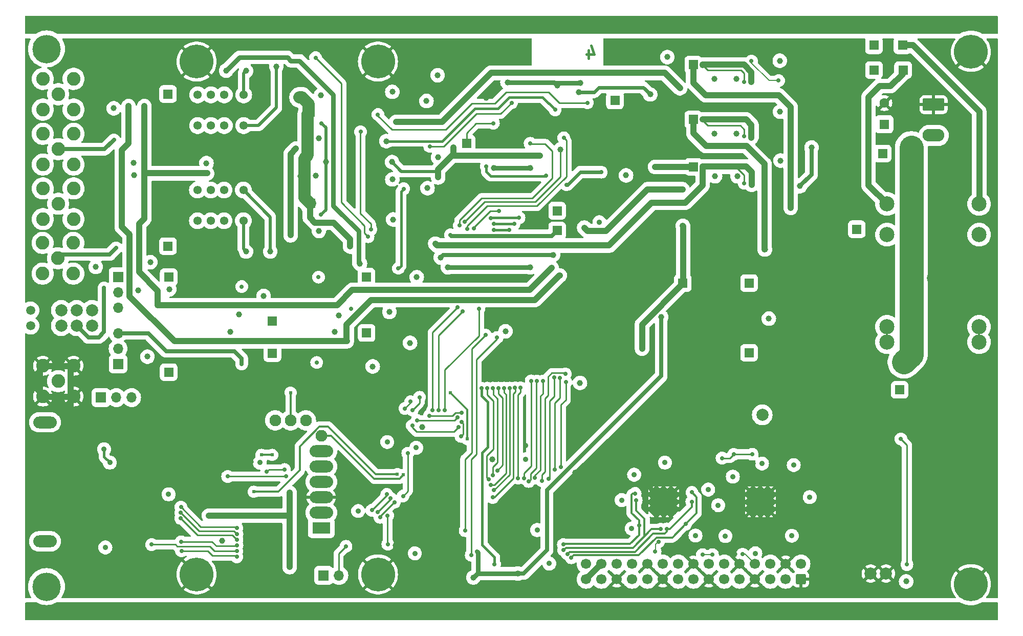
<source format=gbl>
%TF.GenerationSoftware,KiCad,Pcbnew,8.0.8*%
%TF.CreationDate,2025-02-17T12:12:57+01:00*%
%TF.ProjectId,AD DA module,41442044-4120-46d6-9f64-756c652e6b69,rev?*%
%TF.SameCoordinates,Original*%
%TF.FileFunction,Copper,L4,Bot*%
%TF.FilePolarity,Positive*%
%FSLAX46Y46*%
G04 Gerber Fmt 4.6, Leading zero omitted, Abs format (unit mm)*
G04 Created by KiCad (PCBNEW 8.0.8) date 2025-02-17 12:12:57*
%MOMM*%
%LPD*%
G01*
G04 APERTURE LIST*
G04 Aperture macros list*
%AMRoundRect*
0 Rectangle with rounded corners*
0 $1 Rounding radius*
0 $2 $3 $4 $5 $6 $7 $8 $9 X,Y pos of 4 corners*
0 Add a 4 corners polygon primitive as box body*
4,1,4,$2,$3,$4,$5,$6,$7,$8,$9,$2,$3,0*
0 Add four circle primitives for the rounded corners*
1,1,$1+$1,$2,$3*
1,1,$1+$1,$4,$5*
1,1,$1+$1,$6,$7*
1,1,$1+$1,$8,$9*
0 Add four rect primitives between the rounded corners*
20,1,$1+$1,$2,$3,$4,$5,0*
20,1,$1+$1,$4,$5,$6,$7,0*
20,1,$1+$1,$6,$7,$8,$9,0*
20,1,$1+$1,$8,$9,$2,$3,0*%
G04 Aperture macros list end*
%ADD10C,0.400000*%
%TA.AperFunction,NonConductor*%
%ADD11C,0.400000*%
%TD*%
%TA.AperFunction,HeatsinkPad*%
%ADD12C,0.500000*%
%TD*%
%TA.AperFunction,HeatsinkPad*%
%ADD13R,4.100000X4.100000*%
%TD*%
%TA.AperFunction,HeatsinkPad*%
%ADD14C,0.600000*%
%TD*%
%TA.AperFunction,HeatsinkPad*%
%ADD15R,1.600000X1.600000*%
%TD*%
%TA.AperFunction,ComponentPad*%
%ADD16C,2.000000*%
%TD*%
%TA.AperFunction,ComponentPad*%
%ADD17C,1.500000*%
%TD*%
%TA.AperFunction,ComponentPad*%
%ADD18C,5.600000*%
%TD*%
%TA.AperFunction,ComponentPad*%
%ADD19C,2.250000*%
%TD*%
%TA.AperFunction,ComponentPad*%
%ADD20C,4.700000*%
%TD*%
%TA.AperFunction,ComponentPad*%
%ADD21R,1.500000X1.500000*%
%TD*%
%TA.AperFunction,ComponentPad*%
%ADD22R,1.700000X1.700000*%
%TD*%
%TA.AperFunction,ComponentPad*%
%ADD23O,1.700000X1.700000*%
%TD*%
%TA.AperFunction,ComponentPad*%
%ADD24R,3.000000X1.950000*%
%TD*%
%TA.AperFunction,ComponentPad*%
%ADD25O,3.900000X1.950000*%
%TD*%
%TA.AperFunction,ComponentPad*%
%ADD26C,1.950000*%
%TD*%
%TA.AperFunction,ComponentPad*%
%ADD27C,1.381000*%
%TD*%
%TA.AperFunction,ComponentPad*%
%ADD28RoundRect,0.249999X-1.550001X0.790001X-1.550001X-0.790001X1.550001X-0.790001X1.550001X0.790001X0*%
%TD*%
%TA.AperFunction,ComponentPad*%
%ADD29O,3.600000X2.080000*%
%TD*%
%TA.AperFunction,ComponentPad*%
%ADD30C,2.500000*%
%TD*%
%TA.AperFunction,ComponentPad*%
%ADD31R,1.600000X1.600000*%
%TD*%
%TA.AperFunction,ComponentPad*%
%ADD32C,1.600000*%
%TD*%
%TA.AperFunction,ComponentPad*%
%ADD33RoundRect,0.250000X0.600000X-0.600000X0.600000X0.600000X-0.600000X0.600000X-0.600000X-0.600000X0*%
%TD*%
%TA.AperFunction,ComponentPad*%
%ADD34C,1.700000*%
%TD*%
%TA.AperFunction,ViaPad*%
%ADD35C,1.000000*%
%TD*%
%TA.AperFunction,ViaPad*%
%ADD36C,0.900000*%
%TD*%
%TA.AperFunction,ViaPad*%
%ADD37C,2.000000*%
%TD*%
%TA.AperFunction,ViaPad*%
%ADD38C,0.889000*%
%TD*%
%TA.AperFunction,ViaPad*%
%ADD39C,0.700000*%
%TD*%
%TA.AperFunction,ViaPad*%
%ADD40C,0.609600*%
%TD*%
%TA.AperFunction,Conductor*%
%ADD41C,1.016000*%
%TD*%
%TA.AperFunction,Conductor*%
%ADD42C,0.800000*%
%TD*%
%TA.AperFunction,Conductor*%
%ADD43C,0.508000*%
%TD*%
%TA.AperFunction,Conductor*%
%ADD44C,0.254000*%
%TD*%
%TA.AperFunction,Conductor*%
%ADD45C,3.000000*%
%TD*%
%TA.AperFunction,Conductor*%
%ADD46C,0.700000*%
%TD*%
%TA.AperFunction,Conductor*%
%ADD47C,4.000000*%
%TD*%
%TA.AperFunction,Conductor*%
%ADD48C,0.203200*%
%TD*%
%TA.AperFunction,Conductor*%
%ADD49C,0.400000*%
%TD*%
%TA.AperFunction,Conductor*%
%ADD50C,0.200000*%
%TD*%
%TA.AperFunction,Conductor*%
%ADD51C,1.000000*%
%TD*%
%TA.AperFunction,Conductor*%
%ADD52C,0.609600*%
%TD*%
%TA.AperFunction,Conductor*%
%ADD53C,2.000000*%
%TD*%
%TA.AperFunction,Conductor*%
%ADD54C,0.500000*%
%TD*%
%TA.AperFunction,Conductor*%
%ADD55C,0.250000*%
%TD*%
%TA.AperFunction,Conductor*%
%ADD56C,0.406400*%
%TD*%
%TA.AperFunction,Conductor*%
%ADD57C,0.304800*%
%TD*%
G04 APERTURE END LIST*
D10*
D11*
X93214585Y-5741104D02*
X93214585Y-7074438D01*
X93690776Y-4979200D02*
X94166966Y-6407771D01*
X94166966Y-6407771D02*
X92928871Y-6407771D01*
D12*
X103855500Y-82179000D03*
X105055500Y-82179000D03*
X106255500Y-82179000D03*
X107455500Y-82179000D03*
X103855500Y-80979000D03*
X105055500Y-80979000D03*
X106255500Y-80979000D03*
X107455500Y-80979000D03*
D13*
X105655500Y-80379000D03*
D12*
X103855500Y-79779000D03*
X105055500Y-79779000D03*
X106255500Y-79779000D03*
X107455500Y-79779000D03*
X103855500Y-78579000D03*
X105055500Y-78579000D03*
X106255500Y-78579000D03*
X107455500Y-78579000D03*
D14*
X46722500Y-30540000D03*
X46722500Y-31540000D03*
D15*
X47222500Y-31040000D03*
D14*
X47722500Y-30540000D03*
X47722500Y-31540000D03*
D16*
X6000000Y-51270000D03*
X8540000Y-51270000D03*
X11080000Y-51270000D03*
X6000000Y-48730000D03*
X8540000Y-48730000D03*
X11080000Y-48730000D03*
D17*
X920000Y-51270000D03*
X920000Y-48730000D03*
D18*
X58400000Y-92400000D03*
D19*
X5500000Y-13000000D03*
X2960000Y-15540000D03*
X8040000Y-15540000D03*
X2960000Y-10460000D03*
X8040000Y-10460000D03*
D18*
X156503000Y-93997000D03*
X28400000Y-92400000D03*
D20*
X3556000Y-5512000D03*
D18*
X28396000Y-7602000D03*
D20*
X3556000Y-94412000D03*
D18*
X58396000Y-7602000D03*
D19*
X5500000Y-31115000D03*
X2960000Y-33655000D03*
X8040000Y-33655000D03*
X2960000Y-28575000D03*
X8040000Y-28575000D03*
D14*
X46710000Y-15492500D03*
X46710000Y-16492500D03*
D15*
X47210000Y-15992500D03*
D14*
X47710000Y-15492500D03*
X47710000Y-16492500D03*
D18*
X156503000Y-6003000D03*
D12*
X119857500Y-82179000D03*
X121057500Y-82179000D03*
X122257500Y-82179000D03*
X123457500Y-82179000D03*
X119857500Y-80979000D03*
X121057500Y-80979000D03*
X122257500Y-80979000D03*
X123457500Y-80979000D03*
D13*
X121657500Y-80379000D03*
D12*
X119857500Y-79779000D03*
X121057500Y-79779000D03*
X122257500Y-79779000D03*
X123457500Y-79779000D03*
X119857500Y-78579000D03*
X121057500Y-78579000D03*
X122257500Y-78579000D03*
X123457500Y-78579000D03*
D21*
X110600000Y-25010000D03*
X119790000Y-55760000D03*
X40945000Y-55845000D03*
X137610000Y-35320000D03*
X23650000Y-38120000D03*
D19*
X5500000Y-60452000D03*
X8040000Y-57912000D03*
X2960000Y-57912000D03*
X8040000Y-62992000D03*
X2960000Y-62992000D03*
D21*
X140450000Y-4910000D03*
D16*
X142450000Y-92270000D03*
X139910000Y-92270000D03*
D21*
X40945000Y-50475000D03*
D22*
X15410000Y-43195000D03*
D23*
X15410000Y-45735000D03*
X15410000Y-48275000D03*
D24*
X49022000Y-84709000D03*
D25*
X49022000Y-82169000D03*
X49022000Y-79629000D03*
X49022000Y-77089000D03*
X49022000Y-74549000D03*
X49022000Y-72009000D03*
D26*
X49022000Y-69469000D03*
X46482000Y-66929000D03*
X43942000Y-66929000D03*
X41402000Y-66929000D03*
D25*
X3302000Y-67246500D03*
X3302000Y-86931500D03*
D21*
X97600000Y-14030000D03*
D22*
X49405000Y-92560000D03*
D23*
X51945000Y-92560000D03*
D21*
X110570000Y-8110000D03*
X56510000Y-43190000D03*
X23775000Y-58965000D03*
D27*
X36130000Y-33920000D03*
X32930000Y-33920000D03*
X30730000Y-33920000D03*
X28530000Y-33920000D03*
X28530000Y-28840000D03*
X30730000Y-28840000D03*
X32930000Y-28840000D03*
X36130000Y-28840000D03*
D19*
X5461000Y-40132000D03*
X8001000Y-37592000D03*
X2921000Y-37592000D03*
X8001000Y-42672000D03*
X2921000Y-42672000D03*
D21*
X110582500Y-17187500D03*
X140450000Y-9000000D03*
X108839000Y-44220000D03*
X145180000Y-4910000D03*
X23775000Y-43265000D03*
D19*
X5500000Y-22098000D03*
X8040000Y-19558000D03*
X2960000Y-19558000D03*
X8040000Y-24638000D03*
X2960000Y-24638000D03*
D22*
X15410000Y-57605000D03*
D23*
X15410000Y-55065000D03*
X15410000Y-52525000D03*
D21*
X119800000Y-44220000D03*
X88040000Y-35550000D03*
X23650000Y-12970000D03*
X56510000Y-52470000D03*
D28*
X150330000Y-14730000D03*
D29*
X150330000Y-19810000D03*
D30*
X142620000Y-54000000D03*
X142620000Y-51460000D03*
X142620000Y-36220000D03*
X142620000Y-31140000D03*
X157860000Y-31140000D03*
X157860000Y-36220000D03*
X157860000Y-51460000D03*
X157860000Y-54000000D03*
D31*
X142180000Y-17960000D03*
D32*
X142180000Y-14460000D03*
D21*
X145270000Y-9000000D03*
D33*
X128390000Y-93200000D03*
D34*
X128390000Y-90660000D03*
X125850000Y-93200000D03*
X125850000Y-90660000D03*
X123310000Y-93200000D03*
X123310000Y-90660000D03*
X120770000Y-93200000D03*
X120770000Y-90660000D03*
X118230000Y-93200000D03*
X118230000Y-90660000D03*
X115690000Y-93200000D03*
X115690000Y-90660000D03*
X113150000Y-93200000D03*
X113150000Y-90660000D03*
X110610000Y-93200000D03*
X110610000Y-90660000D03*
X108070000Y-93200000D03*
X108070000Y-90660000D03*
X105530000Y-93200000D03*
X105530000Y-90660000D03*
X102990000Y-93200000D03*
X102990000Y-90660000D03*
X100450000Y-93200000D03*
X100450000Y-90660000D03*
X97910000Y-93200000D03*
X97910000Y-90660000D03*
X95370000Y-93200000D03*
X95370000Y-90660000D03*
X92830000Y-93200000D03*
X92830000Y-90660000D03*
D22*
X12570000Y-63160000D03*
D23*
X15110000Y-63160000D03*
X17650000Y-63160000D03*
D27*
X36180000Y-18185000D03*
X32980000Y-18185000D03*
X30780000Y-18185000D03*
X28580000Y-18185000D03*
X28580000Y-13105000D03*
X30780000Y-13105000D03*
X32980000Y-13105000D03*
X36180000Y-13105000D03*
D21*
X141890000Y-22800000D03*
X88040000Y-32270000D03*
X73070000Y-21160000D03*
X144710000Y-61880000D03*
D35*
X117348000Y-89027000D03*
X154780000Y-68560000D03*
X137780000Y-48140000D03*
X65680000Y-68009000D03*
D36*
X84730000Y-86660000D03*
X12710000Y-77590000D03*
D35*
X66580000Y-73360000D03*
D37*
X150180000Y-43360000D03*
D36*
X20820000Y-92330000D03*
D35*
X77280000Y-73410000D03*
X143210000Y-67520000D03*
X6430000Y-78560000D03*
X91022000Y-75602000D03*
X113030000Y-76060000D03*
X117930000Y-84160000D03*
X142330000Y-26160000D03*
X98280000Y-76860000D03*
X64980000Y-94510000D03*
X140260000Y-72480000D03*
X77680000Y-85010000D03*
X125480000Y-76110000D03*
D36*
X82780000Y-71085000D03*
D35*
X57730000Y-66710000D03*
X66080000Y-84710000D03*
X6430000Y-71310000D03*
X67580000Y-90460000D03*
X125619635Y-84110000D03*
X87880000Y-82760000D03*
X132000000Y-34090000D03*
D38*
X54229000Y-79502000D03*
D35*
X45280000Y-38060000D03*
X129130000Y-74310000D03*
X76330000Y-13575000D03*
X129780000Y-77560000D03*
X131410000Y-56160000D03*
X73910000Y-9840000D03*
X91230000Y-79610000D03*
X26438000Y-71180000D03*
X131380000Y-52370000D03*
X129545000Y-67145000D03*
X125190000Y-56080000D03*
X37338000Y-73787000D03*
X103480000Y-74160000D03*
X28030000Y-81210000D03*
X11730000Y-93960000D03*
X131380000Y-54290000D03*
X61280000Y-87610000D03*
X123090000Y-60280000D03*
X15480000Y-77160000D03*
X70430000Y-85210000D03*
X131410000Y-57960000D03*
X129830000Y-81260000D03*
X97530000Y-81660000D03*
X76405000Y-27922500D03*
X69430000Y-90465000D03*
X32630000Y-86860000D03*
X113730000Y-82160000D03*
X109780000Y-74260000D03*
X120380000Y-74060000D03*
D36*
X115880000Y-86060000D03*
D38*
X55118000Y-81915000D03*
D36*
X113030000Y-78360000D03*
X13300000Y-87940000D03*
X98730000Y-80110000D03*
X120830000Y-88910000D03*
D35*
X77530000Y-25210000D03*
D36*
X126880000Y-86010000D03*
X117110000Y-76220000D03*
X64500000Y-88915000D03*
D35*
X69980000Y-41610000D03*
D36*
X114680000Y-80960000D03*
X59930000Y-70510000D03*
X100780000Y-75910000D03*
X105880000Y-73910000D03*
X82830000Y-73360000D03*
D35*
X91820000Y-60730000D03*
D36*
X127180000Y-74310000D03*
X86740000Y-90600000D03*
X84730000Y-85060000D03*
D35*
X83590000Y-25235000D03*
D36*
X129830000Y-79610000D03*
X38862000Y-73914000D03*
X110930000Y-85960000D03*
X23760000Y-79160000D03*
X64730000Y-71460000D03*
D35*
X145780000Y-93560000D03*
X83590000Y-41610000D03*
D36*
X100380000Y-84810000D03*
X121930000Y-74060000D03*
D37*
X121980000Y-66010000D03*
D35*
X68780000Y-40010000D03*
D37*
X145415000Y-57295000D03*
D35*
X55430000Y-41010000D03*
X87380000Y-39560000D03*
X128210000Y-28190000D03*
D37*
X146780000Y-40460000D03*
X146650000Y-21810000D03*
D35*
X130130000Y-21810000D03*
X33280000Y-9110000D03*
D39*
X120200000Y-7510000D03*
X124680000Y-10760000D03*
D35*
X114173000Y-26543000D03*
D36*
X95030000Y-34160000D03*
D35*
X63710000Y-54120000D03*
X105260000Y-49840000D03*
X66430000Y-14120000D03*
X30030000Y-24399600D03*
X79502000Y-52197000D03*
X48980000Y-13160000D03*
X88030000Y-11540000D03*
X124915000Y-15890000D03*
X23880000Y-45260000D03*
X11710000Y-41550000D03*
X48630000Y-35610000D03*
X64820000Y-43250000D03*
X123060000Y-50100000D03*
X74180000Y-92910000D03*
X60770000Y-12600000D03*
X60770000Y-27082500D03*
X60290000Y-49000000D03*
X68260000Y-9862500D03*
X51280000Y-52260000D03*
X66600000Y-28540000D03*
X51930000Y-49560000D03*
X59780000Y-20760000D03*
X99450000Y-26420000D03*
X114030000Y-10460000D03*
D39*
X87710000Y-15580000D03*
D35*
X91870000Y-11130000D03*
X117680000Y-10460000D03*
X57530000Y-58010000D03*
X114080000Y-19510000D03*
D39*
X74740000Y-88630000D03*
D35*
X48580000Y-20310000D03*
X18080000Y-26420000D03*
X117856000Y-26543000D03*
X20260000Y-56390000D03*
X106280000Y-6860000D03*
D39*
X72780000Y-34070000D03*
D35*
X17995000Y-24390000D03*
X35410000Y-49400000D03*
X33950000Y-52250000D03*
X79830000Y-11040000D03*
X48080000Y-26460000D03*
X81510000Y-92245000D03*
X124990000Y-23980000D03*
X39480000Y-46360000D03*
X117680000Y-19510000D03*
X60930000Y-33710000D03*
X88600000Y-22110000D03*
X14690000Y-15320000D03*
X18730000Y-45410000D03*
X20740000Y-40770000D03*
X68355000Y-23460000D03*
X124880000Y-7460000D03*
X108360000Y-12010000D03*
X61430000Y-17560000D03*
X108840000Y-34790000D03*
D36*
X92530000Y-35060000D03*
D35*
X108780000Y-28720000D03*
X44830000Y-22010000D03*
X102090000Y-55070000D03*
X43942000Y-36322000D03*
D39*
X118720000Y-89040000D03*
X113742400Y-89120000D03*
X112090000Y-89120000D03*
X104800000Y-86990000D03*
X104261076Y-88600000D03*
X75110000Y-48514000D03*
X69469000Y-65280000D03*
X77490000Y-17790000D03*
X78400000Y-32340000D03*
X74310000Y-35220000D03*
D36*
X43780000Y-91210000D03*
X43780000Y-78860000D03*
X30430000Y-82660000D03*
D35*
X19750000Y-14986000D03*
X112130000Y-8140000D03*
X21960000Y-47880000D03*
X120200000Y-10960000D03*
X30120000Y-26070000D03*
X18880000Y-34440000D03*
X126680000Y-31790000D03*
D39*
X118980000Y-10960000D03*
D35*
X37680000Y-47910000D03*
X87130000Y-41740000D03*
D39*
X59996114Y-82666114D03*
X60030000Y-87390000D03*
X118980000Y-19910000D03*
D35*
X17270000Y-36160000D03*
X112130000Y-17182500D03*
X17130000Y-14986000D03*
X16030000Y-22860000D03*
X53240000Y-53830000D03*
X37780000Y-53850000D03*
X120180000Y-20160000D03*
X88480000Y-42960000D03*
X122430000Y-38680000D03*
X91630000Y-12640000D03*
X112130000Y-24975000D03*
X104230000Y-25010000D03*
X67880000Y-37710000D03*
X103440000Y-13030000D03*
X45530000Y-26510000D03*
D39*
X118980000Y-27710000D03*
D35*
X120235000Y-27960000D03*
X53780000Y-38170000D03*
X45430000Y-13510000D03*
X68355000Y-26760000D03*
X70890000Y-21810000D03*
X85169600Y-23179600D03*
X49784000Y-24210000D03*
D39*
X48980000Y-32910000D03*
D35*
X60730000Y-24210000D03*
D39*
X49080000Y-17810000D03*
D36*
X13080000Y-71710000D03*
X14030000Y-73910000D03*
D39*
X35850000Y-57600000D03*
X35860000Y-44810000D03*
X78105000Y-53213000D03*
X73830000Y-89210000D03*
X76200000Y-52832000D03*
X72830000Y-85160000D03*
X77680000Y-90710000D03*
X76340000Y-24940000D03*
X86180000Y-26470000D03*
X95340000Y-25890000D03*
X53960000Y-48470000D03*
X48260000Y-57360000D03*
X75550000Y-61610000D03*
X48560000Y-43240000D03*
X61780000Y-41780000D03*
X62660000Y-28632500D03*
X89595000Y-27975000D03*
D35*
X36576000Y-9144000D03*
X41580000Y-8410000D03*
X36580000Y-39010000D03*
X40580000Y-39010000D03*
D39*
X76510000Y-61590000D03*
X76708000Y-76708000D03*
X35046624Y-88541472D03*
X20940000Y-87460000D03*
X117270000Y-72530000D03*
X120320000Y-72523000D03*
X115310000Y-73160000D03*
X35073712Y-87611136D03*
X25860000Y-87000000D03*
D40*
X62611000Y-75946000D03*
D39*
X68453000Y-65278000D03*
X72420000Y-48895000D03*
X48080000Y-6960000D03*
X56760000Y-36560000D03*
X67437000Y-65280000D03*
X71590000Y-48260000D03*
X35082760Y-85705336D03*
X58315797Y-82125797D03*
X25780000Y-82190000D03*
X60492584Y-79809922D03*
X25760000Y-83130000D03*
X61115000Y-80460000D03*
X35070000Y-86630000D03*
X58748691Y-82956114D03*
D40*
X43942000Y-62357000D03*
X73152000Y-69977000D03*
X70358000Y-62357000D03*
D39*
X57230000Y-35360000D03*
X70405000Y-36245000D03*
X55530000Y-19210000D03*
X72140000Y-69570000D03*
X72263000Y-67183000D03*
X64080000Y-67780000D03*
X71755000Y-68072000D03*
X145920000Y-90760000D03*
X144920000Y-70000000D03*
X72263000Y-65656000D03*
X66929000Y-66160000D03*
X71597000Y-66421000D03*
X62545000Y-79428000D03*
X63330000Y-72350000D03*
X64897000Y-66929000D03*
X64080000Y-65220000D03*
X65278000Y-63108000D03*
D40*
X40894000Y-72644000D03*
X39116000Y-72644000D03*
D39*
X42926000Y-75057000D03*
X39980000Y-75438000D03*
D40*
X37846000Y-78740000D03*
X61595000Y-75819000D03*
D39*
X62850000Y-64950000D03*
X63800000Y-63840000D03*
X33530000Y-76200000D03*
X43180000Y-76200000D03*
X77440000Y-61590000D03*
X77370000Y-75960000D03*
X78360000Y-61590000D03*
X78130000Y-75220000D03*
X79259943Y-61579656D03*
X77089000Y-77597000D03*
X80170000Y-61590000D03*
X77597000Y-78486000D03*
X77377302Y-79672248D03*
X81069386Y-61556689D03*
X81969356Y-61549075D03*
X81580000Y-76490000D03*
X89480000Y-60600000D03*
X88650000Y-74610000D03*
X80130000Y-35460000D03*
X77560000Y-35440000D03*
X77025000Y-33525000D03*
X87660000Y-75060000D03*
X81740000Y-33420000D03*
X88490000Y-59870000D03*
X77560000Y-34430000D03*
X87537000Y-59840000D03*
X86660000Y-76610000D03*
X80920000Y-34430000D03*
X84700000Y-60420000D03*
X83330000Y-77030000D03*
X89400000Y-59240000D03*
X85550000Y-76910000D03*
X85670000Y-60430000D03*
X84367000Y-76450000D03*
X83750000Y-60400000D03*
X82560000Y-76480000D03*
X100950000Y-79020000D03*
X101580000Y-84260000D03*
X89070000Y-87460000D03*
X101130000Y-80140000D03*
X105170000Y-84910000D03*
X89102905Y-88359401D03*
X106180000Y-84880000D03*
X110320000Y-80380000D03*
X89732027Y-89002993D03*
X90368997Y-89638819D03*
X110340000Y-78830000D03*
X109300000Y-84080000D03*
X25890000Y-88500000D03*
X35036283Y-89488554D03*
X35061472Y-84726624D03*
X57380000Y-81790000D03*
X59864896Y-79164932D03*
X25810000Y-81260000D03*
X13081000Y-45040000D03*
X14710000Y-20560000D03*
X15070000Y-38420000D03*
X53101500Y-87751500D03*
X73170000Y-35230000D03*
X89140000Y-20200000D03*
X83570000Y-21120000D03*
X71870000Y-34720000D03*
X58390000Y-16350000D03*
X93040000Y-14420000D03*
X80510000Y-14405000D03*
X66970000Y-21620000D03*
D41*
X6430000Y-71310000D02*
X6430000Y-78560000D01*
D42*
X103480000Y-78220000D02*
X103860000Y-78600000D01*
D41*
X7550000Y-68145000D02*
X7550000Y-57970000D01*
D43*
X92464000Y-74160000D02*
X103480000Y-74160000D01*
D41*
X6430000Y-78560000D02*
X6490000Y-78500000D01*
X11800000Y-78500000D02*
X12710000Y-77590000D01*
D42*
X103480000Y-74160000D02*
X103480000Y-78220000D01*
D41*
X6490000Y-78500000D02*
X11800000Y-78500000D01*
X2470000Y-63050000D02*
X7550000Y-63050000D01*
X2470000Y-57970000D02*
X2470000Y-63050000D01*
X6430000Y-71310000D02*
X6430000Y-69265000D01*
D44*
X105060000Y-78600000D02*
X105095000Y-78565000D01*
D41*
X6430000Y-69265000D02*
X7550000Y-68145000D01*
D43*
X91022000Y-75602000D02*
X92464000Y-74160000D01*
D41*
X2470000Y-57970000D02*
X7550000Y-57970000D01*
X139530000Y-28040000D02*
X139530000Y-13510000D01*
X145180000Y-9710000D02*
X145180000Y-8990000D01*
X141380000Y-11660000D02*
X143230000Y-11660000D01*
X139530000Y-13510000D02*
X141380000Y-11660000D01*
X143230000Y-11660000D02*
X145180000Y-9710000D01*
X142640000Y-31150000D02*
X139530000Y-28040000D01*
D42*
X69980000Y-41610000D02*
X83590000Y-41610000D01*
X77530000Y-25210000D02*
X83680000Y-25210000D01*
D45*
X146650000Y-21810000D02*
X147050000Y-22210000D01*
D42*
X43980000Y-7460000D02*
X45430000Y-7460000D01*
D46*
X130130000Y-26270000D02*
X130130000Y-21810000D01*
D47*
X146650000Y-56060000D02*
X145415000Y-57295000D01*
X146650000Y-21810000D02*
X146650000Y-56060000D01*
D42*
X55180000Y-40810000D02*
X55380000Y-41010000D01*
D46*
X87320000Y-39570000D02*
X69220000Y-39570000D01*
X69220000Y-39570000D02*
X68780000Y-40010000D01*
D42*
X43430000Y-6910000D02*
X43980000Y-7460000D01*
X33280000Y-9110000D02*
X35480000Y-6910000D01*
X45430000Y-7460000D02*
X51020000Y-13050000D01*
X51020000Y-31450000D02*
X55180000Y-35610000D01*
D46*
X128210000Y-28190000D02*
X130130000Y-26270000D01*
D42*
X51020000Y-13050000D02*
X51020000Y-31450000D01*
X55180000Y-35610000D02*
X55180000Y-40810000D01*
X35480000Y-6910000D02*
X43430000Y-6910000D01*
D48*
X124680000Y-10760000D02*
X123090000Y-10760000D01*
X120200000Y-7870000D02*
X120200000Y-7510000D01*
X123090000Y-10760000D02*
X120200000Y-7870000D01*
D42*
X81510000Y-92245000D02*
X74845000Y-92245000D01*
X91870000Y-11130000D02*
X87620000Y-11130000D01*
D44*
X76080000Y-30770000D02*
X72740000Y-34110000D01*
D46*
X81510000Y-92245000D02*
X82507000Y-92245000D01*
D42*
X87620000Y-11130000D02*
X87530000Y-11040000D01*
D44*
X88600000Y-22110000D02*
X88550000Y-22160000D01*
D49*
X74410000Y-15390000D02*
X78210000Y-15390000D01*
X59780000Y-20760000D02*
X69040000Y-20760000D01*
D46*
X86360000Y-88392000D02*
X86360000Y-78486000D01*
D42*
X87530000Y-11040000D02*
X88030000Y-11540000D01*
X79830000Y-11040000D02*
X87530000Y-11040000D01*
D49*
X80090000Y-13510000D02*
X85640000Y-13510000D01*
X78210000Y-15390000D02*
X80090000Y-13510000D01*
D46*
X105260000Y-59586000D02*
X105260000Y-49840000D01*
X82507000Y-92245000D02*
X86360000Y-88392000D01*
D44*
X88550000Y-22160000D02*
X88550000Y-26670000D01*
D49*
X69040000Y-20760000D02*
X74410000Y-15390000D01*
D42*
X74930000Y-88820000D02*
X74740000Y-88630000D01*
D46*
X86360000Y-78486000D02*
X105260000Y-59586000D01*
D49*
X85640000Y-13510000D02*
X87710000Y-15580000D01*
D44*
X88550000Y-26670000D02*
X84450000Y-30770000D01*
D42*
X74930000Y-92160000D02*
X74930000Y-88820000D01*
X74180000Y-92910000D02*
X74930000Y-92160000D01*
X74845000Y-92245000D02*
X74180000Y-92910000D01*
D44*
X84450000Y-30770000D02*
X76080000Y-30770000D01*
D41*
X77130000Y-9470000D02*
X69040000Y-17560000D01*
X43942000Y-22898000D02*
X44830000Y-22010000D01*
X105820000Y-9470000D02*
X77130000Y-9470000D01*
X96090000Y-35620000D02*
X102990000Y-28720000D01*
X92530000Y-35060000D02*
X93090000Y-35620000D01*
X43942000Y-36322000D02*
X43942000Y-22898000D01*
X108880000Y-34830000D02*
X108880000Y-44179000D01*
X108839000Y-44220000D02*
X108839000Y-44323000D01*
X102990000Y-28720000D02*
X108780000Y-28720000D01*
X108360000Y-12010000D02*
X105820000Y-9470000D01*
X102090000Y-51072000D02*
X102090000Y-55070000D01*
X108839000Y-44323000D02*
X102090000Y-51072000D01*
X93090000Y-35620000D02*
X96090000Y-35620000D01*
X108880000Y-44179000D02*
X108839000Y-44220000D01*
X69040000Y-17560000D02*
X61430000Y-17560000D01*
X108840000Y-34790000D02*
X108880000Y-34830000D01*
X157880000Y-31150000D02*
X157880000Y-15880000D01*
X157880000Y-15880000D02*
X146910000Y-4910000D01*
X146910000Y-4910000D02*
X145180000Y-4910000D01*
X95377000Y-90678000D02*
X92837000Y-93218000D01*
D50*
X118780000Y-89070500D02*
X119130500Y-89070500D01*
X119130500Y-89070500D02*
X120738000Y-90678000D01*
X120738000Y-90678000D02*
X120777000Y-90678000D01*
X112090000Y-89120000D02*
X113742400Y-89120000D01*
X104340000Y-87430000D02*
X104775000Y-86995000D01*
X104340000Y-88540000D02*
X104340000Y-87430000D01*
X104315170Y-88540000D02*
X104340000Y-88540000D01*
D44*
X77490000Y-17790000D02*
X77440000Y-17840000D01*
X73070000Y-19420000D02*
X73070000Y-21160000D01*
X74310000Y-34980000D02*
X76950000Y-32340000D01*
X74650000Y-17840000D02*
X73070000Y-19420000D01*
X76950000Y-32340000D02*
X78400000Y-32340000D01*
X69469000Y-58581000D02*
X75110000Y-52940000D01*
X75110000Y-52940000D02*
X75110000Y-48514000D01*
X69469000Y-65280000D02*
X69469000Y-58581000D01*
X74310000Y-35220000D02*
X74310000Y-34980000D01*
X77440000Y-17840000D02*
X74650000Y-17840000D01*
D41*
X43800000Y-91190000D02*
X43770000Y-91160000D01*
X43770000Y-91160000D02*
X43770000Y-82850000D01*
X30430000Y-82680000D02*
X43600000Y-82680000D01*
X43770000Y-82850000D02*
X43770000Y-78880000D01*
X43600000Y-82680000D02*
X43770000Y-82850000D01*
X83460000Y-45380000D02*
X54160000Y-45380000D01*
X30120000Y-26070000D02*
X19760000Y-26070000D01*
X126680000Y-31790000D02*
X126680000Y-15160000D01*
X19750000Y-26060000D02*
X19750000Y-14986000D01*
D44*
X118455000Y-9010000D02*
X113000000Y-9010000D01*
D41*
X112150000Y-8120000D02*
X118940000Y-8120000D01*
X110570000Y-11120000D02*
X110570000Y-8110000D01*
X126680000Y-15160000D02*
X124700000Y-13180000D01*
X87100000Y-41740000D02*
X83460000Y-45380000D01*
D44*
X118980000Y-9535000D02*
X118455000Y-9010000D01*
D41*
X124700000Y-13180000D02*
X112630000Y-13180000D01*
D44*
X118980000Y-10960000D02*
X118980000Y-9535000D01*
D41*
X21990000Y-47910000D02*
X37680000Y-47910000D01*
X18880000Y-42420000D02*
X18880000Y-34440000D01*
X19760000Y-26070000D02*
X19750000Y-26060000D01*
X19750000Y-33570000D02*
X19750000Y-26060000D01*
X54160000Y-45380000D02*
X51650000Y-47890000D01*
X118940000Y-8120000D02*
X120200000Y-9380000D01*
X51650000Y-47890000D02*
X42450000Y-47890000D01*
X21960000Y-47880000D02*
X21960000Y-45500000D01*
X112630000Y-13180000D02*
X110570000Y-11120000D01*
X112130000Y-8140000D02*
X112150000Y-8120000D01*
X120200000Y-9380000D02*
X120200000Y-10960000D01*
X87130000Y-41740000D02*
X87100000Y-41740000D01*
D44*
X113000000Y-9010000D02*
X112130000Y-8140000D01*
D41*
X42450000Y-47890000D02*
X37700000Y-47890000D01*
X18880000Y-34440000D02*
X19750000Y-33570000D01*
X21960000Y-47880000D02*
X21990000Y-47910000D01*
X37700000Y-47890000D02*
X37680000Y-47910000D01*
X21960000Y-45500000D02*
X18880000Y-42420000D01*
D44*
X60030000Y-87390000D02*
X59996114Y-87356114D01*
X59996114Y-87356114D02*
X59996114Y-82666114D01*
D41*
X16030000Y-23810000D02*
X16030000Y-22860000D01*
X112130000Y-17182500D02*
X119307500Y-17182500D01*
X48120000Y-53850000D02*
X37780000Y-53850000D01*
D44*
X118980000Y-18810000D02*
X118380000Y-18210000D01*
D41*
X17280000Y-46420000D02*
X17280000Y-36190000D01*
D44*
X112980000Y-18210000D02*
X112130000Y-17360000D01*
D41*
X112690000Y-21570000D02*
X119360000Y-21570000D01*
D44*
X112130000Y-17360000D02*
X112130000Y-17182500D01*
D41*
X17130000Y-21100000D02*
X16030000Y-22200000D01*
D42*
X120180000Y-18055000D02*
X119285000Y-17160000D01*
D41*
X120180000Y-20160000D02*
X120180000Y-18055000D01*
X110582500Y-19462500D02*
X112690000Y-21570000D01*
X37780000Y-53850000D02*
X24710000Y-53850000D01*
X53220000Y-51090000D02*
X53220000Y-53850000D01*
D42*
X112152500Y-17160000D02*
X112130000Y-17182500D01*
D44*
X118380000Y-18210000D02*
X112980000Y-18210000D01*
D41*
X16030000Y-22200000D02*
X16030000Y-23810000D01*
X110582500Y-17187500D02*
X110582500Y-19462500D01*
X17130000Y-14986000D02*
X17130000Y-21100000D01*
X119360000Y-21570000D02*
X122350000Y-24560000D01*
X57280000Y-47030000D02*
X53220000Y-51090000D01*
D44*
X118980000Y-19910000D02*
X118980000Y-18810000D01*
D51*
X53220000Y-53850000D02*
X49130000Y-53850000D01*
D41*
X17280000Y-36190000D02*
X16030000Y-34940000D01*
X16030000Y-34940000D02*
X16030000Y-23810000D01*
D51*
X53240000Y-53830000D02*
X53220000Y-53850000D01*
D41*
X88380000Y-42960000D02*
X84310000Y-47030000D01*
X84310000Y-47030000D02*
X57280000Y-47030000D01*
X48120000Y-53850000D02*
X49130000Y-53850000D01*
X119307500Y-17182500D02*
X120180000Y-18055000D01*
X24710000Y-53850000D02*
X17280000Y-46420000D01*
X122350000Y-24560000D02*
X122350000Y-38650000D01*
X88480000Y-42960000D02*
X88380000Y-42960000D01*
D52*
X94910000Y-11870000D02*
X102280000Y-11870000D01*
D41*
X119345000Y-24975000D02*
X120235000Y-25865000D01*
D53*
X46930000Y-14600000D02*
X46930000Y-15970000D01*
D41*
X112130000Y-28070000D02*
X112130000Y-24975000D01*
D44*
X118980000Y-26410000D02*
X118980000Y-27710000D01*
D53*
X46780000Y-16315000D02*
X46930000Y-16165000D01*
X46230000Y-23660000D02*
X46780000Y-23110000D01*
X47142500Y-31020000D02*
X46230000Y-30107500D01*
D41*
X120235000Y-25865000D02*
X120235000Y-27960000D01*
X104230000Y-25010000D02*
X110600000Y-25010000D01*
X103690000Y-30970000D02*
X109230000Y-30970000D01*
X51080000Y-34260000D02*
X47980000Y-34260000D01*
X47980000Y-34260000D02*
X47142500Y-33422500D01*
D44*
X112130000Y-24975000D02*
X117545000Y-24975000D01*
D52*
X94140000Y-12640000D02*
X94910000Y-11870000D01*
D41*
X68180000Y-38010000D02*
X96650000Y-38010000D01*
X109230000Y-30970000D02*
X112130000Y-28070000D01*
D52*
X102280000Y-11870000D02*
X103440000Y-13030000D01*
D41*
X47142500Y-33422500D02*
X47142500Y-31020000D01*
X67880000Y-37710000D02*
X68180000Y-38010000D01*
D53*
X46230000Y-30107500D02*
X46230000Y-23660000D01*
X45430000Y-13510000D02*
X45840000Y-13510000D01*
D41*
X96650000Y-38010000D02*
X103690000Y-30970000D01*
X53780000Y-36960000D02*
X51080000Y-34260000D01*
X53780000Y-38170000D02*
X53780000Y-36960000D01*
D44*
X117545000Y-24975000D02*
X118980000Y-26410000D01*
D53*
X46780000Y-23110000D02*
X46780000Y-16315000D01*
D52*
X91630000Y-12640000D02*
X94140000Y-12640000D01*
D53*
X45840000Y-13510000D02*
X46930000Y-14600000D01*
D41*
X112130000Y-24975000D02*
X119345000Y-24975000D01*
D51*
X70610400Y-23179600D02*
X68355000Y-25435000D01*
X85169600Y-23179600D02*
X70610400Y-23179600D01*
D54*
X68355000Y-26760000D02*
X68355000Y-26735000D01*
X62270000Y-25750000D02*
X60730000Y-24210000D01*
X68040000Y-25750000D02*
X62270000Y-25750000D01*
D51*
X70920000Y-21840000D02*
X70890000Y-21810000D01*
D54*
X68355000Y-25435000D02*
X68040000Y-25750000D01*
X48980000Y-32910000D02*
X49784000Y-32106000D01*
D51*
X68355000Y-25435000D02*
X68355000Y-26760000D01*
D54*
X49784000Y-18514000D02*
X49080000Y-17810000D01*
D55*
X49207400Y-17937400D02*
X49080000Y-17810000D01*
D54*
X49784000Y-32106000D02*
X49784000Y-18514000D01*
D51*
X70920000Y-23179600D02*
X70920000Y-21840000D01*
D56*
X13080000Y-71710000D02*
X13080000Y-72960000D01*
X13080000Y-72960000D02*
X14030000Y-73910000D01*
D46*
X34630000Y-55500000D02*
X23380000Y-55500000D01*
X23380000Y-55500000D02*
X20405000Y-52525000D01*
X35850000Y-57600000D02*
X35850000Y-56720000D01*
X35850000Y-56720000D02*
X34630000Y-55500000D01*
X20405000Y-52525000D02*
X15410000Y-52525000D01*
X15755000Y-48275000D02*
X15410000Y-48275000D01*
D55*
X74676000Y-56901278D02*
X74676000Y-72517000D01*
X78105000Y-53213000D02*
X78105000Y-53472278D01*
X78105000Y-53472278D02*
X74676000Y-56901278D01*
X73830000Y-73363000D02*
X73830000Y-89210000D01*
X74676000Y-72517000D02*
X73830000Y-73363000D01*
X73914000Y-55118000D02*
X73914000Y-72263000D01*
X72830000Y-73347000D02*
X72830000Y-85160000D01*
X73914000Y-72263000D02*
X72830000Y-73347000D01*
X76200000Y-52832000D02*
X73914000Y-55118000D01*
D56*
X76560000Y-63870000D02*
X76560000Y-71380000D01*
X76560000Y-71380000D02*
X75660000Y-72280000D01*
D52*
X89765000Y-27975000D02*
X91880000Y-25860000D01*
D44*
X77680000Y-89560000D02*
X76625000Y-88505000D01*
D52*
X89595000Y-27975000D02*
X89765000Y-27975000D01*
D56*
X75550000Y-61610000D02*
X75550000Y-62860000D01*
X75660000Y-72280000D02*
X75660000Y-87540000D01*
D49*
X62210000Y-29110000D02*
X62660000Y-28660000D01*
X86140000Y-26510000D02*
X77030000Y-26510000D01*
X76340000Y-25820000D02*
X76340000Y-24940000D01*
D56*
X75660000Y-87540000D02*
X76220000Y-88100000D01*
D49*
X86180000Y-26470000D02*
X86140000Y-26510000D01*
D52*
X91880000Y-25860000D02*
X95260000Y-25860000D01*
D56*
X75550000Y-62860000D02*
X76560000Y-63870000D01*
X76220000Y-88100000D02*
X77680000Y-89560000D01*
D44*
X76625000Y-88505000D02*
X75710000Y-87590000D01*
D49*
X62210000Y-41350000D02*
X62210000Y-29110000D01*
D56*
X77680000Y-89560000D02*
X77680000Y-90710000D01*
D49*
X62660000Y-28660000D02*
X62660000Y-28632500D01*
D56*
X76220000Y-88100000D02*
X76625000Y-88505000D01*
D49*
X77030000Y-26510000D02*
X76340000Y-25820000D01*
X61810000Y-41750000D02*
X62210000Y-41350000D01*
D43*
X36180000Y-13105000D02*
X36180000Y-9540000D01*
X36180000Y-9540000D02*
X36576000Y-9144000D01*
X38615000Y-18185000D02*
X41580000Y-15220000D01*
X41580000Y-15220000D02*
X41580000Y-8410000D01*
X36180000Y-18185000D02*
X38615000Y-18185000D01*
X36130000Y-38560000D02*
X36130000Y-33920000D01*
X36580000Y-39010000D02*
X36130000Y-38560000D01*
X40580000Y-33290000D02*
X36130000Y-28840000D01*
X40580000Y-39010000D02*
X40580000Y-33290000D01*
D44*
X77470000Y-71690000D02*
X77470000Y-63690000D01*
X76510000Y-62730000D02*
X76510000Y-61590000D01*
X76390000Y-76390000D02*
X76390000Y-72770000D01*
X77470000Y-63690000D02*
X76510000Y-62730000D01*
X76708000Y-76708000D02*
X76390000Y-76390000D01*
X76390000Y-72770000D02*
X77470000Y-71690000D01*
X25161472Y-87731472D02*
X24890000Y-87460000D01*
X35046624Y-88541472D02*
X31351472Y-88541472D01*
X24890000Y-87460000D02*
X20940000Y-87460000D01*
X31351472Y-88541472D02*
X30541472Y-87731472D01*
X30541472Y-87731472D02*
X25161472Y-87731472D01*
X115310000Y-73160000D02*
X116640000Y-73160000D01*
X117442000Y-72530000D02*
X117449000Y-72523000D01*
X117449000Y-72523000D02*
X120320000Y-72523000D01*
X116640000Y-73160000D02*
X117270000Y-72530000D01*
X117270000Y-72530000D02*
X117442000Y-72530000D01*
X34967848Y-87717000D02*
X31657000Y-87717000D01*
X31657000Y-87717000D02*
X30940000Y-87000000D01*
X30940000Y-87000000D02*
X25860000Y-87000000D01*
X35073712Y-87611136D02*
X34967848Y-87717000D01*
D57*
X61976000Y-76581000D02*
X57785000Y-76581000D01*
X57785000Y-76581000D02*
X50673000Y-69469000D01*
X50673000Y-69469000D02*
X49022000Y-69469000D01*
X62611000Y-75946000D02*
X61976000Y-76581000D01*
D44*
X56180000Y-34750000D02*
X52320000Y-30890000D01*
X56760000Y-36560000D02*
X56180000Y-35980000D01*
X52320000Y-30890000D02*
X52320000Y-11200000D01*
X52320000Y-11200000D02*
X48080000Y-6960000D01*
X68453000Y-65278000D02*
X68453000Y-52862000D01*
X68453000Y-52862000D02*
X72420000Y-48895000D01*
X56180000Y-35980000D02*
X56180000Y-34750000D01*
X67437000Y-52413000D02*
X71590000Y-48260000D01*
X67437000Y-65280000D02*
X67437000Y-52413000D01*
X60492584Y-79949011D02*
X60492584Y-79809922D01*
X34587424Y-85210000D02*
X28800000Y-85210000D01*
X58315797Y-82125797D02*
X60492584Y-79949011D01*
X35082760Y-85705336D02*
X34587424Y-85210000D01*
X60460574Y-79841932D02*
X60492584Y-79809922D01*
X28800000Y-85210000D02*
X25780000Y-82190000D01*
X34330001Y-85910000D02*
X28540000Y-85910000D01*
X58748691Y-82956114D02*
X58748691Y-82781309D01*
X35050001Y-86630000D02*
X34330001Y-85910000D01*
X58748691Y-82781309D02*
X61070000Y-80460000D01*
X35070000Y-86630000D02*
X35050001Y-86630000D01*
X61070000Y-80460000D02*
X61115000Y-80460000D01*
X28540000Y-85910000D02*
X25760000Y-83130000D01*
D57*
X73152000Y-69977000D02*
X73152000Y-65151000D01*
X73152000Y-65151000D02*
X70358000Y-62357000D01*
X43942000Y-62357000D02*
X43942000Y-66929000D01*
D44*
X57230000Y-35360000D02*
X57230000Y-34430000D01*
D46*
X87170000Y-36420000D02*
X88040000Y-35550000D01*
X70580000Y-36420000D02*
X87170000Y-36420000D01*
D44*
X57230000Y-34430000D02*
X55510000Y-32710000D01*
X55510000Y-32710000D02*
X55510000Y-19230000D01*
D46*
X70405000Y-36245000D02*
X70580000Y-36420000D01*
D44*
X55510000Y-19230000D02*
X55530000Y-19210000D01*
X72517000Y-69193000D02*
X72140000Y-69570000D01*
X72263000Y-67183000D02*
X72517000Y-67437000D01*
X72517000Y-67437000D02*
X72517000Y-69193000D01*
X64800000Y-68830000D02*
X70939633Y-68830000D01*
X64080000Y-67780000D02*
X64080000Y-68110000D01*
X64080000Y-68110000D02*
X64800000Y-68830000D01*
X70939633Y-68830000D02*
X71597000Y-68172633D01*
X145920000Y-90760000D02*
X145920000Y-71000000D01*
X145920000Y-71000000D02*
X144920000Y-70000000D01*
X71250000Y-65656000D02*
X72263000Y-65656000D01*
X70746000Y-66160000D02*
X71250000Y-65656000D01*
X66929000Y-66160000D02*
X70746000Y-66160000D01*
X63330000Y-72350000D02*
X63330000Y-78643000D01*
X63330000Y-78643000D02*
X62545000Y-79428000D01*
X64897000Y-66929000D02*
X71089000Y-66929000D01*
X71089000Y-66929000D02*
X71597000Y-66421000D01*
X65278000Y-64022000D02*
X64080000Y-65220000D01*
X65278000Y-63108000D02*
X65278000Y-64022000D01*
D57*
X39116000Y-72644000D02*
X40894000Y-72644000D01*
D44*
X42926000Y-75057000D02*
X40361000Y-75057000D01*
X40361000Y-75057000D02*
X39980000Y-75438000D01*
D57*
X45466000Y-71215089D02*
X45466000Y-75184000D01*
X41910000Y-78740000D02*
X37846000Y-78740000D01*
X48736089Y-67945000D02*
X45466000Y-71215089D01*
X45466000Y-75184000D02*
X41910000Y-78740000D01*
X58039000Y-75819000D02*
X50165000Y-67945000D01*
X61595000Y-75819000D02*
X58039000Y-75819000D01*
X50165000Y-67945000D02*
X48736089Y-67945000D01*
D44*
X63800000Y-64000000D02*
X62850000Y-64950000D01*
X63800000Y-63840000D02*
X63800000Y-64000000D01*
X33530000Y-76200000D02*
X43180000Y-76200000D01*
X77450000Y-62660000D02*
X77450000Y-61600000D01*
X78130000Y-63340000D02*
X77450000Y-62660000D01*
X77370000Y-75960000D02*
X77370000Y-74670000D01*
X78130000Y-73910000D02*
X78130000Y-63340000D01*
X77370000Y-74670000D02*
X78130000Y-73910000D01*
X77450000Y-61600000D02*
X77440000Y-61590000D01*
X79050000Y-63200000D02*
X79050000Y-74300000D01*
X78350000Y-61600000D02*
X78350000Y-62500000D01*
X78350000Y-62500000D02*
X79050000Y-63200000D01*
X78360000Y-61590000D02*
X78350000Y-61600000D01*
X79050000Y-74300000D02*
X78130000Y-75220000D01*
X79620000Y-75622830D02*
X79620000Y-62670000D01*
X77645830Y-77597000D02*
X79620000Y-75622830D01*
X79620000Y-62670000D02*
X79230000Y-62280000D01*
X77089000Y-77597000D02*
X77645830Y-77597000D01*
X79230000Y-62280000D02*
X79230000Y-61580000D01*
X77597000Y-78486000D02*
X80200000Y-75883000D01*
X80200000Y-61620000D02*
X80170000Y-61590000D01*
X80200000Y-75883000D02*
X80200000Y-61620000D01*
X77377302Y-79672248D02*
X77617752Y-79672248D01*
X77617752Y-79672248D02*
X80800000Y-76490000D01*
X81130000Y-61617303D02*
X81069386Y-61556689D01*
X81130000Y-62220000D02*
X81130000Y-61617303D01*
X80800000Y-62550000D02*
X81130000Y-62220000D01*
X80800000Y-76490000D02*
X80800000Y-62550000D01*
X81580000Y-76490000D02*
X81580000Y-62690000D01*
X81580000Y-62690000D02*
X81969356Y-62300644D01*
X81969356Y-62300644D02*
X81969356Y-61549075D01*
X88650000Y-64350000D02*
X89480000Y-63520000D01*
D49*
X80130000Y-35460000D02*
X77580000Y-35460000D01*
D44*
X88650000Y-74610000D02*
X88650000Y-64350000D01*
D49*
X77580000Y-35460000D02*
X77560000Y-35440000D01*
D44*
X89480000Y-63520000D02*
X89480000Y-60600000D01*
D49*
X81740000Y-33420000D02*
X77130000Y-33420000D01*
D44*
X88490000Y-63230000D02*
X88490000Y-59870000D01*
D49*
X77130000Y-33420000D02*
X77025000Y-33525000D01*
D44*
X87660000Y-64060000D02*
X88490000Y-63230000D01*
X87660000Y-75060000D02*
X87660000Y-64060000D01*
X86830000Y-63700000D02*
X87537000Y-62993000D01*
D49*
X80920000Y-34430000D02*
X77560000Y-34430000D01*
D44*
X87537000Y-62993000D02*
X87537000Y-59840000D01*
X86660000Y-76610000D02*
X86830000Y-76440000D01*
X86830000Y-76440000D02*
X86830000Y-63700000D01*
X83330000Y-77030000D02*
X83630000Y-76730000D01*
X83630000Y-75760000D02*
X84580000Y-74810000D01*
X83630000Y-76730000D02*
X83630000Y-75760000D01*
X84580000Y-74810000D02*
X84580000Y-60540000D01*
X84580000Y-60540000D02*
X84700000Y-60420000D01*
X86030000Y-75410000D02*
X86030000Y-63330000D01*
X86030000Y-63330000D02*
X86560000Y-62800000D01*
X85550000Y-76910000D02*
X85550000Y-75890000D01*
X85550000Y-75890000D02*
X86030000Y-75410000D01*
X89260000Y-59100000D02*
X89400000Y-59240000D01*
X87160000Y-59100000D02*
X89260000Y-59100000D01*
X86560000Y-62800000D02*
X86560000Y-59700000D01*
X86560000Y-59700000D02*
X87160000Y-59100000D01*
X85670000Y-62520000D02*
X85280000Y-62910000D01*
X85670000Y-60430000D02*
X85670000Y-62520000D01*
X85280000Y-62910000D02*
X85280000Y-75110000D01*
X85280000Y-75110000D02*
X84367000Y-76023000D01*
X84367000Y-76023000D02*
X84367000Y-76450000D01*
X82560000Y-75630000D02*
X82560000Y-76480000D01*
X83750000Y-61660000D02*
X83750000Y-60400000D01*
X83750000Y-74440000D02*
X82560000Y-75630000D01*
X83750000Y-61660000D02*
X83750000Y-74440000D01*
D57*
X100370000Y-82260000D02*
X100370000Y-79197000D01*
X101580000Y-83470000D02*
X100370000Y-82260000D01*
X100120000Y-87350000D02*
X89180000Y-87350000D01*
X101580000Y-84260000D02*
X101580000Y-85890000D01*
X100370000Y-79197000D02*
X100547000Y-79020000D01*
X100547000Y-79020000D02*
X100950000Y-79020000D01*
X89180000Y-87350000D02*
X89070000Y-87460000D01*
X101580000Y-85890000D02*
X100120000Y-87350000D01*
X101580000Y-84260000D02*
X101580000Y-83470000D01*
X89299906Y-88162400D02*
X89360944Y-88162400D01*
X103690000Y-84910000D02*
X105170000Y-84910000D01*
X102500000Y-86100000D02*
X102500000Y-83220000D01*
X89360944Y-88162400D02*
X89538144Y-87985200D01*
X102500000Y-83220000D02*
X101130000Y-81850000D01*
X100614800Y-87985200D02*
X103690000Y-84910000D01*
X89102905Y-88359401D02*
X89299906Y-88162400D01*
X101130000Y-81850000D02*
X101130000Y-80140000D01*
X89538144Y-87985200D02*
X100614800Y-87985200D01*
X106180000Y-84880000D02*
X106660000Y-84880000D01*
X89732027Y-89002993D02*
X90075020Y-88660000D01*
X100950000Y-88660000D02*
X103940000Y-85670000D01*
X106660000Y-84880000D02*
X110320000Y-81220000D01*
X106180000Y-85350000D02*
X106180000Y-84880000D01*
X105860000Y-85670000D02*
X106180000Y-85350000D01*
X90075020Y-88660000D02*
X100950000Y-88660000D01*
X110320000Y-81220000D02*
X110320000Y-80380000D01*
X103940000Y-85670000D02*
X105860000Y-85670000D01*
X111110000Y-82270000D02*
X111110000Y-79600000D01*
X104509056Y-86287600D02*
X107092400Y-86287600D01*
X109300000Y-84080000D02*
X111110000Y-82270000D01*
X111110000Y-79600000D02*
X110340000Y-78830000D01*
X101556656Y-89240000D02*
X104509056Y-86287600D01*
X107092400Y-86287600D02*
X109300000Y-84080000D01*
X90368997Y-89638819D02*
X90767816Y-89240000D01*
X90767816Y-89240000D02*
X101556656Y-89240000D01*
D44*
X34820729Y-89273000D02*
X31003000Y-89273000D01*
X35036283Y-89488554D02*
X34820729Y-89273000D01*
X25920000Y-88530000D02*
X25890000Y-88500000D01*
X30230000Y-88500000D02*
X25890000Y-88500000D01*
X31003000Y-89273000D02*
X30230000Y-88500000D01*
X35061472Y-84726624D02*
X34874848Y-84540000D01*
X57380000Y-81780000D02*
X59864896Y-79295104D01*
X57380000Y-81790000D02*
X57380000Y-81780000D01*
X59864896Y-79295104D02*
X59864896Y-79164932D01*
X29090000Y-84540000D02*
X25810000Y-81260000D01*
X34874848Y-84540000D02*
X29090000Y-84540000D01*
D46*
X13081000Y-45040000D02*
X13081000Y-52324000D01*
X13081000Y-52324000D02*
X12192000Y-53213000D01*
X10483000Y-53213000D02*
X8540000Y-51270000D01*
X12192000Y-53213000D02*
X10483000Y-53213000D01*
X14710000Y-20560000D02*
X13172000Y-22098000D01*
X13172000Y-22098000D02*
X5500000Y-22098000D01*
X15070000Y-38420000D02*
X13990000Y-39500000D01*
X13990000Y-39500000D02*
X6093000Y-39500000D01*
X6093000Y-39500000D02*
X5461000Y-40132000D01*
D44*
X53101500Y-87751500D02*
X51875000Y-88978000D01*
X51875000Y-88978000D02*
X51875000Y-92490000D01*
X51875000Y-92490000D02*
X51945000Y-92560000D01*
X84710000Y-31470000D02*
X89580000Y-26600000D01*
X89580000Y-26600000D02*
X89580000Y-20640000D01*
X73160000Y-35220000D02*
X73160000Y-34760000D01*
X89580000Y-20640000D02*
X89140000Y-20200000D01*
X73170000Y-35230000D02*
X73160000Y-35220000D01*
X73160000Y-34760000D02*
X76450000Y-31470000D01*
X76450000Y-31470000D02*
X84710000Y-31470000D01*
X83960000Y-30210000D02*
X87240000Y-26930000D01*
X87240000Y-26930000D02*
X87240000Y-22390000D01*
X87240000Y-22390000D02*
X86070000Y-21220000D01*
X71870000Y-34720000D02*
X71870000Y-33840000D01*
X86070000Y-21220000D02*
X83760000Y-21220000D01*
X75500000Y-30210000D02*
X83960000Y-30210000D01*
X83760000Y-21220000D02*
X83640000Y-21100000D01*
X71870000Y-33840000D02*
X75500000Y-30210000D01*
X69620000Y-18880000D02*
X73930000Y-14570000D01*
X58390000Y-16520000D02*
X60750000Y-18880000D01*
X60750000Y-18880000D02*
X69620000Y-18880000D01*
X77750000Y-14570000D02*
X79630000Y-12690000D01*
X73930000Y-14570000D02*
X77750000Y-14570000D01*
X79630000Y-12690000D02*
X86660000Y-12690000D01*
X88390000Y-14420000D02*
X93040000Y-14420000D01*
X86660000Y-12690000D02*
X88390000Y-14420000D01*
X58390000Y-16350000D02*
X58390000Y-16520000D01*
X80505000Y-14405000D02*
X80510000Y-14405000D01*
X69300000Y-21620000D02*
X74680000Y-16240000D01*
X66970000Y-21620000D02*
X69300000Y-21620000D01*
X78670000Y-16240000D02*
X80505000Y-14405000D01*
X74680000Y-16240000D02*
X78670000Y-16240000D01*
%TA.AperFunction,NonConductor*%
G36*
X2010941Y-97043472D02*
G01*
X2230352Y-97164736D01*
X2546896Y-97295853D01*
X2876130Y-97390704D01*
X3213914Y-97448096D01*
X3556000Y-97467307D01*
X3898086Y-97448096D01*
X4235870Y-97390704D01*
X4565104Y-97295853D01*
X4881648Y-97164736D01*
X5101059Y-97043472D01*
X5161040Y-97028000D01*
X154711389Y-97028000D01*
X154767683Y-97041514D01*
X155077264Y-97199255D01*
X155419801Y-97330742D01*
X155774206Y-97425705D01*
X156136596Y-97483102D01*
X156482734Y-97501241D01*
X156502999Y-97502304D01*
X156503000Y-97502304D01*
X156503001Y-97502304D01*
X156522203Y-97501297D01*
X156869404Y-97483102D01*
X157231794Y-97425705D01*
X157586199Y-97330742D01*
X157928736Y-97199255D01*
X158238316Y-97041514D01*
X158294611Y-97028000D01*
X160850500Y-97028000D01*
X160917539Y-97047685D01*
X160963294Y-97100489D01*
X160974500Y-97152000D01*
X160974500Y-99825000D01*
X160954815Y-99892039D01*
X160902011Y-99937794D01*
X160850500Y-99949000D01*
X149500Y-99949000D01*
X82461Y-99929315D01*
X36706Y-99876511D01*
X25500Y-99825000D01*
X25500Y-97152000D01*
X45185Y-97084961D01*
X97989Y-97039206D01*
X149500Y-97028000D01*
X1950960Y-97028000D01*
X2010941Y-97043472D01*
G37*
%TD.AperFunction*%
%TA.AperFunction,Conductor*%
G36*
X96733131Y-91669493D02*
G01*
X96734290Y-91670832D01*
X96793772Y-91740477D01*
X96810241Y-91759759D01*
X96995821Y-91918259D01*
X97089276Y-91975528D01*
X97136152Y-92027340D01*
X97146309Y-92082756D01*
X97780591Y-92717037D01*
X97717007Y-92734075D01*
X97602993Y-92799901D01*
X97509901Y-92892993D01*
X97444075Y-93007007D01*
X97427037Y-93070590D01*
X96792550Y-92436103D01*
X96733563Y-92424248D01*
X96685528Y-92379276D01*
X96679072Y-92368741D01*
X96628259Y-92285821D01*
X96469759Y-92100241D01*
X96469757Y-92100239D01*
X96469756Y-92100238D01*
X96380832Y-92024290D01*
X96342638Y-91965784D01*
X96342139Y-91895916D01*
X96379493Y-91836869D01*
X96380832Y-91835710D01*
X96417416Y-91804464D01*
X96469759Y-91759759D01*
X96545710Y-91670832D01*
X96604216Y-91632638D01*
X96674084Y-91632139D01*
X96733131Y-91669493D01*
G37*
%TD.AperFunction*%
%TA.AperFunction,Conductor*%
G36*
X99273131Y-91669493D02*
G01*
X99274290Y-91670832D01*
X99333772Y-91740477D01*
X99350241Y-91759759D01*
X99388711Y-91792615D01*
X99439168Y-91835710D01*
X99477361Y-91894217D01*
X99477859Y-91964085D01*
X99440505Y-92023131D01*
X99439168Y-92024290D01*
X99350241Y-92100241D01*
X99191738Y-92285823D01*
X99191737Y-92285826D01*
X99134470Y-92379277D01*
X99082658Y-92426152D01*
X99027242Y-92436309D01*
X98392962Y-93070590D01*
X98375925Y-93007007D01*
X98310099Y-92892993D01*
X98217007Y-92799901D01*
X98102993Y-92734075D01*
X98039409Y-92717037D01*
X98673895Y-92082549D01*
X98685750Y-92023565D01*
X98730720Y-91975530D01*
X98824179Y-91918259D01*
X99009759Y-91759759D01*
X99085710Y-91670832D01*
X99144216Y-91632638D01*
X99214084Y-91632139D01*
X99273131Y-91669493D01*
G37*
%TD.AperFunction*%
%TA.AperFunction,Conductor*%
G36*
X104107449Y-91423895D02*
G01*
X104166434Y-91435750D01*
X104214469Y-91480721D01*
X104271737Y-91574173D01*
X104271738Y-91574176D01*
X104271741Y-91574179D01*
X104430241Y-91759759D01*
X104615821Y-91918259D01*
X104709276Y-91975528D01*
X104756152Y-92027340D01*
X104766309Y-92082756D01*
X105400591Y-92717037D01*
X105337007Y-92734075D01*
X105222993Y-92799901D01*
X105129901Y-92892993D01*
X105064075Y-93007007D01*
X105047037Y-93070590D01*
X104412550Y-92436103D01*
X104353563Y-92424248D01*
X104305528Y-92379276D01*
X104299072Y-92368741D01*
X104248259Y-92285821D01*
X104089759Y-92100241D01*
X103916595Y-91952345D01*
X103904176Y-91941738D01*
X103904173Y-91941737D01*
X103810721Y-91884469D01*
X103763846Y-91832657D01*
X103753689Y-91777243D01*
X103119408Y-91142962D01*
X103182993Y-91125925D01*
X103297007Y-91060099D01*
X103390099Y-90967007D01*
X103455925Y-90852993D01*
X103472962Y-90789408D01*
X104107449Y-91423895D01*
G37*
%TD.AperFunction*%
%TA.AperFunction,Conductor*%
G36*
X106893131Y-91669493D02*
G01*
X106894290Y-91670832D01*
X106953772Y-91740477D01*
X106970241Y-91759759D01*
X107008711Y-91792615D01*
X107059168Y-91835710D01*
X107097361Y-91894217D01*
X107097859Y-91964085D01*
X107060505Y-92023131D01*
X107059168Y-92024290D01*
X106970241Y-92100241D01*
X106811738Y-92285823D01*
X106811737Y-92285826D01*
X106754470Y-92379277D01*
X106702658Y-92426152D01*
X106647242Y-92436309D01*
X106012962Y-93070590D01*
X105995925Y-93007007D01*
X105930099Y-92892993D01*
X105837007Y-92799901D01*
X105722993Y-92734075D01*
X105659409Y-92717037D01*
X106293895Y-92082549D01*
X106305750Y-92023565D01*
X106350720Y-91975530D01*
X106444179Y-91918259D01*
X106629759Y-91759759D01*
X106705710Y-91670832D01*
X106764216Y-91632638D01*
X106834084Y-91632139D01*
X106893131Y-91669493D01*
G37*
%TD.AperFunction*%
%TA.AperFunction,Conductor*%
G36*
X111727449Y-91423895D02*
G01*
X111786434Y-91435750D01*
X111834469Y-91480721D01*
X111891737Y-91574173D01*
X111891738Y-91574176D01*
X111891741Y-91574179D01*
X112050241Y-91759759D01*
X112235821Y-91918259D01*
X112329276Y-91975528D01*
X112376152Y-92027340D01*
X112386309Y-92082756D01*
X113020591Y-92717037D01*
X112957007Y-92734075D01*
X112842993Y-92799901D01*
X112749901Y-92892993D01*
X112684075Y-93007007D01*
X112667037Y-93070590D01*
X112032550Y-92436103D01*
X111973563Y-92424248D01*
X111925528Y-92379276D01*
X111919072Y-92368741D01*
X111868259Y-92285821D01*
X111709759Y-92100241D01*
X111536595Y-91952345D01*
X111524176Y-91941738D01*
X111524173Y-91941737D01*
X111430721Y-91884469D01*
X111383846Y-91832657D01*
X111373689Y-91777243D01*
X110739408Y-91142962D01*
X110802993Y-91125925D01*
X110917007Y-91060099D01*
X111010099Y-90967007D01*
X111075925Y-90852993D01*
X111092962Y-90789408D01*
X111727449Y-91423895D01*
G37*
%TD.AperFunction*%
%TA.AperFunction,Conductor*%
G36*
X114513131Y-91669493D02*
G01*
X114514290Y-91670832D01*
X114573772Y-91740477D01*
X114590241Y-91759759D01*
X114628711Y-91792615D01*
X114679168Y-91835710D01*
X114717361Y-91894217D01*
X114717859Y-91964085D01*
X114680505Y-92023131D01*
X114679168Y-92024290D01*
X114590241Y-92100241D01*
X114431738Y-92285823D01*
X114431737Y-92285826D01*
X114374470Y-92379277D01*
X114322658Y-92426152D01*
X114267242Y-92436309D01*
X113632962Y-93070590D01*
X113615925Y-93007007D01*
X113550099Y-92892993D01*
X113457007Y-92799901D01*
X113342993Y-92734075D01*
X113279409Y-92717037D01*
X113913895Y-92082549D01*
X113925750Y-92023565D01*
X113970720Y-91975530D01*
X114064179Y-91918259D01*
X114249759Y-91759759D01*
X114325710Y-91670832D01*
X114384216Y-91632638D01*
X114454084Y-91632139D01*
X114513131Y-91669493D01*
G37*
%TD.AperFunction*%
%TA.AperFunction,Conductor*%
G36*
X119347449Y-91423895D02*
G01*
X119406434Y-91435750D01*
X119454469Y-91480721D01*
X119511737Y-91574173D01*
X119511738Y-91574176D01*
X119511741Y-91574179D01*
X119670241Y-91759759D01*
X119855821Y-91918259D01*
X119949276Y-91975528D01*
X119996152Y-92027340D01*
X120006309Y-92082756D01*
X120640591Y-92717037D01*
X120577007Y-92734075D01*
X120462993Y-92799901D01*
X120369901Y-92892993D01*
X120304075Y-93007007D01*
X120287037Y-93070590D01*
X119652550Y-92436103D01*
X119593563Y-92424248D01*
X119545528Y-92379276D01*
X119539072Y-92368741D01*
X119488259Y-92285821D01*
X119329759Y-92100241D01*
X119156595Y-91952345D01*
X119144176Y-91941738D01*
X119144173Y-91941737D01*
X119050721Y-91884469D01*
X119003846Y-91832657D01*
X118993689Y-91777243D01*
X118359408Y-91142962D01*
X118422993Y-91125925D01*
X118537007Y-91060099D01*
X118630099Y-90967007D01*
X118695925Y-90852993D01*
X118712962Y-90789408D01*
X119347449Y-91423895D01*
G37*
%TD.AperFunction*%
%TA.AperFunction,Conductor*%
G36*
X122133131Y-91669493D02*
G01*
X122134290Y-91670832D01*
X122193772Y-91740477D01*
X122210241Y-91759759D01*
X122248711Y-91792615D01*
X122299168Y-91835710D01*
X122337361Y-91894217D01*
X122337859Y-91964085D01*
X122300505Y-92023131D01*
X122299168Y-92024290D01*
X122210241Y-92100241D01*
X122051738Y-92285823D01*
X122051737Y-92285826D01*
X121994470Y-92379277D01*
X121942658Y-92426152D01*
X121887242Y-92436309D01*
X121252962Y-93070590D01*
X121235925Y-93007007D01*
X121170099Y-92892993D01*
X121077007Y-92799901D01*
X120962993Y-92734075D01*
X120899409Y-92717037D01*
X121533895Y-92082549D01*
X121545750Y-92023565D01*
X121590720Y-91975530D01*
X121684179Y-91918259D01*
X121869759Y-91759759D01*
X121945710Y-91670832D01*
X122004216Y-91632638D01*
X122074084Y-91632139D01*
X122133131Y-91669493D01*
G37*
%TD.AperFunction*%
%TA.AperFunction,Conductor*%
G36*
X102524075Y-90852993D02*
G01*
X102589901Y-90967007D01*
X102682993Y-91060099D01*
X102797007Y-91125925D01*
X102860591Y-91142962D01*
X102226103Y-91777449D01*
X102214247Y-91836438D01*
X102169277Y-91884470D01*
X102075826Y-91941737D01*
X102075823Y-91941738D01*
X101890241Y-92100241D01*
X101814290Y-92189168D01*
X101755783Y-92227361D01*
X101685915Y-92227859D01*
X101626869Y-92190505D01*
X101625710Y-92189168D01*
X101559624Y-92111792D01*
X101549759Y-92100241D01*
X101549757Y-92100239D01*
X101549756Y-92100238D01*
X101460832Y-92024290D01*
X101422638Y-91965784D01*
X101422139Y-91895916D01*
X101459493Y-91836869D01*
X101460832Y-91835710D01*
X101497416Y-91804464D01*
X101549759Y-91759759D01*
X101708259Y-91574179D01*
X101765530Y-91480720D01*
X101817341Y-91433846D01*
X101872755Y-91423689D01*
X102507036Y-90789407D01*
X102524075Y-90852993D01*
G37*
%TD.AperFunction*%
%TA.AperFunction,Conductor*%
G36*
X110144075Y-90852993D02*
G01*
X110209901Y-90967007D01*
X110302993Y-91060099D01*
X110417007Y-91125925D01*
X110480591Y-91142962D01*
X109846103Y-91777449D01*
X109834247Y-91836438D01*
X109789277Y-91884470D01*
X109695826Y-91941737D01*
X109695823Y-91941738D01*
X109510241Y-92100241D01*
X109434290Y-92189168D01*
X109375783Y-92227361D01*
X109305915Y-92227859D01*
X109246869Y-92190505D01*
X109245710Y-92189168D01*
X109179624Y-92111792D01*
X109169759Y-92100241D01*
X109169757Y-92100239D01*
X109169756Y-92100238D01*
X109080832Y-92024290D01*
X109042638Y-91965784D01*
X109042139Y-91895916D01*
X109079493Y-91836869D01*
X109080832Y-91835710D01*
X109117416Y-91804464D01*
X109169759Y-91759759D01*
X109328259Y-91574179D01*
X109385530Y-91480720D01*
X109437341Y-91433846D01*
X109492755Y-91423689D01*
X110127037Y-90789408D01*
X110144075Y-90852993D01*
G37*
%TD.AperFunction*%
%TA.AperFunction,Conductor*%
G36*
X117764075Y-90852993D02*
G01*
X117829901Y-90967007D01*
X117922993Y-91060099D01*
X118037007Y-91125925D01*
X118100591Y-91142962D01*
X117466103Y-91777449D01*
X117454247Y-91836438D01*
X117409277Y-91884470D01*
X117315826Y-91941737D01*
X117315823Y-91941738D01*
X117130241Y-92100241D01*
X117054290Y-92189168D01*
X116995783Y-92227361D01*
X116925915Y-92227859D01*
X116866869Y-92190505D01*
X116865710Y-92189168D01*
X116799624Y-92111792D01*
X116789759Y-92100241D01*
X116789757Y-92100239D01*
X116789756Y-92100238D01*
X116700832Y-92024290D01*
X116662638Y-91965784D01*
X116662139Y-91895916D01*
X116699493Y-91836869D01*
X116700832Y-91835710D01*
X116737416Y-91804464D01*
X116789759Y-91759759D01*
X116948259Y-91574179D01*
X117005530Y-91480720D01*
X117057341Y-91433846D01*
X117112755Y-91423689D01*
X117747037Y-90789408D01*
X117764075Y-90852993D01*
G37*
%TD.AperFunction*%
%TA.AperFunction,Conductor*%
G36*
X125384075Y-90852993D02*
G01*
X125449901Y-90967007D01*
X125542993Y-91060099D01*
X125657007Y-91125925D01*
X125720591Y-91142962D01*
X125086103Y-91777449D01*
X125074247Y-91836438D01*
X125029277Y-91884470D01*
X124935826Y-91941737D01*
X124935823Y-91941738D01*
X124750241Y-92100241D01*
X124674290Y-92189168D01*
X124615783Y-92227361D01*
X124545915Y-92227859D01*
X124486869Y-92190505D01*
X124485710Y-92189168D01*
X124419624Y-92111792D01*
X124409759Y-92100241D01*
X124409757Y-92100239D01*
X124409756Y-92100238D01*
X124320832Y-92024290D01*
X124282638Y-91965784D01*
X124282139Y-91895916D01*
X124319493Y-91836869D01*
X124320832Y-91835710D01*
X124357416Y-91804464D01*
X124409759Y-91759759D01*
X124568259Y-91574179D01*
X124625530Y-91480720D01*
X124677341Y-91433846D01*
X124732755Y-91423689D01*
X125367037Y-90789408D01*
X125384075Y-90852993D01*
G37*
%TD.AperFunction*%
%TA.AperFunction,Conductor*%
G36*
X126967449Y-91423895D02*
G01*
X127026434Y-91435750D01*
X127074469Y-91480721D01*
X127131737Y-91574173D01*
X127131738Y-91574176D01*
X127131741Y-91574179D01*
X127290241Y-91759759D01*
X127328711Y-91792615D01*
X127342585Y-91804465D01*
X127380778Y-91862972D01*
X127381276Y-91932840D01*
X127343922Y-91991886D01*
X127327155Y-92004291D01*
X127321655Y-92007683D01*
X127197683Y-92131655D01*
X127194291Y-92137155D01*
X127142340Y-92183877D01*
X127073377Y-92195096D01*
X127009297Y-92167249D01*
X126994465Y-92152585D01*
X126959624Y-92111792D01*
X126949759Y-92100241D01*
X126776595Y-91952345D01*
X126764176Y-91941738D01*
X126764173Y-91941737D01*
X126670721Y-91884469D01*
X126623846Y-91832657D01*
X126613689Y-91777243D01*
X125979408Y-91142962D01*
X126042993Y-91125925D01*
X126157007Y-91060099D01*
X126250099Y-90967007D01*
X126315925Y-90852993D01*
X126332962Y-90789408D01*
X126967449Y-91423895D01*
G37*
%TD.AperFunction*%
%TA.AperFunction,Conductor*%
G36*
X899321Y-3773185D02*
G01*
X945076Y-3825989D01*
X955020Y-3895147D01*
X940810Y-3937481D01*
X803263Y-4186353D01*
X672146Y-4502899D01*
X577297Y-4832124D01*
X577295Y-4832133D01*
X519905Y-5169906D01*
X519903Y-5169918D01*
X500693Y-5512000D01*
X519903Y-5854081D01*
X519905Y-5854093D01*
X577295Y-6191866D01*
X577297Y-6191875D01*
X629636Y-6373547D01*
X672147Y-6521104D01*
X751812Y-6713431D01*
X801252Y-6832792D01*
X803264Y-6837648D01*
X833050Y-6891542D01*
X968998Y-7137521D01*
X1167269Y-7416959D01*
X1395570Y-7672426D01*
X1395573Y-7672429D01*
X1651040Y-7900730D01*
X1651046Y-7900734D01*
X1651047Y-7900735D01*
X1930479Y-8099002D01*
X2230352Y-8264736D01*
X2546896Y-8395853D01*
X2630667Y-8419987D01*
X2640125Y-8422712D01*
X2699095Y-8460186D01*
X2728443Y-8523593D01*
X2718853Y-8592802D01*
X2673368Y-8645838D01*
X2624278Y-8664481D01*
X2552653Y-8675276D01*
X2552647Y-8675278D01*
X2291196Y-8755926D01*
X2044698Y-8874632D01*
X2044697Y-8874633D01*
X2044691Y-8874636D01*
X2044691Y-8874637D01*
X2018146Y-8892734D01*
X1818627Y-9028764D01*
X1618064Y-9214858D01*
X1447472Y-9428776D01*
X1310669Y-9665723D01*
X1210712Y-9920410D01*
X1210706Y-9920429D01*
X1149827Y-10187159D01*
X1149827Y-10187160D01*
X1129381Y-10459996D01*
X1129381Y-10460003D01*
X1149827Y-10732839D01*
X1149827Y-10732840D01*
X1210706Y-10999570D01*
X1210708Y-10999577D01*
X1210710Y-10999584D01*
X1310669Y-11254276D01*
X1447472Y-11491224D01*
X1582464Y-11660500D01*
X1618064Y-11705141D01*
X1766588Y-11842950D01*
X1818628Y-11891236D01*
X2044691Y-12045363D01*
X2044696Y-12045365D01*
X2044697Y-12045366D01*
X2044698Y-12045367D01*
X2143731Y-12093058D01*
X2291196Y-12164073D01*
X2291197Y-12164073D01*
X2291200Y-12164075D01*
X2552649Y-12244722D01*
X2552650Y-12244722D01*
X2552653Y-12244723D01*
X2823190Y-12285499D01*
X2823195Y-12285499D01*
X2823198Y-12285500D01*
X2823199Y-12285500D01*
X3096801Y-12285500D01*
X3096802Y-12285500D01*
X3134799Y-12279773D01*
X3367346Y-12244723D01*
X3367347Y-12244722D01*
X3367351Y-12244722D01*
X3628800Y-12164075D01*
X3637869Y-12159707D01*
X3706806Y-12148351D01*
X3770942Y-12176068D01*
X3809912Y-12234061D01*
X3811342Y-12303916D01*
X3807104Y-12316725D01*
X3793167Y-12352236D01*
X3750713Y-12460410D01*
X3750710Y-12460417D01*
X3750706Y-12460429D01*
X3689827Y-12727159D01*
X3689827Y-12727160D01*
X3669381Y-12999996D01*
X3669381Y-13000003D01*
X3689827Y-13272839D01*
X3689827Y-13272840D01*
X3750706Y-13539570D01*
X3750708Y-13539577D01*
X3750710Y-13539584D01*
X3805523Y-13679245D01*
X3807104Y-13683273D01*
X3813272Y-13752870D01*
X3780834Y-13814754D01*
X3720088Y-13849276D01*
X3650322Y-13845476D01*
X3637872Y-13840294D01*
X3628802Y-13835926D01*
X3628804Y-13835926D01*
X3367352Y-13755278D01*
X3367346Y-13755276D01*
X3096809Y-13714500D01*
X3096802Y-13714500D01*
X2823198Y-13714500D01*
X2823190Y-13714500D01*
X2552653Y-13755276D01*
X2552647Y-13755278D01*
X2291196Y-13835926D01*
X2044698Y-13954632D01*
X2044697Y-13954633D01*
X2044691Y-13954636D01*
X2044691Y-13954637D01*
X2018878Y-13972236D01*
X1818627Y-14108764D01*
X1618064Y-14294858D01*
X1447472Y-14508776D01*
X1310669Y-14745723D01*
X1210712Y-15000410D01*
X1210706Y-15000429D01*
X1149827Y-15267159D01*
X1149827Y-15267160D01*
X1129381Y-15539996D01*
X1129381Y-15540003D01*
X1149827Y-15812839D01*
X1149827Y-15812840D01*
X1210706Y-16079570D01*
X1210708Y-16079579D01*
X1210710Y-16079584D01*
X1310669Y-16334276D01*
X1447472Y-16571224D01*
X1515973Y-16657122D01*
X1618064Y-16785141D01*
X1781140Y-16936452D01*
X1818628Y-16971236D01*
X2044691Y-17125363D01*
X2044696Y-17125365D01*
X2044697Y-17125366D01*
X2044698Y-17125367D01*
X2112666Y-17158098D01*
X2291196Y-17244073D01*
X2291197Y-17244073D01*
X2291200Y-17244075D01*
X2552649Y-17324722D01*
X2552650Y-17324722D01*
X2552653Y-17324723D01*
X2823190Y-17365499D01*
X2823195Y-17365499D01*
X2823198Y-17365500D01*
X2823199Y-17365500D01*
X3096801Y-17365500D01*
X3096802Y-17365500D01*
X3105799Y-17364144D01*
X3367346Y-17324723D01*
X3367347Y-17324722D01*
X3367351Y-17324722D01*
X3628800Y-17244075D01*
X3823585Y-17150272D01*
X3875302Y-17125367D01*
X3875302Y-17125366D01*
X3875310Y-17125363D01*
X4101372Y-16971236D01*
X4301939Y-16785137D01*
X4472528Y-16571224D01*
X4609331Y-16334276D01*
X4709290Y-16079584D01*
X4770172Y-15812840D01*
X4779658Y-15686264D01*
X4790619Y-15540003D01*
X4790619Y-15539996D01*
X4770172Y-15267160D01*
X4770172Y-15267159D01*
X4709293Y-15000429D01*
X4709292Y-15000428D01*
X4709290Y-15000416D01*
X4653605Y-14858533D01*
X4652896Y-14856726D01*
X4646727Y-14787129D01*
X4679165Y-14725246D01*
X4739910Y-14690723D01*
X4809676Y-14694522D01*
X4822106Y-14699695D01*
X4831200Y-14704075D01*
X5092649Y-14784722D01*
X5092650Y-14784722D01*
X5092653Y-14784723D01*
X5363190Y-14825499D01*
X5363195Y-14825499D01*
X5363198Y-14825500D01*
X5363199Y-14825500D01*
X5636801Y-14825500D01*
X5636802Y-14825500D01*
X5636809Y-14825499D01*
X5907346Y-14784723D01*
X5907347Y-14784722D01*
X5907351Y-14784722D01*
X6168800Y-14704075D01*
X6177869Y-14699707D01*
X6246806Y-14688351D01*
X6310942Y-14716068D01*
X6349912Y-14774061D01*
X6351342Y-14843916D01*
X6347104Y-14856725D01*
X6327296Y-14907196D01*
X6290713Y-15000410D01*
X6290710Y-15000417D01*
X6290706Y-15000429D01*
X6229827Y-15267159D01*
X6229827Y-15267160D01*
X6209381Y-15539996D01*
X6209381Y-15540003D01*
X6229827Y-15812839D01*
X6229827Y-15812840D01*
X6290706Y-16079570D01*
X6290708Y-16079579D01*
X6290710Y-16079584D01*
X6390669Y-16334276D01*
X6527472Y-16571224D01*
X6595973Y-16657122D01*
X6698064Y-16785141D01*
X6861140Y-16936452D01*
X6898628Y-16971236D01*
X7124691Y-17125363D01*
X7124696Y-17125365D01*
X7124697Y-17125366D01*
X7124698Y-17125367D01*
X7192666Y-17158098D01*
X7371196Y-17244073D01*
X7371197Y-17244073D01*
X7371200Y-17244075D01*
X7632649Y-17324722D01*
X7632650Y-17324722D01*
X7632653Y-17324723D01*
X7903190Y-17365499D01*
X7903195Y-17365499D01*
X7903198Y-17365500D01*
X7903199Y-17365500D01*
X8176801Y-17365500D01*
X8176802Y-17365500D01*
X8185799Y-17364144D01*
X8447346Y-17324723D01*
X8447347Y-17324722D01*
X8447351Y-17324722D01*
X8708800Y-17244075D01*
X8903585Y-17150272D01*
X8955302Y-17125367D01*
X8955302Y-17125366D01*
X8955310Y-17125363D01*
X9181372Y-16971236D01*
X9381939Y-16785137D01*
X9552528Y-16571224D01*
X9689331Y-16334276D01*
X9789290Y-16079584D01*
X9850172Y-15812840D01*
X9859658Y-15686264D01*
X9870619Y-15540003D01*
X9870619Y-15539996D01*
X9850172Y-15267160D01*
X9850172Y-15267159D01*
X9789293Y-15000429D01*
X9789292Y-15000428D01*
X9789290Y-15000416D01*
X9689331Y-14745724D01*
X9552528Y-14508776D01*
X9381939Y-14294863D01*
X9381938Y-14294862D01*
X9381935Y-14294858D01*
X9181372Y-14108764D01*
X9148841Y-14086585D01*
X8955310Y-13954637D01*
X8955306Y-13954635D01*
X8955303Y-13954633D01*
X8955302Y-13954632D01*
X8708802Y-13835926D01*
X8708804Y-13835926D01*
X8447352Y-13755278D01*
X8447346Y-13755276D01*
X8176809Y-13714500D01*
X8176802Y-13714500D01*
X7903198Y-13714500D01*
X7903190Y-13714500D01*
X7632653Y-13755276D01*
X7632647Y-13755278D01*
X7371199Y-13835925D01*
X7365195Y-13838816D01*
X7362123Y-13840296D01*
X7293182Y-13851647D01*
X7229048Y-13823924D01*
X7190084Y-13765928D01*
X7188660Y-13696072D01*
X7192896Y-13683273D01*
X7194477Y-13679245D01*
X7249290Y-13539584D01*
X7310172Y-13272840D01*
X7316474Y-13188742D01*
X7330619Y-13000003D01*
X7330619Y-12999996D01*
X7310172Y-12727160D01*
X7310172Y-12727159D01*
X7249293Y-12460429D01*
X7249292Y-12460428D01*
X7249290Y-12460416D01*
X7192896Y-12316725D01*
X7186727Y-12247129D01*
X7219165Y-12185246D01*
X7279910Y-12150723D01*
X7349676Y-12154522D01*
X7362106Y-12159695D01*
X7371200Y-12164075D01*
X7632649Y-12244722D01*
X7632650Y-12244722D01*
X7632653Y-12244723D01*
X7903190Y-12285499D01*
X7903195Y-12285499D01*
X7903198Y-12285500D01*
X7903199Y-12285500D01*
X8176801Y-12285500D01*
X8176802Y-12285500D01*
X8214799Y-12279773D01*
X8447346Y-12244723D01*
X8447347Y-12244722D01*
X8447351Y-12244722D01*
X8708800Y-12164075D01*
X8710235Y-12163384D01*
X22199500Y-12163384D01*
X22199500Y-13776616D01*
X22200471Y-13787301D01*
X22205913Y-13847192D01*
X22205913Y-13847194D01*
X22205914Y-13847196D01*
X22256522Y-14009606D01*
X22334857Y-14139188D01*
X22344530Y-14155188D01*
X22464811Y-14275469D01*
X22464813Y-14275470D01*
X22464815Y-14275472D01*
X22610394Y-14363478D01*
X22772804Y-14414086D01*
X22843384Y-14420500D01*
X22843387Y-14420500D01*
X24456613Y-14420500D01*
X24456616Y-14420500D01*
X24527196Y-14414086D01*
X24689606Y-14363478D01*
X24835185Y-14275472D01*
X24955472Y-14155185D01*
X25043478Y-14009606D01*
X25094086Y-13847196D01*
X25100500Y-13776616D01*
X25100500Y-13104993D01*
X27184233Y-13104993D01*
X27184233Y-13105006D01*
X27203267Y-13334728D01*
X27203269Y-13334736D01*
X27259860Y-13558206D01*
X27352459Y-13769311D01*
X27478541Y-13962295D01*
X27538097Y-14026990D01*
X27625674Y-14122124D01*
X27634675Y-14131901D01*
X27634679Y-14131904D01*
X27816579Y-14273483D01*
X27816585Y-14273487D01*
X27816588Y-14273489D01*
X28019327Y-14383206D01*
X28237359Y-14458057D01*
X28464738Y-14496000D01*
X28464739Y-14496000D01*
X28695261Y-14496000D01*
X28695262Y-14496000D01*
X28922641Y-14458057D01*
X29140673Y-14383206D01*
X29343412Y-14273489D01*
X29525327Y-14131899D01*
X29588770Y-14062980D01*
X29648657Y-14026990D01*
X29718495Y-14029090D01*
X29771229Y-14062980D01*
X29772361Y-14064210D01*
X29834670Y-14131896D01*
X29834679Y-14131904D01*
X30016579Y-14273483D01*
X30016585Y-14273487D01*
X30016588Y-14273489D01*
X30219327Y-14383206D01*
X30437359Y-14458057D01*
X30664738Y-14496000D01*
X30664739Y-14496000D01*
X30895261Y-14496000D01*
X30895262Y-14496000D01*
X31122641Y-14458057D01*
X31340673Y-14383206D01*
X31543412Y-14273489D01*
X31725327Y-14131899D01*
X31788770Y-14062980D01*
X31848657Y-14026990D01*
X31918495Y-14029090D01*
X31971229Y-14062980D01*
X31972361Y-14064210D01*
X32034670Y-14131896D01*
X32034679Y-14131904D01*
X32216579Y-14273483D01*
X32216585Y-14273487D01*
X32216588Y-14273489D01*
X32419327Y-14383206D01*
X32637359Y-14458057D01*
X32864738Y-14496000D01*
X32864739Y-14496000D01*
X33095261Y-14496000D01*
X33095262Y-14496000D01*
X33322641Y-14458057D01*
X33540673Y-14383206D01*
X33743412Y-14273489D01*
X33925327Y-14131899D01*
X34081456Y-13962298D01*
X34207540Y-13769312D01*
X34300140Y-13558205D01*
X34356731Y-13334736D01*
X34358966Y-13307764D01*
X34375767Y-13105006D01*
X34375767Y-13104993D01*
X34356732Y-12875271D01*
X34356731Y-12875268D01*
X34356731Y-12875264D01*
X34300140Y-12651795D01*
X34207540Y-12440688D01*
X34149752Y-12352237D01*
X34081458Y-12247704D01*
X34004470Y-12164073D01*
X33925327Y-12078101D01*
X33925326Y-12078100D01*
X33925324Y-12078098D01*
X33925320Y-12078095D01*
X33743420Y-11936516D01*
X33743414Y-11936512D01*
X33540674Y-11826794D01*
X33540665Y-11826791D01*
X33322643Y-11751943D01*
X33171055Y-11726647D01*
X33095262Y-11714000D01*
X32864738Y-11714000D01*
X32807893Y-11723485D01*
X32637356Y-11751943D01*
X32419334Y-11826791D01*
X32419325Y-11826794D01*
X32216585Y-11936512D01*
X32216579Y-11936516D01*
X32034679Y-12078095D01*
X32034675Y-12078099D01*
X32034673Y-12078100D01*
X32034673Y-12078101D01*
X32021138Y-12092804D01*
X31971229Y-12147019D01*
X31911342Y-12183009D01*
X31841504Y-12180908D01*
X31788771Y-12147019D01*
X31767268Y-12123661D01*
X31725327Y-12078101D01*
X31725322Y-12078097D01*
X31725320Y-12078095D01*
X31543420Y-11936516D01*
X31543414Y-11936512D01*
X31340674Y-11826794D01*
X31340665Y-11826791D01*
X31122643Y-11751943D01*
X30971055Y-11726647D01*
X30895262Y-11714000D01*
X30664738Y-11714000D01*
X30607893Y-11723485D01*
X30437356Y-11751943D01*
X30219334Y-11826791D01*
X30219325Y-11826794D01*
X30016585Y-11936512D01*
X30016579Y-11936516D01*
X29834679Y-12078095D01*
X29834675Y-12078099D01*
X29834673Y-12078100D01*
X29834673Y-12078101D01*
X29821138Y-12092804D01*
X29771229Y-12147019D01*
X29711342Y-12183009D01*
X29641504Y-12180908D01*
X29588771Y-12147019D01*
X29567268Y-12123661D01*
X29525327Y-12078101D01*
X29525322Y-12078097D01*
X29525320Y-12078095D01*
X29343420Y-11936516D01*
X29343414Y-11936512D01*
X29140674Y-11826794D01*
X29140665Y-11826791D01*
X28922643Y-11751943D01*
X28771055Y-11726647D01*
X28695262Y-11714000D01*
X28464738Y-11714000D01*
X28407893Y-11723485D01*
X28237356Y-11751943D01*
X28019334Y-11826791D01*
X28019325Y-11826794D01*
X27816585Y-11936512D01*
X27816579Y-11936516D01*
X27634679Y-12078095D01*
X27634675Y-12078098D01*
X27478541Y-12247704D01*
X27352459Y-12440688D01*
X27259860Y-12651793D01*
X27203269Y-12875263D01*
X27203267Y-12875271D01*
X27184233Y-13104993D01*
X25100500Y-13104993D01*
X25100500Y-12163384D01*
X25094086Y-12092804D01*
X25043478Y-11930394D01*
X24955472Y-11784815D01*
X24955470Y-11784813D01*
X24955469Y-11784811D01*
X24835188Y-11664530D01*
X24790776Y-11637682D01*
X24689606Y-11576522D01*
X24527196Y-11525914D01*
X24527194Y-11525913D01*
X24527192Y-11525913D01*
X24477778Y-11521423D01*
X24456616Y-11519500D01*
X22843384Y-11519500D01*
X22824145Y-11521248D01*
X22772807Y-11525913D01*
X22610393Y-11576522D01*
X22464811Y-11664530D01*
X22344530Y-11784811D01*
X22256522Y-11930393D01*
X22205913Y-12092807D01*
X22201044Y-12146398D01*
X22199500Y-12163384D01*
X8710235Y-12163384D01*
X8924835Y-12060039D01*
X8955302Y-12045367D01*
X8955302Y-12045366D01*
X8955310Y-12045363D01*
X9181372Y-11891236D01*
X9349504Y-11735232D01*
X9381935Y-11705141D01*
X9381935Y-11705139D01*
X9381939Y-11705137D01*
X9552528Y-11491224D01*
X9689331Y-11254276D01*
X9789290Y-10999584D01*
X9850172Y-10732840D01*
X9858672Y-10619423D01*
X9870619Y-10460003D01*
X9870619Y-10459996D01*
X9850172Y-10187160D01*
X9850172Y-10187159D01*
X9789293Y-9920429D01*
X9789292Y-9920428D01*
X9789290Y-9920416D01*
X9689331Y-9665724D01*
X9552528Y-9428776D01*
X9381939Y-9214863D01*
X9381938Y-9214862D01*
X9381935Y-9214858D01*
X9181372Y-9028764D01*
X9124042Y-8989677D01*
X8955310Y-8874637D01*
X8955306Y-8874635D01*
X8955303Y-8874633D01*
X8955302Y-8874632D01*
X8708802Y-8755926D01*
X8708804Y-8755926D01*
X8447352Y-8675278D01*
X8447346Y-8675276D01*
X8176809Y-8634500D01*
X8176802Y-8634500D01*
X7903198Y-8634500D01*
X7903190Y-8634500D01*
X7632653Y-8675276D01*
X7632647Y-8675278D01*
X7371196Y-8755926D01*
X7124698Y-8874632D01*
X7124697Y-8874633D01*
X7124691Y-8874636D01*
X7124691Y-8874637D01*
X7098146Y-8892734D01*
X6898627Y-9028764D01*
X6698064Y-9214858D01*
X6527472Y-9428776D01*
X6390669Y-9665723D01*
X6290712Y-9920410D01*
X6290706Y-9920429D01*
X6229827Y-10187159D01*
X6229827Y-10187160D01*
X6209381Y-10459996D01*
X6209381Y-10460003D01*
X6229827Y-10732839D01*
X6229827Y-10732840D01*
X6290706Y-10999570D01*
X6290708Y-10999577D01*
X6290710Y-10999584D01*
X6347104Y-11143273D01*
X6353272Y-11212870D01*
X6320834Y-11274754D01*
X6260088Y-11309276D01*
X6190322Y-11305476D01*
X6177872Y-11300294D01*
X6168802Y-11295926D01*
X6168804Y-11295926D01*
X5907352Y-11215278D01*
X5907346Y-11215276D01*
X5636809Y-11174500D01*
X5636802Y-11174500D01*
X5363198Y-11174500D01*
X5363190Y-11174500D01*
X5092653Y-11215276D01*
X5092647Y-11215278D01*
X4831199Y-11295925D01*
X4825195Y-11298816D01*
X4822123Y-11300296D01*
X4753182Y-11311647D01*
X4689048Y-11283924D01*
X4650084Y-11225928D01*
X4648660Y-11156072D01*
X4652896Y-11143273D01*
X4709290Y-10999584D01*
X4770172Y-10732840D01*
X4778672Y-10619423D01*
X4790619Y-10460003D01*
X4790619Y-10459996D01*
X4770172Y-10187160D01*
X4770172Y-10187159D01*
X4709293Y-9920429D01*
X4709292Y-9920428D01*
X4709290Y-9920416D01*
X4609331Y-9665724D01*
X4472528Y-9428776D01*
X4301939Y-9214863D01*
X4301938Y-9214862D01*
X4301935Y-9214858D01*
X4101372Y-9028764D01*
X4044042Y-8989677D01*
X3875310Y-8874637D01*
X3875306Y-8874635D01*
X3875303Y-8874633D01*
X3875302Y-8874632D01*
X3703536Y-8791915D01*
X3651676Y-8745093D01*
X3633363Y-8677666D01*
X3654411Y-8611042D01*
X3708137Y-8566373D01*
X3750381Y-8556390D01*
X3898086Y-8548096D01*
X4235870Y-8490704D01*
X4565104Y-8395853D01*
X4881648Y-8264736D01*
X5181521Y-8099002D01*
X5460953Y-7900735D01*
X5466769Y-7895538D01*
X5548917Y-7822125D01*
X5716428Y-7672428D01*
X5779369Y-7601997D01*
X25091153Y-7601997D01*
X25091153Y-7602002D01*
X25110526Y-7959314D01*
X25110527Y-7959331D01*
X25168415Y-8312431D01*
X25168421Y-8312457D01*
X25264147Y-8657232D01*
X25264149Y-8657239D01*
X25396597Y-8989659D01*
X25396606Y-8989677D01*
X25564218Y-9305827D01*
X25765033Y-9602007D01*
X25892441Y-9752003D01*
X25892442Y-9752004D01*
X27101747Y-8542698D01*
X27175588Y-8644330D01*
X27353670Y-8822412D01*
X27455300Y-8896251D01*
X26243255Y-10108295D01*
X26243256Y-10108296D01*
X26256485Y-10120828D01*
X26256486Y-10120829D01*
X26541367Y-10337388D01*
X26541370Y-10337390D01*
X26847990Y-10521876D01*
X27172739Y-10672122D01*
X27172744Y-10672123D01*
X27511855Y-10786383D01*
X27861339Y-10863311D01*
X28217075Y-10901999D01*
X28217085Y-10902000D01*
X28574915Y-10902000D01*
X28574924Y-10901999D01*
X28930660Y-10863311D01*
X29280144Y-10786383D01*
X29619255Y-10672123D01*
X29619260Y-10672122D01*
X29944009Y-10521876D01*
X30250629Y-10337390D01*
X30250632Y-10337388D01*
X30535504Y-10120836D01*
X30548742Y-10108294D01*
X29336698Y-8896251D01*
X29438330Y-8822412D01*
X29616412Y-8644330D01*
X29690251Y-8542698D01*
X30899556Y-9752003D01*
X31026964Y-9602008D01*
X31026975Y-9601994D01*
X31227781Y-9305827D01*
X31395393Y-8989677D01*
X31395402Y-8989659D01*
X31527850Y-8657239D01*
X31527852Y-8657232D01*
X31623578Y-8312457D01*
X31623584Y-8312431D01*
X31681472Y-7959331D01*
X31681473Y-7959314D01*
X31700847Y-7602002D01*
X31700847Y-7601997D01*
X31681473Y-7244685D01*
X31681472Y-7244668D01*
X31623584Y-6891568D01*
X31623578Y-6891542D01*
X31527852Y-6546767D01*
X31527850Y-6546760D01*
X31395402Y-6214340D01*
X31395393Y-6214322D01*
X31227781Y-5898172D01*
X31026966Y-5601992D01*
X30899557Y-5451995D01*
X30899556Y-5451994D01*
X29690250Y-6661300D01*
X29616412Y-6559670D01*
X29438330Y-6381588D01*
X29336697Y-6307747D01*
X30548743Y-5095703D01*
X30548742Y-5095702D01*
X30535514Y-5083171D01*
X30535513Y-5083170D01*
X30250632Y-4866611D01*
X30250629Y-4866609D01*
X29944009Y-4682123D01*
X29619260Y-4531877D01*
X29619255Y-4531876D01*
X29280144Y-4417616D01*
X28930660Y-4340688D01*
X28574924Y-4302000D01*
X28217075Y-4302000D01*
X27861339Y-4340688D01*
X27511855Y-4417616D01*
X27172744Y-4531876D01*
X27172739Y-4531877D01*
X26847990Y-4682123D01*
X26541370Y-4866609D01*
X26541367Y-4866611D01*
X26256491Y-5083166D01*
X26243256Y-5095703D01*
X26243255Y-5095703D01*
X27455301Y-6307748D01*
X27353670Y-6381588D01*
X27175588Y-6559670D01*
X27101748Y-6661301D01*
X25892442Y-5451994D01*
X25892441Y-5451995D01*
X25765040Y-5601983D01*
X25765033Y-5601993D01*
X25564218Y-5898172D01*
X25396606Y-6214322D01*
X25396597Y-6214340D01*
X25264149Y-6546760D01*
X25264147Y-6546767D01*
X25168421Y-6891542D01*
X25168415Y-6891568D01*
X25110527Y-7244668D01*
X25110526Y-7244685D01*
X25091153Y-7601997D01*
X5779369Y-7601997D01*
X5883228Y-7485779D01*
X5944730Y-7416959D01*
X5944731Y-7416957D01*
X5944735Y-7416953D01*
X6143002Y-7137521D01*
X6308736Y-6837648D01*
X6439853Y-6521104D01*
X6534704Y-6191870D01*
X6592096Y-5854086D01*
X6611307Y-5512000D01*
X6592096Y-5169914D01*
X6534704Y-4832130D01*
X6439853Y-4502896D01*
X6308736Y-4186352D01*
X6171190Y-3937481D01*
X6155990Y-3869285D01*
X6180073Y-3803697D01*
X6235793Y-3761541D01*
X6279718Y-3753500D01*
X83747000Y-3753500D01*
X83814039Y-3773185D01*
X83859794Y-3825989D01*
X83871000Y-3877500D01*
X83871000Y-8137500D01*
X83851315Y-8204539D01*
X83798511Y-8250294D01*
X83747000Y-8261500D01*
X77034884Y-8261500D01*
X76847008Y-8291256D01*
X76666092Y-8350040D01*
X76496607Y-8436398D01*
X76436770Y-8479873D01*
X76342715Y-8548208D01*
X76342713Y-8548210D01*
X76342712Y-8548210D01*
X68575742Y-16315181D01*
X68514419Y-16348666D01*
X68488061Y-16351500D01*
X61334884Y-16351500D01*
X61147008Y-16381256D01*
X60966092Y-16440040D01*
X60796607Y-16526398D01*
X60708806Y-16590189D01*
X60642715Y-16638208D01*
X60642713Y-16638210D01*
X60642712Y-16638210D01*
X60508210Y-16772712D01*
X60508210Y-16772713D01*
X60508208Y-16772715D01*
X60505903Y-16775888D01*
X60396396Y-16926609D01*
X60328896Y-17059085D01*
X60280922Y-17109880D01*
X60213101Y-17126675D01*
X60146966Y-17104137D01*
X60130731Y-17090470D01*
X59481902Y-16441641D01*
X59448417Y-16380318D01*
X59445583Y-16353960D01*
X59445583Y-16350001D01*
X59443260Y-16326410D01*
X59425300Y-16144066D01*
X59365232Y-15946046D01*
X59267685Y-15763550D01*
X59215702Y-15700209D01*
X59136410Y-15603589D01*
X59008251Y-15498413D01*
X58976450Y-15472315D01*
X58793954Y-15374768D01*
X58595934Y-15314700D01*
X58595932Y-15314699D01*
X58595934Y-15314699D01*
X58390000Y-15294417D01*
X58184067Y-15314699D01*
X57986043Y-15374769D01*
X57894917Y-15423478D01*
X57803550Y-15472315D01*
X57803548Y-15472316D01*
X57803547Y-15472317D01*
X57643589Y-15603589D01*
X57518898Y-15755528D01*
X57512315Y-15763550D01*
X57485969Y-15812839D01*
X57414769Y-15946043D01*
X57354699Y-16144067D01*
X57334417Y-16350000D01*
X57354699Y-16555932D01*
X57369441Y-16604530D01*
X57414768Y-16753954D01*
X57512315Y-16936450D01*
X57539229Y-16969245D01*
X57643589Y-17096410D01*
X57718761Y-17158101D01*
X57803550Y-17227685D01*
X57986046Y-17325232D01*
X58012195Y-17333163D01*
X58063883Y-17364144D01*
X60060696Y-19360957D01*
X60094181Y-19422280D01*
X60089197Y-19491972D01*
X60047325Y-19547905D01*
X59981861Y-19572322D01*
X59950232Y-19570527D01*
X59891243Y-19559500D01*
X59668757Y-19559500D01*
X59450060Y-19600382D01*
X59330541Y-19646684D01*
X59242601Y-19680752D01*
X59242595Y-19680754D01*
X59053439Y-19797874D01*
X59053437Y-19797876D01*
X58889020Y-19947761D01*
X58754943Y-20125308D01*
X58754938Y-20125316D01*
X58655775Y-20324461D01*
X58655769Y-20324476D01*
X58594885Y-20538462D01*
X58594884Y-20538464D01*
X58574357Y-20759999D01*
X58574357Y-20760000D01*
X58594884Y-20981535D01*
X58594885Y-20981537D01*
X58655769Y-21195523D01*
X58655775Y-21195538D01*
X58754938Y-21394683D01*
X58754943Y-21394691D01*
X58889020Y-21572238D01*
X59053437Y-21722123D01*
X59053439Y-21722125D01*
X59242595Y-21839245D01*
X59242596Y-21839245D01*
X59242599Y-21839247D01*
X59450060Y-21919618D01*
X59668757Y-21960500D01*
X59668759Y-21960500D01*
X59891241Y-21960500D01*
X59891243Y-21960500D01*
X60109940Y-21919618D01*
X60317401Y-21839247D01*
X60506562Y-21722124D01*
X60538660Y-21692862D01*
X60601464Y-21662246D01*
X60622198Y-21660500D01*
X65806019Y-21660500D01*
X65873058Y-21680185D01*
X65918813Y-21732989D01*
X65929422Y-21772346D01*
X65934699Y-21825932D01*
X65938738Y-21839247D01*
X65994768Y-22023954D01*
X66092315Y-22206450D01*
X66092317Y-22206452D01*
X66223589Y-22366410D01*
X66306061Y-22434092D01*
X66383550Y-22497685D01*
X66566046Y-22595232D01*
X66764066Y-22655300D01*
X66764065Y-22655300D01*
X66782529Y-22657118D01*
X66970000Y-22675583D01*
X67175934Y-22655300D01*
X67181884Y-22653494D01*
X67251749Y-22652865D01*
X67310865Y-22690108D01*
X67340462Y-22753399D01*
X67331142Y-22822645D01*
X67328888Y-22827423D01*
X67230777Y-23024456D01*
X67230769Y-23024476D01*
X67169885Y-23238462D01*
X67169884Y-23238464D01*
X67149357Y-23459999D01*
X67149357Y-23460000D01*
X67169884Y-23681535D01*
X67169885Y-23681537D01*
X67230769Y-23895523D01*
X67230775Y-23895538D01*
X67329938Y-24094683D01*
X67329943Y-24094691D01*
X67464020Y-24272238D01*
X67554266Y-24354508D01*
X67590548Y-24414219D01*
X67588787Y-24484067D01*
X67558410Y-24533824D01*
X67546144Y-24546092D01*
X67439307Y-24652929D01*
X67406948Y-24697468D01*
X67369953Y-24748386D01*
X67314626Y-24791051D01*
X67269637Y-24799500D01*
X62715072Y-24799500D01*
X62648033Y-24779815D01*
X62627391Y-24763181D01*
X61953150Y-24088940D01*
X61919665Y-24027617D01*
X61917360Y-24012697D01*
X61915115Y-23988463D01*
X61854230Y-23774476D01*
X61854229Y-23774472D01*
X61853660Y-23773329D01*
X61755061Y-23575316D01*
X61755056Y-23575308D01*
X61620979Y-23397761D01*
X61456562Y-23247876D01*
X61456560Y-23247874D01*
X61267404Y-23130754D01*
X61267398Y-23130752D01*
X61059940Y-23050382D01*
X60841243Y-23009500D01*
X60618757Y-23009500D01*
X60400060Y-23050382D01*
X60310394Y-23085119D01*
X60192601Y-23130752D01*
X60192595Y-23130754D01*
X60003439Y-23247874D01*
X60003437Y-23247876D01*
X59839020Y-23397761D01*
X59704943Y-23575308D01*
X59704938Y-23575316D01*
X59605775Y-23774461D01*
X59605769Y-23774476D01*
X59544885Y-23988462D01*
X59544884Y-23988464D01*
X59524357Y-24209999D01*
X59524357Y-24210000D01*
X59544884Y-24431535D01*
X59544885Y-24431537D01*
X59605769Y-24645523D01*
X59605775Y-24645538D01*
X59704938Y-24844683D01*
X59704943Y-24844691D01*
X59839020Y-25022238D01*
X60003437Y-25172123D01*
X60003439Y-25172125D01*
X60192595Y-25289245D01*
X60192596Y-25289245D01*
X60192599Y-25289247D01*
X60400060Y-25369618D01*
X60541082Y-25395979D01*
X60603362Y-25427647D01*
X60605977Y-25430187D01*
X60846109Y-25670319D01*
X60879594Y-25731642D01*
X60874610Y-25801334D01*
X60832738Y-25857267D01*
X60767274Y-25881684D01*
X60758428Y-25882000D01*
X60658757Y-25882000D01*
X60440060Y-25922882D01*
X60308864Y-25973707D01*
X60232601Y-26003252D01*
X60232595Y-26003254D01*
X60043439Y-26120374D01*
X60043437Y-26120376D01*
X59879020Y-26270261D01*
X59744943Y-26447808D01*
X59744938Y-26447816D01*
X59645775Y-26646961D01*
X59645769Y-26646976D01*
X59584885Y-26860962D01*
X59584884Y-26860964D01*
X59564357Y-27082499D01*
X59564357Y-27082500D01*
X59584884Y-27304035D01*
X59584885Y-27304037D01*
X59645769Y-27518023D01*
X59645775Y-27518038D01*
X59744938Y-27717183D01*
X59744943Y-27717191D01*
X59879020Y-27894738D01*
X60043437Y-28044623D01*
X60043439Y-28044625D01*
X60232595Y-28161745D01*
X60232596Y-28161745D01*
X60232599Y-28161747D01*
X60440060Y-28242118D01*
X60658757Y-28283000D01*
X60658759Y-28283000D01*
X60881241Y-28283000D01*
X60881243Y-28283000D01*
X61099940Y-28242118D01*
X61307401Y-28161747D01*
X61496562Y-28044624D01*
X61522684Y-28020810D01*
X61585485Y-27990194D01*
X61654872Y-27998391D01*
X61708813Y-28042800D01*
X61730182Y-28109321D01*
X61715579Y-28170901D01*
X61684768Y-28228544D01*
X61635790Y-28390001D01*
X61604813Y-28441685D01*
X61510534Y-28535966D01*
X61507839Y-28540000D01*
X61475978Y-28587685D01*
X61472165Y-28593391D01*
X61472164Y-28593392D01*
X61411990Y-28683447D01*
X61411983Y-28683459D01*
X61379644Y-28761535D01*
X61379644Y-28761536D01*
X61344105Y-28847333D01*
X61344103Y-28847341D01*
X61312549Y-29005974D01*
X61312550Y-29005975D01*
X61309500Y-29021309D01*
X61309500Y-32410318D01*
X61289815Y-32477357D01*
X61237011Y-32523112D01*
X61167853Y-32533056D01*
X61162715Y-32532207D01*
X61108674Y-32522105D01*
X61041243Y-32509500D01*
X60818757Y-32509500D01*
X60600060Y-32550382D01*
X60497640Y-32590060D01*
X60392601Y-32630752D01*
X60392595Y-32630754D01*
X60203439Y-32747874D01*
X60203437Y-32747876D01*
X60039020Y-32897761D01*
X59904943Y-33075308D01*
X59904938Y-33075316D01*
X59805775Y-33274461D01*
X59805769Y-33274476D01*
X59744885Y-33488462D01*
X59744884Y-33488464D01*
X59724357Y-33709999D01*
X59724357Y-33710000D01*
X59744884Y-33931535D01*
X59744885Y-33931537D01*
X59805769Y-34145523D01*
X59805775Y-34145538D01*
X59904938Y-34344683D01*
X59904943Y-34344691D01*
X60039020Y-34522238D01*
X60203437Y-34672123D01*
X60203439Y-34672125D01*
X60392595Y-34789245D01*
X60392596Y-34789245D01*
X60392599Y-34789247D01*
X60600060Y-34869618D01*
X60818757Y-34910500D01*
X60818759Y-34910500D01*
X61041241Y-34910500D01*
X61041243Y-34910500D01*
X61162717Y-34887792D01*
X61232230Y-34894823D01*
X61286908Y-34938320D01*
X61309391Y-35004474D01*
X61309500Y-35009681D01*
X61309500Y-40766015D01*
X61289815Y-40833054D01*
X61243955Y-40875372D01*
X61193548Y-40902315D01*
X61033589Y-41033589D01*
X60902317Y-41193547D01*
X60902315Y-41193550D01*
X60863643Y-41265898D01*
X60804769Y-41376043D01*
X60804768Y-41376045D01*
X60804768Y-41376046D01*
X60801002Y-41388462D01*
X60744699Y-41574067D01*
X60724417Y-41780000D01*
X60744699Y-41985932D01*
X60762776Y-42045523D01*
X60804768Y-42183954D01*
X60902315Y-42366450D01*
X60929159Y-42399160D01*
X61033589Y-42526410D01*
X61089293Y-42572124D01*
X61193550Y-42657685D01*
X61376046Y-42755232D01*
X61574066Y-42815300D01*
X61574065Y-42815300D01*
X61592529Y-42817118D01*
X61780000Y-42835583D01*
X61985934Y-42815300D01*
X62183954Y-42755232D01*
X62366450Y-42657685D01*
X62526410Y-42526410D01*
X62657685Y-42366450D01*
X62755232Y-42183954D01*
X62792233Y-42061971D01*
X62823214Y-42010284D01*
X62857583Y-41975916D01*
X62909463Y-41924036D01*
X62911076Y-41921621D01*
X62914340Y-41916738D01*
X62914342Y-41916733D01*
X62914350Y-41916722D01*
X63008013Y-41776547D01*
X63075894Y-41612666D01*
X63076425Y-41610000D01*
X63110499Y-41438695D01*
X63110500Y-41438693D01*
X63110500Y-29657174D01*
X63130185Y-29590135D01*
X63176046Y-29547816D01*
X63246450Y-29510185D01*
X63406410Y-29378910D01*
X63537685Y-29218950D01*
X63635232Y-29036454D01*
X63695300Y-28838434D01*
X63715583Y-28632500D01*
X63695300Y-28426566D01*
X63635232Y-28228546D01*
X63537685Y-28046050D01*
X63479285Y-27974889D01*
X63406410Y-27886089D01*
X63256649Y-27763185D01*
X63246450Y-27754815D01*
X63063954Y-27657268D01*
X62865934Y-27597200D01*
X62865932Y-27597199D01*
X62865934Y-27597199D01*
X62660000Y-27576917D01*
X62454067Y-27597199D01*
X62256043Y-27657269D01*
X62073546Y-27754817D01*
X62018911Y-27799655D01*
X61954601Y-27826967D01*
X61885733Y-27815175D01*
X61834174Y-27768023D01*
X61816291Y-27700480D01*
X61829247Y-27648529D01*
X61894224Y-27518038D01*
X61894223Y-27518038D01*
X61894229Y-27518028D01*
X61955115Y-27304036D01*
X61975643Y-27082500D01*
X61955115Y-26860964D01*
X61948965Y-26839349D01*
X61949551Y-26769485D01*
X61987817Y-26711025D01*
X62051614Y-26682534D01*
X62092421Y-26683798D01*
X62124314Y-26690142D01*
X62176381Y-26700500D01*
X62176383Y-26700500D01*
X62176384Y-26700500D01*
X67030500Y-26700500D01*
X67097539Y-26720185D01*
X67143294Y-26772989D01*
X67154500Y-26824500D01*
X67154500Y-26854485D01*
X67162575Y-26905468D01*
X67163573Y-26913424D01*
X67169885Y-26981535D01*
X67169885Y-26981538D01*
X67178532Y-27011931D01*
X67181738Y-27026460D01*
X67184059Y-27041115D01*
X67205693Y-27107699D01*
X67207027Y-27112079D01*
X67225694Y-27177683D01*
X67230771Y-27195528D01*
X67230773Y-27195532D01*
X67230774Y-27195534D01*
X67236636Y-27207307D01*
X67240365Y-27216424D01*
X67240589Y-27216332D01*
X67242452Y-27220832D01*
X67273268Y-27281310D01*
X67286164Y-27349979D01*
X67259888Y-27414720D01*
X67202781Y-27454977D01*
X67132976Y-27457969D01*
X67117990Y-27453232D01*
X66934439Y-27382125D01*
X66929940Y-27380382D01*
X66711243Y-27339500D01*
X66488757Y-27339500D01*
X66270060Y-27380382D01*
X66181744Y-27414596D01*
X66062601Y-27460752D01*
X66062595Y-27460754D01*
X65873439Y-27577874D01*
X65873437Y-27577876D01*
X65709020Y-27727761D01*
X65574943Y-27905308D01*
X65574938Y-27905316D01*
X65475775Y-28104461D01*
X65475769Y-28104476D01*
X65414885Y-28318462D01*
X65414884Y-28318464D01*
X65394731Y-28535964D01*
X65394357Y-28540000D01*
X65414885Y-28761536D01*
X65433593Y-28827287D01*
X65475769Y-28975523D01*
X65475775Y-28975538D01*
X65574938Y-29174683D01*
X65574943Y-29174691D01*
X65709020Y-29352238D01*
X65873437Y-29502123D01*
X65873439Y-29502125D01*
X66062595Y-29619245D01*
X66062596Y-29619245D01*
X66062599Y-29619247D01*
X66270060Y-29699618D01*
X66488757Y-29740500D01*
X66488759Y-29740500D01*
X66711241Y-29740500D01*
X66711243Y-29740500D01*
X66929940Y-29699618D01*
X67137401Y-29619247D01*
X67326562Y-29502124D01*
X67490981Y-29352236D01*
X67625058Y-29174689D01*
X67724229Y-28975528D01*
X67785115Y-28761536D01*
X67805643Y-28540000D01*
X67785115Y-28318464D01*
X67724229Y-28104472D01*
X67715334Y-28086608D01*
X67680954Y-28017563D01*
X67668693Y-27948777D01*
X67695566Y-27884282D01*
X67753042Y-27844555D01*
X67822872Y-27842207D01*
X67836740Y-27846662D01*
X67851943Y-27852552D01*
X67858510Y-27855096D01*
X67870005Y-27860235D01*
X67894168Y-27872547D01*
X67949108Y-27890398D01*
X67955574Y-27892699D01*
X68025056Y-27919617D01*
X68025058Y-27919617D01*
X68025060Y-27919618D01*
X68050082Y-27924295D01*
X68065607Y-27928251D01*
X68073882Y-27930940D01*
X68114017Y-27937296D01*
X68149111Y-27942855D01*
X68152479Y-27943436D01*
X68243757Y-27960500D01*
X68243758Y-27960500D01*
X68466244Y-27960500D01*
X68466244Y-27960499D01*
X68557541Y-27943432D01*
X68560857Y-27942859D01*
X68636118Y-27930940D01*
X68644397Y-27928249D01*
X68659919Y-27924294D01*
X68684940Y-27919618D01*
X68749167Y-27894736D01*
X68754415Y-27892703D01*
X68760885Y-27890400D01*
X68815832Y-27872547D01*
X68840011Y-27860226D01*
X68851488Y-27855095D01*
X68892401Y-27839247D01*
X68940137Y-27809688D01*
X68949102Y-27804641D01*
X68984199Y-27786760D01*
X69021039Y-27759992D01*
X69028607Y-27754910D01*
X69081562Y-27722124D01*
X69109461Y-27696690D01*
X69120091Y-27688027D01*
X69137073Y-27675690D01*
X69182272Y-27630489D01*
X69186374Y-27626574D01*
X69193037Y-27620500D01*
X69245981Y-27572236D01*
X69257621Y-27556821D01*
X69268884Y-27543878D01*
X69270690Y-27542073D01*
X69319069Y-27475483D01*
X69320381Y-27473713D01*
X69337611Y-27450897D01*
X69380058Y-27394689D01*
X69426965Y-27300485D01*
X69427360Y-27299700D01*
X69467547Y-27220832D01*
X69467549Y-27220825D01*
X69469411Y-27216330D01*
X69469638Y-27216424D01*
X69473369Y-27207295D01*
X69479229Y-27195528D01*
X69502980Y-27112047D01*
X69504308Y-27107693D01*
X69525936Y-27041130D01*
X69525940Y-27041118D01*
X69528261Y-27026456D01*
X69531466Y-27011931D01*
X69540115Y-26981536D01*
X69546426Y-26913414D01*
X69547417Y-26905508D01*
X69555500Y-26854481D01*
X69555500Y-26821234D01*
X69556029Y-26809793D01*
X69560643Y-26760000D01*
X69560643Y-26759999D01*
X69556029Y-26710205D01*
X69555500Y-26698764D01*
X69555500Y-25983626D01*
X69575185Y-25916587D01*
X69591819Y-25895945D01*
X71071345Y-24416419D01*
X71132668Y-24382934D01*
X71159026Y-24380100D01*
X75244879Y-24380100D01*
X75311918Y-24399785D01*
X75357673Y-24452589D01*
X75367617Y-24521747D01*
X75363540Y-24540095D01*
X75304699Y-24734067D01*
X75284417Y-24940000D01*
X75304699Y-25145932D01*
X75314301Y-25177584D01*
X75364768Y-25343954D01*
X75417580Y-25442758D01*
X75424858Y-25456373D01*
X75439500Y-25514827D01*
X75439500Y-25908696D01*
X75474103Y-26082658D01*
X75474105Y-26082666D01*
X75503336Y-26153235D01*
X75503336Y-26153236D01*
X75541984Y-26246542D01*
X75541985Y-26246544D01*
X75587219Y-26314242D01*
X75587220Y-26314243D01*
X75587223Y-26314247D01*
X75613111Y-26352991D01*
X75640537Y-26394038D01*
X75640538Y-26394039D01*
X76330536Y-27084035D01*
X76424184Y-27177683D01*
X76455966Y-27209465D01*
X76603449Y-27308011D01*
X76603451Y-27308011D01*
X76603453Y-27308013D01*
X76707208Y-27350989D01*
X76765415Y-27375099D01*
X76765434Y-27375107D01*
X76767330Y-27375893D01*
X76767342Y-27375896D01*
X76941303Y-27410499D01*
X76941306Y-27410500D01*
X76941308Y-27410500D01*
X76941309Y-27410500D01*
X85289876Y-27410500D01*
X85356915Y-27430185D01*
X85402670Y-27482989D01*
X85412614Y-27552147D01*
X85383589Y-27615703D01*
X85377557Y-27622181D01*
X83653558Y-29346181D01*
X83592235Y-29379666D01*
X83565877Y-29382500D01*
X75418493Y-29382500D01*
X75258634Y-29414298D01*
X75258626Y-29414300D01*
X75153095Y-29458013D01*
X75153094Y-29458013D01*
X75108037Y-29476675D01*
X75108030Y-29476679D01*
X75080694Y-29494945D01*
X75040265Y-29521959D01*
X74972500Y-29567237D01*
X74943216Y-29596522D01*
X74857239Y-29682499D01*
X74857236Y-29682502D01*
X71342502Y-33197236D01*
X71342499Y-33197239D01*
X71301791Y-33237947D01*
X71227237Y-33312500D01*
X71136682Y-33448025D01*
X71136677Y-33448035D01*
X71074300Y-33598626D01*
X71074298Y-33598634D01*
X71042500Y-33758493D01*
X71042500Y-34028031D01*
X71022815Y-34095070D01*
X71014353Y-34106696D01*
X70992317Y-34133546D01*
X70894769Y-34316043D01*
X70834699Y-34514067D01*
X70814417Y-34720000D01*
X70834699Y-34925932D01*
X70883492Y-35086782D01*
X70884115Y-35156649D01*
X70846866Y-35215762D01*
X70783572Y-35245353D01*
X70717379Y-35237338D01*
X70711422Y-35234870D01*
X70711414Y-35234868D01*
X70666531Y-35225940D01*
X70654730Y-35222984D01*
X70610935Y-35209700D01*
X70565383Y-35205213D01*
X70553353Y-35203428D01*
X70508465Y-35194500D01*
X70508463Y-35194500D01*
X70462701Y-35194500D01*
X70450547Y-35193903D01*
X70405000Y-35189417D01*
X70359453Y-35193903D01*
X70347299Y-35194500D01*
X70301534Y-35194500D01*
X70256639Y-35203429D01*
X70244607Y-35205214D01*
X70199070Y-35209699D01*
X70199068Y-35209699D01*
X70199066Y-35209700D01*
X70155272Y-35222984D01*
X70143473Y-35225939D01*
X70098584Y-35234868D01*
X70098581Y-35234869D01*
X70056286Y-35252387D01*
X70044835Y-35256484D01*
X70001047Y-35269767D01*
X70001045Y-35269768D01*
X69960672Y-35291347D01*
X69949676Y-35296547D01*
X69907403Y-35314057D01*
X69869348Y-35339484D01*
X69858917Y-35345736D01*
X69818556Y-35367310D01*
X69818547Y-35367317D01*
X69783166Y-35396351D01*
X69773401Y-35403593D01*
X69735352Y-35429018D01*
X69735346Y-35429023D01*
X69702989Y-35461379D01*
X69693979Y-35469545D01*
X69658590Y-35498590D01*
X69629545Y-35533979D01*
X69621379Y-35542989D01*
X69589023Y-35575346D01*
X69589018Y-35575352D01*
X69563593Y-35613401D01*
X69556351Y-35623166D01*
X69527317Y-35658547D01*
X69527310Y-35658556D01*
X69505736Y-35698917D01*
X69499484Y-35709348D01*
X69474057Y-35747403D01*
X69456547Y-35789676D01*
X69451347Y-35800672D01*
X69429768Y-35841045D01*
X69429767Y-35841047D01*
X69416484Y-35884835D01*
X69412387Y-35896286D01*
X69394869Y-35938581D01*
X69394868Y-35938584D01*
X69385939Y-35983473D01*
X69382984Y-35995270D01*
X69369700Y-36039066D01*
X69369700Y-36039068D01*
X69369699Y-36039070D01*
X69365214Y-36084607D01*
X69363429Y-36096639D01*
X69354500Y-36141533D01*
X69354500Y-36187299D01*
X69353903Y-36199453D01*
X69349417Y-36244999D01*
X69353903Y-36290545D01*
X69354500Y-36302699D01*
X69354500Y-36348465D01*
X69363428Y-36393348D01*
X69365213Y-36405383D01*
X69369700Y-36450934D01*
X69369700Y-36450936D01*
X69382984Y-36494730D01*
X69385940Y-36506531D01*
X69394868Y-36551414D01*
X69394870Y-36551422D01*
X69412379Y-36593692D01*
X69416477Y-36605144D01*
X69427507Y-36641500D01*
X69428133Y-36711367D01*
X69390887Y-36770481D01*
X69327594Y-36800075D01*
X69308848Y-36801500D01*
X68725870Y-36801500D01*
X68658831Y-36781815D01*
X68652984Y-36777818D01*
X68643484Y-36770916D01*
X68513392Y-36676398D01*
X68469940Y-36654258D01*
X68343907Y-36590040D01*
X68162991Y-36531256D01*
X67975116Y-36501500D01*
X67975111Y-36501500D01*
X67784889Y-36501500D01*
X67784884Y-36501500D01*
X67597008Y-36531256D01*
X67416092Y-36590040D01*
X67246607Y-36676398D01*
X67165695Y-36735185D01*
X67092715Y-36788208D01*
X67092713Y-36788210D01*
X67092712Y-36788210D01*
X66958210Y-36922712D01*
X66958210Y-36922713D01*
X66958208Y-36922715D01*
X66949420Y-36934811D01*
X66846398Y-37076607D01*
X66760040Y-37246092D01*
X66701256Y-37427008D01*
X66671500Y-37614883D01*
X66671500Y-37805116D01*
X66701256Y-37992991D01*
X66760040Y-38173907D01*
X66828290Y-38307853D01*
X66846398Y-38343392D01*
X66958208Y-38497285D01*
X67392715Y-38931792D01*
X67546608Y-39043602D01*
X67716097Y-39129961D01*
X67730554Y-39134658D01*
X67788227Y-39174096D01*
X67815424Y-39238455D01*
X67803509Y-39307301D01*
X67791187Y-39327314D01*
X67754943Y-39375309D01*
X67754938Y-39375316D01*
X67655775Y-39574461D01*
X67655769Y-39574476D01*
X67594885Y-39788462D01*
X67594884Y-39788464D01*
X67574357Y-40009999D01*
X67574357Y-40010000D01*
X67594884Y-40231535D01*
X67594885Y-40231537D01*
X67655769Y-40445523D01*
X67655775Y-40445538D01*
X67754938Y-40644683D01*
X67754943Y-40644691D01*
X67889020Y-40822238D01*
X68053437Y-40972123D01*
X68053439Y-40972125D01*
X68242595Y-41089245D01*
X68242596Y-41089245D01*
X68242599Y-41089247D01*
X68450060Y-41169618D01*
X68668757Y-41210500D01*
X68681318Y-41210500D01*
X68748357Y-41230185D01*
X68794112Y-41282989D01*
X68804056Y-41352147D01*
X68800584Y-41368435D01*
X68794884Y-41388464D01*
X68774357Y-41609999D01*
X68774357Y-41610000D01*
X68794884Y-41831535D01*
X68794885Y-41831537D01*
X68855769Y-42045523D01*
X68855775Y-42045538D01*
X68954938Y-42244683D01*
X68954943Y-42244691D01*
X69089020Y-42422238D01*
X69253437Y-42572123D01*
X69253439Y-42572125D01*
X69442595Y-42689245D01*
X69442596Y-42689245D01*
X69442599Y-42689247D01*
X69650060Y-42769618D01*
X69868757Y-42810500D01*
X69868759Y-42810500D01*
X70091241Y-42810500D01*
X70091243Y-42810500D01*
X70309940Y-42769618D01*
X70440928Y-42718873D01*
X70485721Y-42710500D01*
X83084279Y-42710500D01*
X83129072Y-42718873D01*
X83260060Y-42769618D01*
X83478757Y-42810500D01*
X83478759Y-42810500D01*
X83701241Y-42810500D01*
X83701243Y-42810500D01*
X83919940Y-42769618D01*
X84092293Y-42702847D01*
X84161914Y-42696986D01*
X84223655Y-42729696D01*
X84257910Y-42790592D01*
X84253803Y-42860341D01*
X84224766Y-42906156D01*
X82995742Y-44135181D01*
X82934419Y-44168666D01*
X82908061Y-44171500D01*
X65877494Y-44171500D01*
X65810455Y-44151815D01*
X65764700Y-44099011D01*
X65754756Y-44029853D01*
X65778540Y-43972773D01*
X65809091Y-43932317D01*
X65845058Y-43884689D01*
X65944229Y-43685528D01*
X66005115Y-43471536D01*
X66025643Y-43250000D01*
X66005115Y-43028464D01*
X65944229Y-42814472D01*
X65944224Y-42814461D01*
X65845061Y-42615316D01*
X65845056Y-42615308D01*
X65710979Y-42437761D01*
X65546562Y-42287876D01*
X65546560Y-42287874D01*
X65357404Y-42170754D01*
X65357398Y-42170752D01*
X65351500Y-42168467D01*
X65149940Y-42090382D01*
X64931243Y-42049500D01*
X64708757Y-42049500D01*
X64490060Y-42090382D01*
X64358936Y-42141180D01*
X64282601Y-42170752D01*
X64282595Y-42170754D01*
X64093439Y-42287874D01*
X64093437Y-42287876D01*
X63929020Y-42437761D01*
X63794943Y-42615308D01*
X63794938Y-42615316D01*
X63695775Y-42814461D01*
X63695769Y-42814476D01*
X63634885Y-43028462D01*
X63634884Y-43028464D01*
X63614357Y-43249999D01*
X63614357Y-43250000D01*
X63634884Y-43471535D01*
X63634885Y-43471537D01*
X63695769Y-43685523D01*
X63695775Y-43685538D01*
X63794938Y-43884683D01*
X63794943Y-43884691D01*
X63861460Y-43972773D01*
X63886152Y-44038134D01*
X63871587Y-44106469D01*
X63822390Y-44156082D01*
X63762506Y-44171500D01*
X58080386Y-44171500D01*
X58013347Y-44151815D01*
X57967592Y-44099011D01*
X57956895Y-44036279D01*
X57960500Y-43996616D01*
X57960500Y-42383384D01*
X57954086Y-42312804D01*
X57903478Y-42150394D01*
X57815472Y-42004815D01*
X57815470Y-42004813D01*
X57815469Y-42004811D01*
X57695188Y-41884530D01*
X57673670Y-41871522D01*
X57549606Y-41796522D01*
X57387196Y-41745914D01*
X57387194Y-41745913D01*
X57387192Y-41745913D01*
X57337778Y-41741423D01*
X57316616Y-41739500D01*
X57316613Y-41739500D01*
X56608115Y-41739500D01*
X56541076Y-41719815D01*
X56495321Y-41667011D01*
X56485377Y-41597853D01*
X56497115Y-41560228D01*
X56554224Y-41445538D01*
X56554223Y-41445538D01*
X56554229Y-41445528D01*
X56615115Y-41231536D01*
X56635643Y-41010000D01*
X56632149Y-40972298D01*
X56615115Y-40788464D01*
X56615114Y-40788462D01*
X56609861Y-40770000D01*
X56554229Y-40574472D01*
X56554224Y-40574461D01*
X56455061Y-40375316D01*
X56455056Y-40375308D01*
X56320981Y-40197764D01*
X56320959Y-40197744D01*
X56320950Y-40197730D01*
X56317119Y-40193527D01*
X56317941Y-40192777D01*
X56284679Y-40138031D01*
X56280500Y-40106109D01*
X56280500Y-37679509D01*
X56300185Y-37612470D01*
X56352989Y-37566715D01*
X56422147Y-37556771D01*
X56440491Y-37560848D01*
X56543197Y-37592003D01*
X56554063Y-37595299D01*
X56554065Y-37595300D01*
X56572529Y-37597118D01*
X56760000Y-37615583D01*
X56965934Y-37595300D01*
X57163954Y-37535232D01*
X57346450Y-37437685D01*
X57506410Y-37306410D01*
X57637685Y-37146450D01*
X57735232Y-36963954D01*
X57795300Y-36765934D01*
X57815583Y-36560000D01*
X57795300Y-36354066D01*
X57795300Y-36354065D01*
X57794112Y-36348093D01*
X57795247Y-36347867D01*
X57794672Y-36284214D01*
X57831913Y-36225097D01*
X57835244Y-36222260D01*
X57976410Y-36106410D01*
X58107685Y-35946450D01*
X58205232Y-35763954D01*
X58265300Y-35565934D01*
X58285583Y-35360000D01*
X58265300Y-35154066D01*
X58205232Y-34956046D01*
X58107685Y-34773550D01*
X58085647Y-34746696D01*
X58058334Y-34682386D01*
X58057500Y-34668031D01*
X58057500Y-34348497D01*
X58057499Y-34348493D01*
X58047392Y-34297682D01*
X58025700Y-34188627D01*
X57970719Y-34055892D01*
X57963321Y-34038031D01*
X57963320Y-34038029D01*
X57963319Y-34038027D01*
X57963318Y-34038025D01*
X57903618Y-33948680D01*
X57903617Y-33948679D01*
X57872759Y-33902496D01*
X57754405Y-33784142D01*
X57754374Y-33784113D01*
X56373819Y-32403558D01*
X56340334Y-32342235D01*
X56337500Y-32315877D01*
X56337500Y-19926338D01*
X56357185Y-19859299D01*
X56365636Y-19847686D01*
X56407685Y-19796450D01*
X56505232Y-19613954D01*
X56565300Y-19415934D01*
X56585583Y-19210000D01*
X56565300Y-19004066D01*
X56505232Y-18806046D01*
X56407685Y-18623550D01*
X56355702Y-18560209D01*
X56276410Y-18463589D01*
X56116452Y-18332317D01*
X56116453Y-18332317D01*
X56116450Y-18332315D01*
X55933954Y-18234768D01*
X55735934Y-18174700D01*
X55735932Y-18174699D01*
X55735934Y-18174699D01*
X55530000Y-18154417D01*
X55324067Y-18174699D01*
X55126043Y-18234769D01*
X55015898Y-18293643D01*
X54943550Y-18332315D01*
X54943548Y-18332316D01*
X54943547Y-18332317D01*
X54783589Y-18463589D01*
X54652317Y-18623547D01*
X54652315Y-18623550D01*
X54620997Y-18682142D01*
X54554769Y-18806043D01*
X54494699Y-19004067D01*
X54474417Y-19210000D01*
X54494699Y-19415932D01*
X54523083Y-19509500D01*
X54554768Y-19613954D01*
X54652315Y-19796450D01*
X54654351Y-19798931D01*
X54655010Y-19800482D01*
X54655699Y-19801513D01*
X54655503Y-19801643D01*
X54681666Y-19863237D01*
X54682500Y-19877597D01*
X54682500Y-31782877D01*
X54662815Y-31849916D01*
X54610011Y-31895671D01*
X54540853Y-31905615D01*
X54477297Y-31876590D01*
X54470819Y-31870558D01*
X53183819Y-30583558D01*
X53150334Y-30522235D01*
X53147500Y-30495877D01*
X53147500Y-14119999D01*
X65224357Y-14119999D01*
X65224357Y-14120000D01*
X65244884Y-14341535D01*
X65244885Y-14341537D01*
X65305769Y-14555523D01*
X65305775Y-14555538D01*
X65404938Y-14754683D01*
X65404943Y-14754691D01*
X65539020Y-14932238D01*
X65703437Y-15082123D01*
X65703439Y-15082125D01*
X65892595Y-15199245D01*
X65892596Y-15199245D01*
X65892599Y-15199247D01*
X66100060Y-15279618D01*
X66318757Y-15320500D01*
X66318759Y-15320500D01*
X66541241Y-15320500D01*
X66541243Y-15320500D01*
X66759940Y-15279618D01*
X66967401Y-15199247D01*
X67156562Y-15082124D01*
X67315706Y-14937045D01*
X67320979Y-14932238D01*
X67324274Y-14927876D01*
X67455058Y-14754689D01*
X67554229Y-14555528D01*
X67615115Y-14341536D01*
X67635643Y-14120000D01*
X67634646Y-14109245D01*
X67615115Y-13898464D01*
X67615114Y-13898462D01*
X67612714Y-13890028D01*
X67554229Y-13684472D01*
X67553632Y-13683273D01*
X67455061Y-13485316D01*
X67455056Y-13485308D01*
X67320979Y-13307761D01*
X67156562Y-13157876D01*
X67156560Y-13157874D01*
X66967404Y-13040754D01*
X66967398Y-13040752D01*
X66759940Y-12960382D01*
X66541243Y-12919500D01*
X66318757Y-12919500D01*
X66100060Y-12960382D01*
X65997787Y-13000003D01*
X65892601Y-13040752D01*
X65892595Y-13040754D01*
X65703439Y-13157874D01*
X65703437Y-13157876D01*
X65539020Y-13307761D01*
X65404943Y-13485308D01*
X65404938Y-13485316D01*
X65305775Y-13684461D01*
X65305769Y-13684476D01*
X65244885Y-13898462D01*
X65244884Y-13898464D01*
X65224357Y-14119999D01*
X53147500Y-14119999D01*
X53147500Y-12599999D01*
X59564357Y-12599999D01*
X59564357Y-12600000D01*
X59584884Y-12821535D01*
X59584885Y-12821537D01*
X59645769Y-13035523D01*
X59645775Y-13035538D01*
X59744938Y-13234683D01*
X59744943Y-13234691D01*
X59879020Y-13412238D01*
X60043437Y-13562123D01*
X60043439Y-13562125D01*
X60232595Y-13679245D01*
X60232596Y-13679245D01*
X60232599Y-13679247D01*
X60440060Y-13759618D01*
X60658757Y-13800500D01*
X60658759Y-13800500D01*
X60881241Y-13800500D01*
X60881243Y-13800500D01*
X61099940Y-13759618D01*
X61307401Y-13679247D01*
X61496562Y-13562124D01*
X61658071Y-13414889D01*
X61660979Y-13412238D01*
X61671317Y-13398549D01*
X61795058Y-13234689D01*
X61894229Y-13035528D01*
X61955115Y-12821536D01*
X61975643Y-12600000D01*
X61972235Y-12563226D01*
X61955115Y-12378464D01*
X61955114Y-12378462D01*
X61953317Y-12372147D01*
X61894229Y-12164472D01*
X61894224Y-12164461D01*
X61795061Y-11965316D01*
X61795056Y-11965308D01*
X61660979Y-11787761D01*
X61496562Y-11637876D01*
X61496560Y-11637874D01*
X61307404Y-11520754D01*
X61307398Y-11520752D01*
X61099940Y-11440382D01*
X60881243Y-11399500D01*
X60658757Y-11399500D01*
X60440060Y-11440382D01*
X60309318Y-11491032D01*
X60232601Y-11520752D01*
X60232595Y-11520754D01*
X60043439Y-11637874D01*
X60043437Y-11637876D01*
X59879020Y-11787761D01*
X59744943Y-11965308D01*
X59744938Y-11965316D01*
X59645775Y-12164461D01*
X59645769Y-12164476D01*
X59584885Y-12378462D01*
X59584884Y-12378464D01*
X59564357Y-12599999D01*
X53147500Y-12599999D01*
X53147500Y-11287635D01*
X53147501Y-11287614D01*
X53147501Y-11118496D01*
X53115701Y-10958632D01*
X53115700Y-10958631D01*
X53115700Y-10958627D01*
X53080324Y-10873220D01*
X53053325Y-10808038D01*
X53053318Y-10808025D01*
X52962762Y-10672500D01*
X52962759Y-10672496D01*
X49892259Y-7601997D01*
X55091153Y-7601997D01*
X55091153Y-7602002D01*
X55110526Y-7959314D01*
X55110527Y-7959331D01*
X55168415Y-8312431D01*
X55168421Y-8312457D01*
X55264147Y-8657232D01*
X55264149Y-8657239D01*
X55396597Y-8989659D01*
X55396606Y-8989677D01*
X55564218Y-9305827D01*
X55765033Y-9602007D01*
X55892441Y-9752003D01*
X55892442Y-9752004D01*
X57101748Y-8542698D01*
X57175588Y-8644330D01*
X57353670Y-8822412D01*
X57455300Y-8896251D01*
X56243255Y-10108295D01*
X56243256Y-10108296D01*
X56256485Y-10120828D01*
X56256486Y-10120829D01*
X56541367Y-10337388D01*
X56541370Y-10337390D01*
X56847990Y-10521876D01*
X57172739Y-10672122D01*
X57172744Y-10672123D01*
X57511855Y-10786383D01*
X57861339Y-10863311D01*
X58217075Y-10901999D01*
X58217085Y-10902000D01*
X58574915Y-10902000D01*
X58574924Y-10901999D01*
X58930660Y-10863311D01*
X59280144Y-10786383D01*
X59619255Y-10672123D01*
X59619260Y-10672122D01*
X59944009Y-10521876D01*
X60250629Y-10337390D01*
X60250632Y-10337388D01*
X60535504Y-10120836D01*
X60548742Y-10108294D01*
X60302947Y-9862499D01*
X67054357Y-9862499D01*
X67054357Y-9862500D01*
X67074884Y-10084035D01*
X67074885Y-10084037D01*
X67135769Y-10298023D01*
X67135775Y-10298038D01*
X67234938Y-10497183D01*
X67234943Y-10497191D01*
X67369020Y-10674738D01*
X67533437Y-10824623D01*
X67533439Y-10824625D01*
X67722595Y-10941745D01*
X67722596Y-10941745D01*
X67722599Y-10941747D01*
X67930060Y-11022118D01*
X68148757Y-11063000D01*
X68148759Y-11063000D01*
X68371241Y-11063000D01*
X68371243Y-11063000D01*
X68589940Y-11022118D01*
X68797401Y-10941747D01*
X68986562Y-10824624D01*
X69150981Y-10674736D01*
X69285058Y-10497189D01*
X69384229Y-10298028D01*
X69445115Y-10084036D01*
X69465643Y-9862500D01*
X69463326Y-9837500D01*
X69445115Y-9640964D01*
X69445114Y-9640962D01*
X69434030Y-9602007D01*
X69384229Y-9426972D01*
X69384224Y-9426961D01*
X69285061Y-9227816D01*
X69285056Y-9227808D01*
X69150979Y-9050261D01*
X68986562Y-8900376D01*
X68986560Y-8900374D01*
X68797404Y-8783254D01*
X68797398Y-8783252D01*
X68589940Y-8702882D01*
X68371243Y-8662000D01*
X68148757Y-8662000D01*
X67930060Y-8702882D01*
X67821101Y-8745093D01*
X67722601Y-8783252D01*
X67722595Y-8783254D01*
X67533439Y-8900374D01*
X67533437Y-8900376D01*
X67369020Y-9050261D01*
X67234943Y-9227808D01*
X67234938Y-9227816D01*
X67135775Y-9426961D01*
X67135769Y-9426976D01*
X67074885Y-9640962D01*
X67074884Y-9640964D01*
X67054357Y-9862499D01*
X60302947Y-9862499D01*
X59336698Y-8896251D01*
X59438330Y-8822412D01*
X59616412Y-8644330D01*
X59690251Y-8542698D01*
X60899556Y-9752003D01*
X61026964Y-9602008D01*
X61026975Y-9601994D01*
X61227781Y-9305827D01*
X61395393Y-8989677D01*
X61395402Y-8989659D01*
X61527850Y-8657239D01*
X61527852Y-8657232D01*
X61623578Y-8312457D01*
X61623584Y-8312431D01*
X61681472Y-7959331D01*
X61681473Y-7959314D01*
X61700847Y-7602002D01*
X61700847Y-7601997D01*
X61681473Y-7244685D01*
X61681472Y-7244668D01*
X61623584Y-6891568D01*
X61623578Y-6891542D01*
X61527852Y-6546767D01*
X61527850Y-6546760D01*
X61395402Y-6214340D01*
X61395393Y-6214322D01*
X61227781Y-5898172D01*
X61026966Y-5601992D01*
X60899557Y-5451995D01*
X60899556Y-5451994D01*
X59690250Y-6661300D01*
X59616412Y-6559670D01*
X59438330Y-6381588D01*
X59336697Y-6307747D01*
X60548743Y-5095703D01*
X60548742Y-5095702D01*
X60535514Y-5083171D01*
X60535513Y-5083170D01*
X60250632Y-4866611D01*
X60250629Y-4866609D01*
X59944009Y-4682123D01*
X59619260Y-4531877D01*
X59619255Y-4531876D01*
X59280144Y-4417616D01*
X58930660Y-4340688D01*
X58574924Y-4302000D01*
X58217075Y-4302000D01*
X57861339Y-4340688D01*
X57511855Y-4417616D01*
X57172744Y-4531876D01*
X57172739Y-4531877D01*
X56847990Y-4682123D01*
X56541370Y-4866609D01*
X56541367Y-4866611D01*
X56256491Y-5083166D01*
X56243256Y-5095703D01*
X56243255Y-5095703D01*
X57455301Y-6307748D01*
X57353670Y-6381588D01*
X57175588Y-6559670D01*
X57101748Y-6661301D01*
X55892442Y-5451994D01*
X55892441Y-5451995D01*
X55765040Y-5601983D01*
X55765033Y-5601993D01*
X55564218Y-5898172D01*
X55396606Y-6214322D01*
X55396597Y-6214340D01*
X55264149Y-6546760D01*
X55264147Y-6546767D01*
X55168421Y-6891542D01*
X55168415Y-6891568D01*
X55110527Y-7244668D01*
X55110526Y-7244685D01*
X55091153Y-7601997D01*
X49892259Y-7601997D01*
X49154427Y-6864165D01*
X49120942Y-6802842D01*
X49118705Y-6788638D01*
X49115300Y-6754067D01*
X49103911Y-6716522D01*
X49055232Y-6556046D01*
X48957685Y-6373550D01*
X48897638Y-6300382D01*
X48826410Y-6213589D01*
X48666452Y-6082317D01*
X48666453Y-6082317D01*
X48666450Y-6082315D01*
X48483954Y-5984768D01*
X48285934Y-5924700D01*
X48285932Y-5924699D01*
X48285934Y-5924699D01*
X48080000Y-5904417D01*
X47874067Y-5924699D01*
X47676043Y-5984769D01*
X47565898Y-6043643D01*
X47493550Y-6082315D01*
X47493548Y-6082316D01*
X47493547Y-6082317D01*
X47333589Y-6213589D01*
X47202317Y-6373547D01*
X47202315Y-6373550D01*
X47175094Y-6424476D01*
X47104769Y-6556043D01*
X47044699Y-6754067D01*
X47024417Y-6960000D01*
X47044699Y-7165934D01*
X47054456Y-7198097D01*
X47055079Y-7267964D01*
X47017830Y-7327076D01*
X46954535Y-7356667D01*
X46885291Y-7347340D01*
X46848114Y-7321772D01*
X46146930Y-6620588D01*
X46146928Y-6620586D01*
X46006788Y-6518768D01*
X45852445Y-6440127D01*
X45687701Y-6386598D01*
X45687699Y-6386597D01*
X45687698Y-6386597D01*
X45556271Y-6365781D01*
X45516611Y-6359500D01*
X45516610Y-6359500D01*
X44487204Y-6359500D01*
X44420165Y-6339815D01*
X44399523Y-6323181D01*
X44146930Y-6070588D01*
X44146928Y-6070586D01*
X44006788Y-5968768D01*
X43867653Y-5897876D01*
X43852447Y-5890128D01*
X43852446Y-5890127D01*
X43852445Y-5890127D01*
X43687701Y-5836598D01*
X43687699Y-5836597D01*
X43687698Y-5836597D01*
X43556271Y-5815781D01*
X43516611Y-5809500D01*
X35566611Y-5809500D01*
X35393389Y-5809500D01*
X35353728Y-5815781D01*
X35222302Y-5836597D01*
X35057552Y-5890128D01*
X34903211Y-5968768D01*
X34823256Y-6026859D01*
X34763072Y-6070586D01*
X34763070Y-6070588D01*
X34763069Y-6070588D01*
X32859537Y-7974119D01*
X32816652Y-8002064D01*
X32742595Y-8030754D01*
X32742595Y-8030755D01*
X32553439Y-8147874D01*
X32553437Y-8147876D01*
X32389020Y-8297761D01*
X32254943Y-8475308D01*
X32254938Y-8475316D01*
X32155775Y-8674461D01*
X32155769Y-8674476D01*
X32094885Y-8888462D01*
X32094884Y-8888464D01*
X32074357Y-9109999D01*
X32074357Y-9110000D01*
X32094884Y-9331535D01*
X32094885Y-9331537D01*
X32155769Y-9545523D01*
X32155775Y-9545538D01*
X32254938Y-9744683D01*
X32254943Y-9744691D01*
X32389020Y-9922238D01*
X32553437Y-10072123D01*
X32553439Y-10072125D01*
X32742595Y-10189245D01*
X32742596Y-10189245D01*
X32742599Y-10189247D01*
X32950060Y-10269618D01*
X33168757Y-10310500D01*
X33168759Y-10310500D01*
X33391241Y-10310500D01*
X33391243Y-10310500D01*
X33609940Y-10269618D01*
X33817401Y-10189247D01*
X34006562Y-10072124D01*
X34170981Y-9922236D01*
X34305058Y-9744689D01*
X34398604Y-9556823D01*
X34421916Y-9524424D01*
X35199229Y-8747112D01*
X35260549Y-8713629D01*
X35330241Y-8718613D01*
X35386174Y-8760485D01*
X35410591Y-8825949D01*
X35406174Y-8868728D01*
X35390884Y-8922466D01*
X35385128Y-8984589D01*
X35364760Y-9042036D01*
X35334138Y-9087866D01*
X35334131Y-9087878D01*
X35262857Y-9259952D01*
X35262851Y-9259967D01*
X35262181Y-9261583D01*
X35225500Y-9445987D01*
X35225500Y-12039679D01*
X35205815Y-12106718D01*
X35192730Y-12123661D01*
X35078544Y-12247701D01*
X34952459Y-12440688D01*
X34859860Y-12651793D01*
X34803269Y-12875263D01*
X34803267Y-12875271D01*
X34784233Y-13104993D01*
X34784233Y-13105006D01*
X34803267Y-13334728D01*
X34803269Y-13334736D01*
X34859860Y-13558206D01*
X34952459Y-13769311D01*
X35078541Y-13962295D01*
X35138097Y-14026990D01*
X35225674Y-14122124D01*
X35234675Y-14131901D01*
X35234679Y-14131904D01*
X35416579Y-14273483D01*
X35416585Y-14273487D01*
X35416588Y-14273489D01*
X35619327Y-14383206D01*
X35837359Y-14458057D01*
X36064738Y-14496000D01*
X36064739Y-14496000D01*
X36295261Y-14496000D01*
X36295262Y-14496000D01*
X36522641Y-14458057D01*
X36740673Y-14383206D01*
X36943412Y-14273489D01*
X37125327Y-14131899D01*
X37281456Y-13962298D01*
X37407540Y-13769312D01*
X37500140Y-13558205D01*
X37556731Y-13334736D01*
X37558966Y-13307764D01*
X37575767Y-13105006D01*
X37575767Y-13104993D01*
X37556732Y-12875271D01*
X37556731Y-12875268D01*
X37556731Y-12875264D01*
X37500140Y-12651795D01*
X37407540Y-12440688D01*
X37281456Y-12247702D01*
X37268899Y-12234061D01*
X37167270Y-12123661D01*
X37136348Y-12061007D01*
X37134500Y-12039679D01*
X37134500Y-10279250D01*
X37154185Y-10212211D01*
X37193221Y-10173824D01*
X37302562Y-10106124D01*
X37466981Y-9956236D01*
X37601058Y-9778689D01*
X37700229Y-9579528D01*
X37761115Y-9365536D01*
X37781643Y-9144000D01*
X37781098Y-9138123D01*
X37761115Y-8922464D01*
X37761114Y-8922462D01*
X37754829Y-8900374D01*
X37700229Y-8708472D01*
X37700224Y-8708461D01*
X37601061Y-8509316D01*
X37601056Y-8509308D01*
X37466979Y-8331761D01*
X37351114Y-8226137D01*
X37314832Y-8166426D01*
X37316593Y-8096578D01*
X37355836Y-8038771D01*
X37420103Y-8011356D01*
X37434652Y-8010500D01*
X40281318Y-8010500D01*
X40348357Y-8030185D01*
X40394112Y-8082989D01*
X40404056Y-8152147D01*
X40400584Y-8168435D01*
X40394884Y-8188464D01*
X40374357Y-8409999D01*
X40374357Y-8410000D01*
X40394884Y-8631535D01*
X40394885Y-8631537D01*
X40455769Y-8845523D01*
X40455775Y-8845538D01*
X40554938Y-9044683D01*
X40554943Y-9044691D01*
X40559152Y-9050264D01*
X40600454Y-9104957D01*
X40625146Y-9170317D01*
X40625500Y-9179683D01*
X40625500Y-14773271D01*
X40605815Y-14840310D01*
X40589181Y-14860952D01*
X38255952Y-17194181D01*
X38194629Y-17227666D01*
X38168271Y-17230500D01*
X37246366Y-17230500D01*
X37179327Y-17210815D01*
X37155139Y-17190485D01*
X37125327Y-17158101D01*
X37125322Y-17158097D01*
X37125320Y-17158095D01*
X36943420Y-17016516D01*
X36943414Y-17016512D01*
X36740674Y-16906794D01*
X36740665Y-16906791D01*
X36522643Y-16831943D01*
X36371055Y-16806647D01*
X36295262Y-16794000D01*
X36064738Y-16794000D01*
X36007893Y-16803485D01*
X35837356Y-16831943D01*
X35619334Y-16906791D01*
X35619325Y-16906794D01*
X35416585Y-17016512D01*
X35416579Y-17016516D01*
X35234679Y-17158095D01*
X35234675Y-17158098D01*
X35078541Y-17327704D01*
X34952459Y-17520688D01*
X34859860Y-17731793D01*
X34803269Y-17955263D01*
X34803267Y-17955271D01*
X34784233Y-18184993D01*
X34784233Y-18185006D01*
X34803267Y-18414728D01*
X34803269Y-18414736D01*
X34859860Y-18638206D01*
X34952459Y-18849311D01*
X35078541Y-19042295D01*
X35138097Y-19106990D01*
X35219289Y-19195188D01*
X35234675Y-19211901D01*
X35234679Y-19211904D01*
X35416579Y-19353483D01*
X35416585Y-19353487D01*
X35416588Y-19353489D01*
X35619327Y-19463206D01*
X35837359Y-19538057D01*
X36064738Y-19576000D01*
X36064739Y-19576000D01*
X36295261Y-19576000D01*
X36295262Y-19576000D01*
X36522641Y-19538057D01*
X36740673Y-19463206D01*
X36943412Y-19353489D01*
X37125327Y-19211899D01*
X37155137Y-19179516D01*
X37215023Y-19143527D01*
X37246366Y-19139500D01*
X38709011Y-19139500D01*
X38730983Y-19135129D01*
X38862822Y-19108904D01*
X38862823Y-19108904D01*
X38893413Y-19102820D01*
X38893413Y-19102819D01*
X38893418Y-19102819D01*
X39067125Y-19030867D01*
X39223458Y-18926409D01*
X42321408Y-15828458D01*
X42341602Y-15798236D01*
X42425867Y-15672125D01*
X42494541Y-15506331D01*
X42497819Y-15498418D01*
X42505345Y-15460583D01*
X42534500Y-15314010D01*
X42534500Y-9179683D01*
X42554185Y-9112644D01*
X42559539Y-9104965D01*
X42605058Y-9044689D01*
X42704229Y-8845528D01*
X42765115Y-8631536D01*
X42785643Y-8410000D01*
X42784830Y-8401231D01*
X42765115Y-8188464D01*
X42765003Y-8188072D01*
X42759416Y-8168434D01*
X42760002Y-8098567D01*
X42798269Y-8040109D01*
X42862066Y-8011618D01*
X42878682Y-8010500D01*
X42922796Y-8010500D01*
X42989835Y-8030185D01*
X43010477Y-8046819D01*
X43263072Y-8299414D01*
X43403212Y-8401232D01*
X43444213Y-8422123D01*
X43557549Y-8479871D01*
X43557551Y-8479871D01*
X43557554Y-8479873D01*
X43722299Y-8533402D01*
X43893389Y-8560500D01*
X44066610Y-8560500D01*
X44922796Y-8560500D01*
X44989835Y-8580185D01*
X45010477Y-8596819D01*
X48363901Y-11950243D01*
X48397386Y-12011566D01*
X48392402Y-12081258D01*
X48350530Y-12137191D01*
X48341498Y-12143351D01*
X48253436Y-12197877D01*
X48089020Y-12347761D01*
X47954943Y-12525308D01*
X47954938Y-12525316D01*
X47855775Y-12724461D01*
X47855770Y-12724474D01*
X47825705Y-12830142D01*
X47788425Y-12889235D01*
X47725116Y-12918792D01*
X47655876Y-12909430D01*
X47618758Y-12883888D01*
X47124372Y-12389502D01*
X47124344Y-12389472D01*
X46963629Y-12228757D01*
X46963622Y-12228751D01*
X46786782Y-12093058D01*
X46786780Y-12093057D01*
X46786774Y-12093052D01*
X46593726Y-11981595D01*
X46593722Y-11981593D01*
X46387790Y-11896293D01*
X46387783Y-11896291D01*
X46387784Y-11896291D01*
X46387781Y-11896290D01*
X46291083Y-11870380D01*
X46172466Y-11838596D01*
X46168311Y-11838049D01*
X46165543Y-11837685D01*
X46165540Y-11837684D01*
X45951463Y-11809499D01*
X45951456Y-11809499D01*
X45728544Y-11809499D01*
X45724704Y-11809499D01*
X45724672Y-11809500D01*
X45318543Y-11809500D01*
X45318537Y-11809500D01*
X45318533Y-11809501D01*
X45097547Y-11838594D01*
X45097540Y-11838595D01*
X45097537Y-11838596D01*
X44945862Y-11879237D01*
X44882219Y-11896290D01*
X44882209Y-11896293D01*
X44676277Y-11981593D01*
X44676273Y-11981595D01*
X44483226Y-12093052D01*
X44483217Y-12093058D01*
X44306377Y-12228751D01*
X44306370Y-12228757D01*
X44148757Y-12386370D01*
X44148751Y-12386377D01*
X44013058Y-12563217D01*
X44013052Y-12563226D01*
X43901595Y-12756273D01*
X43901593Y-12756277D01*
X43816293Y-12962209D01*
X43816290Y-12962219D01*
X43785927Y-13075538D01*
X43758597Y-13177534D01*
X43758594Y-13177547D01*
X43729501Y-13398533D01*
X43729500Y-13398549D01*
X43729500Y-13621450D01*
X43729501Y-13621466D01*
X43758594Y-13842452D01*
X43758595Y-13842457D01*
X43758596Y-13842463D01*
X43808846Y-14030000D01*
X43816290Y-14057780D01*
X43816293Y-14057790D01*
X43901593Y-14263722D01*
X43901595Y-14263726D01*
X44013052Y-14456774D01*
X44013057Y-14456780D01*
X44013058Y-14456782D01*
X44148751Y-14633622D01*
X44148757Y-14633629D01*
X44306370Y-14791242D01*
X44306377Y-14791248D01*
X44375016Y-14843916D01*
X44483226Y-14926948D01*
X44676274Y-15038405D01*
X44882219Y-15123710D01*
X45077735Y-15176098D01*
X45133322Y-15208192D01*
X45193181Y-15268051D01*
X45226666Y-15329374D01*
X45229500Y-15355732D01*
X45229500Y-15589950D01*
X45220061Y-15637403D01*
X45166293Y-15767209D01*
X45166290Y-15767219D01*
X45108596Y-15982537D01*
X45106566Y-15997959D01*
X45079499Y-16203536D01*
X45079499Y-16430842D01*
X45079500Y-16430871D01*
X45079500Y-20680767D01*
X45059815Y-20747806D01*
X45007011Y-20793561D01*
X44937853Y-20803505D01*
X44936103Y-20803240D01*
X44925117Y-20801500D01*
X44925111Y-20801500D01*
X44734889Y-20801500D01*
X44734884Y-20801500D01*
X44547008Y-20831256D01*
X44366092Y-20890040D01*
X44196607Y-20976398D01*
X44108806Y-21040189D01*
X44042715Y-21088208D01*
X44042713Y-21088210D01*
X44042712Y-21088210D01*
X43020210Y-22110712D01*
X43020210Y-22110713D01*
X43020208Y-22110715D01*
X42984995Y-22159182D01*
X42908398Y-22264607D01*
X42822040Y-22434092D01*
X42763256Y-22615008D01*
X42733500Y-22802883D01*
X42733500Y-36417116D01*
X42763256Y-36604991D01*
X42822040Y-36785907D01*
X42891747Y-36922712D01*
X42908398Y-36955392D01*
X43020208Y-37109285D01*
X43154715Y-37243792D01*
X43308608Y-37355602D01*
X43353407Y-37378428D01*
X43478092Y-37441959D01*
X43478094Y-37441959D01*
X43478097Y-37441961D01*
X43553137Y-37466343D01*
X43659008Y-37500743D01*
X43846884Y-37530500D01*
X43846889Y-37530500D01*
X44037116Y-37530500D01*
X44224991Y-37500743D01*
X44225554Y-37500560D01*
X44405903Y-37441961D01*
X44575392Y-37355602D01*
X44729285Y-37243792D01*
X44863792Y-37109285D01*
X44975602Y-36955392D01*
X45061961Y-36785903D01*
X45120743Y-36604991D01*
X45123180Y-36589606D01*
X45150500Y-36417116D01*
X45150500Y-31732232D01*
X45170185Y-31665193D01*
X45222989Y-31619438D01*
X45292147Y-31609494D01*
X45355703Y-31638519D01*
X45362181Y-31644551D01*
X45726532Y-32008902D01*
X45757236Y-32059693D01*
X45779020Y-32129602D01*
X45779021Y-32129604D01*
X45779022Y-32129606D01*
X45861294Y-32265700D01*
X45867030Y-32275188D01*
X45897680Y-32305837D01*
X45931166Y-32367159D01*
X45934000Y-32393519D01*
X45934000Y-33517616D01*
X45963756Y-33705491D01*
X46022540Y-33886407D01*
X46108898Y-34055892D01*
X46220708Y-34209785D01*
X47192715Y-35181792D01*
X47346608Y-35293602D01*
X47373910Y-35307513D01*
X47424706Y-35355485D01*
X47441503Y-35423306D01*
X47441088Y-35429439D01*
X47424357Y-35609999D01*
X47424357Y-35610000D01*
X47444884Y-35831535D01*
X47444885Y-35831537D01*
X47505769Y-36045523D01*
X47505775Y-36045538D01*
X47604938Y-36244683D01*
X47604943Y-36244691D01*
X47739020Y-36422238D01*
X47903437Y-36572123D01*
X47903439Y-36572125D01*
X48092595Y-36689245D01*
X48092596Y-36689245D01*
X48092599Y-36689247D01*
X48300060Y-36769618D01*
X48518757Y-36810500D01*
X48518759Y-36810500D01*
X48741241Y-36810500D01*
X48741243Y-36810500D01*
X48959940Y-36769618D01*
X49167401Y-36689247D01*
X49356562Y-36572124D01*
X49520981Y-36422236D01*
X49655058Y-36244689D01*
X49754229Y-36045528D01*
X49815115Y-35831536D01*
X49835643Y-35610000D01*
X49835643Y-35609999D01*
X49835643Y-35609993D01*
X49835082Y-35603937D01*
X49848499Y-35535368D01*
X49896857Y-35484938D01*
X49958553Y-35468500D01*
X50528061Y-35468500D01*
X50595100Y-35488185D01*
X50615742Y-35504819D01*
X52535181Y-37424258D01*
X52568666Y-37485581D01*
X52571500Y-37511939D01*
X52571500Y-38265116D01*
X52601256Y-38452991D01*
X52660040Y-38633907D01*
X52716702Y-38745111D01*
X52746398Y-38803392D01*
X52858208Y-38957285D01*
X52992715Y-39091792D01*
X53146608Y-39203602D01*
X53208112Y-39234940D01*
X53316092Y-39289959D01*
X53316094Y-39289959D01*
X53316097Y-39289961D01*
X53392202Y-39314689D01*
X53497008Y-39348743D01*
X53684884Y-39378500D01*
X53684889Y-39378500D01*
X53875115Y-39378500D01*
X53920371Y-39371331D01*
X53936101Y-39368840D01*
X54005394Y-39377794D01*
X54058847Y-39422790D01*
X54079487Y-39489541D01*
X54079500Y-39491313D01*
X54079500Y-40723389D01*
X54079500Y-40896611D01*
X54106598Y-41067701D01*
X54160127Y-41232445D01*
X54238768Y-41386788D01*
X54340586Y-41526928D01*
X54340593Y-41526935D01*
X54343750Y-41530632D01*
X54342934Y-41531328D01*
X54360989Y-41556421D01*
X54404938Y-41644683D01*
X54404943Y-41644691D01*
X54539020Y-41822238D01*
X54703437Y-41972123D01*
X54703439Y-41972125D01*
X54892595Y-42089245D01*
X54892596Y-42089245D01*
X54892599Y-42089247D01*
X55001333Y-42131370D01*
X55056733Y-42173943D01*
X55080324Y-42239710D01*
X55074924Y-42283885D01*
X55065914Y-42312799D01*
X55061422Y-42362236D01*
X55059500Y-42383384D01*
X55059500Y-43996616D01*
X55063104Y-44036279D01*
X55049569Y-44104822D01*
X55001123Y-44155169D01*
X54939614Y-44171500D01*
X54064884Y-44171500D01*
X53877008Y-44201256D01*
X53696092Y-44260040D01*
X53526607Y-44346398D01*
X53485761Y-44376075D01*
X53372715Y-44458208D01*
X53372713Y-44458210D01*
X53372712Y-44458210D01*
X51185742Y-46645181D01*
X51124419Y-46678666D01*
X51098061Y-46681500D01*
X40791873Y-46681500D01*
X40724834Y-46661815D01*
X40679079Y-46609011D01*
X40668402Y-46546059D01*
X40673667Y-46489247D01*
X40685643Y-46360000D01*
X40683529Y-46337191D01*
X40665115Y-46138464D01*
X40665114Y-46138462D01*
X40646271Y-46072236D01*
X40604229Y-45924472D01*
X40574906Y-45865583D01*
X40505061Y-45725316D01*
X40505056Y-45725308D01*
X40370979Y-45547761D01*
X40206562Y-45397876D01*
X40206560Y-45397874D01*
X40017404Y-45280754D01*
X40017398Y-45280752D01*
X39809940Y-45200382D01*
X39591243Y-45159500D01*
X39368757Y-45159500D01*
X39150060Y-45200382D01*
X39115027Y-45213954D01*
X38942601Y-45280752D01*
X38942595Y-45280754D01*
X38753439Y-45397874D01*
X38753437Y-45397876D01*
X38589020Y-45547761D01*
X38454943Y-45725308D01*
X38454938Y-45725316D01*
X38355775Y-45924461D01*
X38355769Y-45924476D01*
X38294885Y-46138462D01*
X38294884Y-46138464D01*
X38276280Y-46339245D01*
X38274357Y-46360000D01*
X38286333Y-46489247D01*
X38291598Y-46546059D01*
X38278183Y-46614628D01*
X38229826Y-46665060D01*
X38168127Y-46681500D01*
X37604885Y-46681500D01*
X37508244Y-46696806D01*
X37488253Y-46699973D01*
X37468856Y-46701500D01*
X24040179Y-46701500D01*
X23973140Y-46681815D01*
X23927385Y-46629011D01*
X23917441Y-46559853D01*
X23946466Y-46496297D01*
X24005244Y-46458523D01*
X24017384Y-46455613D01*
X24209940Y-46419618D01*
X24417401Y-46339247D01*
X24606562Y-46222124D01*
X24770981Y-46072236D01*
X24905058Y-45894689D01*
X25004229Y-45695528D01*
X25065115Y-45481536D01*
X25085643Y-45260000D01*
X25085606Y-45259606D01*
X25065115Y-45038464D01*
X25065114Y-45038462D01*
X25058704Y-45015934D01*
X25004229Y-44824472D01*
X24997023Y-44810000D01*
X34804417Y-44810000D01*
X34824699Y-45015932D01*
X34831534Y-45038464D01*
X34884768Y-45213954D01*
X34982315Y-45396450D01*
X34989484Y-45405185D01*
X35113589Y-45556410D01*
X35183128Y-45613478D01*
X35273550Y-45687685D01*
X35456046Y-45785232D01*
X35654066Y-45845300D01*
X35654065Y-45845300D01*
X35656482Y-45845538D01*
X35860000Y-45865583D01*
X36065934Y-45845300D01*
X36263954Y-45785232D01*
X36446450Y-45687685D01*
X36606410Y-45556410D01*
X36737685Y-45396450D01*
X36835232Y-45213954D01*
X36895300Y-45015934D01*
X36915583Y-44810000D01*
X36895300Y-44604066D01*
X36835232Y-44406046D01*
X36737685Y-44223550D01*
X36682316Y-44156082D01*
X36606410Y-44063589D01*
X36446452Y-43932317D01*
X36446453Y-43932317D01*
X36446450Y-43932315D01*
X36263954Y-43834768D01*
X36065934Y-43774700D01*
X36065932Y-43774699D01*
X36065934Y-43774699D01*
X35860000Y-43754417D01*
X35654067Y-43774699D01*
X35456043Y-43834769D01*
X35368071Y-43881792D01*
X35273550Y-43932315D01*
X35273548Y-43932316D01*
X35273547Y-43932317D01*
X35113589Y-44063589D01*
X34989141Y-44215232D01*
X34982315Y-44223550D01*
X34964240Y-44257366D01*
X34884769Y-44406043D01*
X34824699Y-44604067D01*
X34804417Y-44810000D01*
X24997023Y-44810000D01*
X24987199Y-44790272D01*
X24944922Y-44705368D01*
X24932661Y-44636583D01*
X24959534Y-44572088D01*
X24968232Y-44562424D01*
X25080472Y-44450185D01*
X25168478Y-44304606D01*
X25219086Y-44142196D01*
X25225500Y-44071616D01*
X25225500Y-43240000D01*
X47504417Y-43240000D01*
X47524699Y-43445932D01*
X47532466Y-43471535D01*
X47584768Y-43643954D01*
X47682315Y-43826450D01*
X47689142Y-43834769D01*
X47813589Y-43986410D01*
X47892876Y-44051478D01*
X47973550Y-44117685D01*
X48156046Y-44215232D01*
X48354066Y-44275300D01*
X48354065Y-44275300D01*
X48372529Y-44277118D01*
X48560000Y-44295583D01*
X48765934Y-44275300D01*
X48963954Y-44215232D01*
X49146450Y-44117685D01*
X49306410Y-43986410D01*
X49437685Y-43826450D01*
X49535232Y-43643954D01*
X49595300Y-43445934D01*
X49615583Y-43240000D01*
X49595300Y-43034066D01*
X49535232Y-42836046D01*
X49437685Y-42653550D01*
X49333345Y-42526410D01*
X49306410Y-42493589D01*
X49151491Y-42366452D01*
X49146450Y-42362315D01*
X48963954Y-42264768D01*
X48765934Y-42204700D01*
X48765932Y-42204699D01*
X48765934Y-42204699D01*
X48560000Y-42184417D01*
X48354067Y-42204699D01*
X48156043Y-42264769D01*
X48111860Y-42288386D01*
X47973550Y-42362315D01*
X47973548Y-42362316D01*
X47973547Y-42362317D01*
X47813589Y-42493589D01*
X47682317Y-42653547D01*
X47682315Y-42653550D01*
X47652346Y-42709617D01*
X47584769Y-42836043D01*
X47524699Y-43034067D01*
X47504417Y-43240000D01*
X25225500Y-43240000D01*
X25225500Y-42458384D01*
X25219086Y-42387804D01*
X25168478Y-42225394D01*
X25080472Y-42079815D01*
X25080470Y-42079813D01*
X25080469Y-42079811D01*
X24960188Y-41959530D01*
X24956828Y-41957499D01*
X24814606Y-41871522D01*
X24652196Y-41820914D01*
X24652194Y-41820913D01*
X24652192Y-41820913D01*
X24602778Y-41816423D01*
X24581616Y-41814500D01*
X22968384Y-41814500D01*
X22949145Y-41816248D01*
X22897807Y-41820913D01*
X22735393Y-41871522D01*
X22589811Y-41959530D01*
X22469530Y-42079811D01*
X22381522Y-42225393D01*
X22330913Y-42387807D01*
X22324500Y-42458386D01*
X22324500Y-43856061D01*
X22304815Y-43923100D01*
X22252011Y-43968855D01*
X22182853Y-43978799D01*
X22119297Y-43949774D01*
X22112819Y-43943742D01*
X20310257Y-42141180D01*
X20276772Y-42079857D01*
X20281756Y-42010165D01*
X20323628Y-41954232D01*
X20389092Y-41929815D01*
X20420712Y-41931609D01*
X20628757Y-41970500D01*
X20628760Y-41970500D01*
X20851241Y-41970500D01*
X20851243Y-41970500D01*
X21069940Y-41929618D01*
X21277401Y-41849247D01*
X21466562Y-41732124D01*
X21630981Y-41582236D01*
X21765058Y-41404689D01*
X21864229Y-41205528D01*
X21925115Y-40991536D01*
X21945643Y-40770000D01*
X21925115Y-40548464D01*
X21864229Y-40334472D01*
X21855020Y-40315977D01*
X21765061Y-40135316D01*
X21765056Y-40135308D01*
X21630979Y-39957761D01*
X21466562Y-39807876D01*
X21466560Y-39807874D01*
X21277404Y-39690754D01*
X21277398Y-39690752D01*
X21258942Y-39683602D01*
X21069940Y-39610382D01*
X20851243Y-39569500D01*
X20628757Y-39569500D01*
X20410060Y-39610382D01*
X20410057Y-39610382D01*
X20410057Y-39610383D01*
X20257293Y-39669564D01*
X20187670Y-39675426D01*
X20125930Y-39642716D01*
X20091675Y-39581819D01*
X20088500Y-39553937D01*
X20088500Y-37313384D01*
X22199500Y-37313384D01*
X22199500Y-38926616D01*
X22201423Y-38947778D01*
X22205913Y-38997192D01*
X22205913Y-38997194D01*
X22205914Y-38997196D01*
X22256522Y-39159606D01*
X22300005Y-39231536D01*
X22344530Y-39305188D01*
X22464811Y-39425469D01*
X22464813Y-39425470D01*
X22464815Y-39425472D01*
X22610394Y-39513478D01*
X22772804Y-39564086D01*
X22843384Y-39570500D01*
X22843387Y-39570500D01*
X24456613Y-39570500D01*
X24456616Y-39570500D01*
X24527196Y-39564086D01*
X24689606Y-39513478D01*
X24835185Y-39425472D01*
X24955472Y-39305185D01*
X25043478Y-39159606D01*
X25094086Y-38997196D01*
X25100500Y-38926616D01*
X25100500Y-37313384D01*
X25094086Y-37242804D01*
X25043478Y-37080394D01*
X24955472Y-36934815D01*
X24955470Y-36934813D01*
X24955469Y-36934811D01*
X24835188Y-36814530D01*
X24809073Y-36798743D01*
X24689606Y-36726522D01*
X24527196Y-36675914D01*
X24527194Y-36675913D01*
X24527192Y-36675913D01*
X24477778Y-36671423D01*
X24456616Y-36669500D01*
X22843384Y-36669500D01*
X22824145Y-36671248D01*
X22772807Y-36675913D01*
X22610393Y-36726522D01*
X22464811Y-36814530D01*
X22344530Y-36934811D01*
X22256522Y-37080393D01*
X22205913Y-37242807D01*
X22202787Y-37277213D01*
X22199500Y-37313384D01*
X20088500Y-37313384D01*
X20088500Y-34991939D01*
X20108185Y-34924900D01*
X20124819Y-34904258D01*
X20393145Y-34635932D01*
X20671792Y-34357285D01*
X20783602Y-34203392D01*
X20869961Y-34033903D01*
X20906973Y-33919993D01*
X27134233Y-33919993D01*
X27134233Y-33920006D01*
X27153267Y-34149728D01*
X27153269Y-34149736D01*
X27209860Y-34373206D01*
X27302459Y-34584311D01*
X27428541Y-34777295D01*
X27428544Y-34777298D01*
X27576775Y-34938320D01*
X27584675Y-34946901D01*
X27584679Y-34946904D01*
X27766579Y-35088483D01*
X27766585Y-35088487D01*
X27766588Y-35088489D01*
X27969327Y-35198206D01*
X28187359Y-35273057D01*
X28414738Y-35311000D01*
X28414739Y-35311000D01*
X28645261Y-35311000D01*
X28645262Y-35311000D01*
X28872641Y-35273057D01*
X29090673Y-35198206D01*
X29293412Y-35088489D01*
X29475327Y-34946899D01*
X29538770Y-34877980D01*
X29598657Y-34841990D01*
X29668495Y-34844090D01*
X29721229Y-34877980D01*
X29758327Y-34918280D01*
X29784670Y-34946896D01*
X29784679Y-34946904D01*
X29966579Y-35088483D01*
X29966585Y-35088487D01*
X29966588Y-35088489D01*
X30169327Y-35198206D01*
X30387359Y-35273057D01*
X30614738Y-35311000D01*
X30614739Y-35311000D01*
X30845261Y-35311000D01*
X30845262Y-35311000D01*
X31072641Y-35273057D01*
X31290673Y-35198206D01*
X31493412Y-35088489D01*
X31675327Y-34946899D01*
X31738770Y-34877980D01*
X31798657Y-34841990D01*
X31868495Y-34844090D01*
X31921229Y-34877980D01*
X31958327Y-34918280D01*
X31984670Y-34946896D01*
X31984679Y-34946904D01*
X32166579Y-35088483D01*
X32166585Y-35088487D01*
X32166588Y-35088489D01*
X32369327Y-35198206D01*
X32587359Y-35273057D01*
X32814738Y-35311000D01*
X32814739Y-35311000D01*
X33045261Y-35311000D01*
X33045262Y-35311000D01*
X33272641Y-35273057D01*
X33490673Y-35198206D01*
X33693412Y-35088489D01*
X33875327Y-34946899D01*
X34031456Y-34777298D01*
X34031646Y-34777008D01*
X34059167Y-34734883D01*
X34157540Y-34584312D01*
X34250140Y-34373205D01*
X34306731Y-34149736D01*
X34307686Y-34138210D01*
X34325767Y-33920006D01*
X34325767Y-33919993D01*
X34734233Y-33919993D01*
X34734233Y-33920006D01*
X34753267Y-34149728D01*
X34753269Y-34149736D01*
X34809860Y-34373206D01*
X34902460Y-34584313D01*
X35028355Y-34777009D01*
X35028544Y-34777298D01*
X35141629Y-34900141D01*
X35142730Y-34901336D01*
X35173652Y-34963990D01*
X35175500Y-34985319D01*
X35175500Y-38654010D01*
X35175500Y-38654012D01*
X35175499Y-38654012D01*
X35193621Y-38745111D01*
X35205214Y-38803392D01*
X35209304Y-38823954D01*
X35212181Y-38838417D01*
X35212181Y-38838418D01*
X35284131Y-39012122D01*
X35284139Y-39012136D01*
X35371643Y-39143096D01*
X35392012Y-39200541D01*
X35394885Y-39231538D01*
X35455769Y-39445523D01*
X35455775Y-39445538D01*
X35554938Y-39644683D01*
X35554943Y-39644691D01*
X35689020Y-39822238D01*
X35853437Y-39972123D01*
X35853439Y-39972125D01*
X36042595Y-40089245D01*
X36042596Y-40089245D01*
X36042599Y-40089247D01*
X36250060Y-40169618D01*
X36468757Y-40210500D01*
X36468759Y-40210500D01*
X36691241Y-40210500D01*
X36691243Y-40210500D01*
X36909940Y-40169618D01*
X37117401Y-40089247D01*
X37306562Y-39972124D01*
X37457139Y-39834855D01*
X37470979Y-39822238D01*
X37481827Y-39807874D01*
X37605058Y-39644689D01*
X37704229Y-39445528D01*
X37765115Y-39231536D01*
X37785643Y-39010000D01*
X37777916Y-38926616D01*
X37765115Y-38788464D01*
X37765114Y-38788462D01*
X37761093Y-38774330D01*
X37704229Y-38574472D01*
X37690369Y-38546637D01*
X37605061Y-38375316D01*
X37605056Y-38375308D01*
X37470979Y-38197761D01*
X37306562Y-38047876D01*
X37306560Y-38047874D01*
X37143223Y-37946741D01*
X37096587Y-37894713D01*
X37084500Y-37841314D01*
X37084500Y-34985319D01*
X37104185Y-34918280D01*
X37117270Y-34901336D01*
X37231456Y-34777298D01*
X37357540Y-34584312D01*
X37450140Y-34373205D01*
X37506731Y-34149736D01*
X37507686Y-34138210D01*
X37525767Y-33920006D01*
X37525767Y-33919993D01*
X37506732Y-33690271D01*
X37506731Y-33690268D01*
X37506731Y-33690264D01*
X37450140Y-33466795D01*
X37357540Y-33255688D01*
X37319354Y-33197240D01*
X37231458Y-33062704D01*
X37154413Y-32979011D01*
X37075327Y-32893101D01*
X37075326Y-32893100D01*
X37075324Y-32893098D01*
X37075320Y-32893095D01*
X36893420Y-32751516D01*
X36893414Y-32751512D01*
X36690674Y-32641794D01*
X36690665Y-32641791D01*
X36472643Y-32566943D01*
X36321055Y-32541647D01*
X36245262Y-32529000D01*
X36014738Y-32529000D01*
X36003604Y-32530858D01*
X35787356Y-32566943D01*
X35569334Y-32641791D01*
X35569325Y-32641794D01*
X35366585Y-32751512D01*
X35366579Y-32751516D01*
X35184679Y-32893095D01*
X35184675Y-32893098D01*
X35028541Y-33062704D01*
X34902459Y-33255688D01*
X34809860Y-33466793D01*
X34753269Y-33690263D01*
X34753267Y-33690271D01*
X34734233Y-33919993D01*
X34325767Y-33919993D01*
X34306732Y-33690271D01*
X34306731Y-33690268D01*
X34306731Y-33690264D01*
X34250140Y-33466795D01*
X34157540Y-33255688D01*
X34119354Y-33197240D01*
X34031458Y-33062704D01*
X33954413Y-32979011D01*
X33875327Y-32893101D01*
X33875326Y-32893100D01*
X33875324Y-32893098D01*
X33875320Y-32893095D01*
X33693420Y-32751516D01*
X33693414Y-32751512D01*
X33490674Y-32641794D01*
X33490665Y-32641791D01*
X33272643Y-32566943D01*
X33121055Y-32541647D01*
X33045262Y-32529000D01*
X32814738Y-32529000D01*
X32803604Y-32530858D01*
X32587356Y-32566943D01*
X32369334Y-32641791D01*
X32369325Y-32641794D01*
X32166585Y-32751512D01*
X32166579Y-32751516D01*
X31984679Y-32893095D01*
X31984675Y-32893099D01*
X31984673Y-32893100D01*
X31984673Y-32893101D01*
X31978579Y-32899721D01*
X31921229Y-32962019D01*
X31861342Y-32998009D01*
X31791504Y-32995908D01*
X31738771Y-32962019D01*
X31698953Y-32918766D01*
X31675327Y-32893101D01*
X31675322Y-32893097D01*
X31675320Y-32893095D01*
X31493420Y-32751516D01*
X31493414Y-32751512D01*
X31290674Y-32641794D01*
X31290665Y-32641791D01*
X31072643Y-32566943D01*
X30921055Y-32541647D01*
X30845262Y-32529000D01*
X30614738Y-32529000D01*
X30603604Y-32530858D01*
X30387356Y-32566943D01*
X30169334Y-32641791D01*
X30169325Y-32641794D01*
X29966585Y-32751512D01*
X29966579Y-32751516D01*
X29784679Y-32893095D01*
X29784675Y-32893099D01*
X29784673Y-32893100D01*
X29784673Y-32893101D01*
X29778579Y-32899721D01*
X29721229Y-32962019D01*
X29661342Y-32998009D01*
X29591504Y-32995908D01*
X29538771Y-32962019D01*
X29498953Y-32918766D01*
X29475327Y-32893101D01*
X29475322Y-32893097D01*
X29475320Y-32893095D01*
X29293420Y-32751516D01*
X29293414Y-32751512D01*
X29090674Y-32641794D01*
X29090665Y-32641791D01*
X28872643Y-32566943D01*
X28721055Y-32541647D01*
X28645262Y-32529000D01*
X28414738Y-32529000D01*
X28403604Y-32530858D01*
X28187356Y-32566943D01*
X27969334Y-32641791D01*
X27969325Y-32641794D01*
X27766585Y-32751512D01*
X27766579Y-32751516D01*
X27584679Y-32893095D01*
X27584675Y-32893098D01*
X27428541Y-33062704D01*
X27302459Y-33255688D01*
X27209860Y-33466793D01*
X27153269Y-33690263D01*
X27153267Y-33690271D01*
X27134233Y-33919993D01*
X20906973Y-33919993D01*
X20928743Y-33852991D01*
X20936089Y-33806608D01*
X20958500Y-33665116D01*
X20958500Y-27402500D01*
X20978185Y-27335461D01*
X21030989Y-27289706D01*
X21082500Y-27278500D01*
X28051441Y-27278500D01*
X28118480Y-27298185D01*
X28164235Y-27350989D01*
X28174179Y-27420147D01*
X28145154Y-27483703D01*
X28091704Y-27519781D01*
X27969334Y-27561791D01*
X27969325Y-27561794D01*
X27766585Y-27671512D01*
X27766579Y-27671516D01*
X27584679Y-27813095D01*
X27584675Y-27813098D01*
X27428541Y-27982704D01*
X27302459Y-28175688D01*
X27209860Y-28386793D01*
X27153269Y-28610263D01*
X27153267Y-28610271D01*
X27134233Y-28839993D01*
X27134233Y-28840006D01*
X27153267Y-29069728D01*
X27153269Y-29069736D01*
X27209860Y-29293206D01*
X27302459Y-29504311D01*
X27428541Y-29697295D01*
X27441228Y-29711077D01*
X27566217Y-29846851D01*
X27584675Y-29866901D01*
X27584679Y-29866904D01*
X27766579Y-30008483D01*
X27766585Y-30008487D01*
X27766588Y-30008489D01*
X27969327Y-30118206D01*
X28187359Y-30193057D01*
X28414738Y-30231000D01*
X28414739Y-30231000D01*
X28645261Y-30231000D01*
X28645262Y-30231000D01*
X28872641Y-30193057D01*
X29090673Y-30118206D01*
X29293412Y-30008489D01*
X29475327Y-29866899D01*
X29538770Y-29797980D01*
X29598657Y-29761990D01*
X29668495Y-29764090D01*
X29721230Y-29797981D01*
X29784670Y-29866896D01*
X29784679Y-29866904D01*
X29966579Y-30008483D01*
X29966585Y-30008487D01*
X29966588Y-30008489D01*
X30169327Y-30118206D01*
X30387359Y-30193057D01*
X30614738Y-30231000D01*
X30614739Y-30231000D01*
X30845261Y-30231000D01*
X30845262Y-30231000D01*
X31072641Y-30193057D01*
X31290673Y-30118206D01*
X31493412Y-30008489D01*
X31675327Y-29866899D01*
X31738770Y-29797980D01*
X31798657Y-29761990D01*
X31868495Y-29764090D01*
X31921230Y-29797981D01*
X31984670Y-29866896D01*
X31984679Y-29866904D01*
X32166579Y-30008483D01*
X32166585Y-30008487D01*
X32166588Y-30008489D01*
X32369327Y-30118206D01*
X32587359Y-30193057D01*
X32814738Y-30231000D01*
X32814739Y-30231000D01*
X33045261Y-30231000D01*
X33045262Y-30231000D01*
X33272641Y-30193057D01*
X33490673Y-30118206D01*
X33693412Y-30008489D01*
X33875327Y-29866899D01*
X34031456Y-29697298D01*
X34157540Y-29504312D01*
X34250140Y-29293205D01*
X34306731Y-29069736D01*
X34309489Y-29036454D01*
X34325767Y-28840006D01*
X34325767Y-28839993D01*
X34734233Y-28839993D01*
X34734233Y-28840006D01*
X34753267Y-29069728D01*
X34753269Y-29069736D01*
X34809860Y-29293206D01*
X34902459Y-29504311D01*
X35028541Y-29697295D01*
X35041228Y-29711077D01*
X35166217Y-29846851D01*
X35184675Y-29866901D01*
X35184679Y-29866904D01*
X35366579Y-30008483D01*
X35366585Y-30008487D01*
X35366588Y-30008489D01*
X35569327Y-30118206D01*
X35787359Y-30193057D01*
X36014738Y-30231000D01*
X36119771Y-30231000D01*
X36186810Y-30250685D01*
X36207452Y-30267319D01*
X39589181Y-33649048D01*
X39622666Y-33710371D01*
X39625500Y-33736729D01*
X39625500Y-38240315D01*
X39605815Y-38307354D01*
X39600455Y-38315040D01*
X39554946Y-38375304D01*
X39554938Y-38375317D01*
X39455775Y-38574461D01*
X39455769Y-38574476D01*
X39394885Y-38788462D01*
X39394884Y-38788464D01*
X39374357Y-39009999D01*
X39374357Y-39010000D01*
X39394884Y-39231535D01*
X39394885Y-39231537D01*
X39455769Y-39445523D01*
X39455775Y-39445538D01*
X39554938Y-39644683D01*
X39554943Y-39644691D01*
X39689020Y-39822238D01*
X39853437Y-39972123D01*
X39853439Y-39972125D01*
X40042595Y-40089245D01*
X40042596Y-40089245D01*
X40042599Y-40089247D01*
X40250060Y-40169618D01*
X40468757Y-40210500D01*
X40468759Y-40210500D01*
X40691241Y-40210500D01*
X40691243Y-40210500D01*
X40909940Y-40169618D01*
X41117401Y-40089247D01*
X41306562Y-39972124D01*
X41457139Y-39834855D01*
X41470979Y-39822238D01*
X41481827Y-39807874D01*
X41605058Y-39644689D01*
X41704229Y-39445528D01*
X41765115Y-39231536D01*
X41785643Y-39010000D01*
X41777916Y-38926616D01*
X41765115Y-38788464D01*
X41765114Y-38788462D01*
X41761093Y-38774330D01*
X41704229Y-38574472D01*
X41665794Y-38497285D01*
X41605061Y-38375317D01*
X41605060Y-38375316D01*
X41605058Y-38375311D01*
X41605053Y-38375304D01*
X41559545Y-38315040D01*
X41534854Y-38249678D01*
X41534500Y-38240315D01*
X41534500Y-33195989D01*
X41534499Y-33195986D01*
X41524793Y-33147192D01*
X41498383Y-33014417D01*
X41497819Y-33011582D01*
X41447240Y-32889474D01*
X41447069Y-32889061D01*
X41425870Y-32837881D01*
X41425868Y-32837877D01*
X41425867Y-32837875D01*
X41347464Y-32720537D01*
X41321408Y-32681541D01*
X41321406Y-32681538D01*
X41321403Y-32681535D01*
X37562055Y-28922188D01*
X37528570Y-28860865D01*
X37526159Y-28844746D01*
X37525766Y-28840007D01*
X37525767Y-28840000D01*
X37506731Y-28610264D01*
X37450140Y-28386795D01*
X37357540Y-28175688D01*
X37231458Y-27982704D01*
X37099396Y-27839247D01*
X37075327Y-27813101D01*
X37075326Y-27813100D01*
X37075324Y-27813098D01*
X37075320Y-27813095D01*
X36893420Y-27671516D01*
X36893414Y-27671512D01*
X36690674Y-27561794D01*
X36690665Y-27561791D01*
X36472643Y-27486943D01*
X36281080Y-27454977D01*
X36245262Y-27449000D01*
X36014738Y-27449000D01*
X35978920Y-27454977D01*
X35787356Y-27486943D01*
X35569334Y-27561791D01*
X35569325Y-27561794D01*
X35366585Y-27671512D01*
X35366579Y-27671516D01*
X35184679Y-27813095D01*
X35184675Y-27813098D01*
X35028541Y-27982704D01*
X34902459Y-28175688D01*
X34809860Y-28386793D01*
X34753269Y-28610263D01*
X34753267Y-28610271D01*
X34734233Y-28839993D01*
X34325767Y-28839993D01*
X34306732Y-28610271D01*
X34306731Y-28610268D01*
X34306731Y-28610264D01*
X34250140Y-28386795D01*
X34157540Y-28175688D01*
X34031458Y-27982704D01*
X33899396Y-27839247D01*
X33875327Y-27813101D01*
X33875326Y-27813100D01*
X33875324Y-27813098D01*
X33875320Y-27813095D01*
X33693420Y-27671516D01*
X33693414Y-27671512D01*
X33490674Y-27561794D01*
X33490665Y-27561791D01*
X33272643Y-27486943D01*
X33081080Y-27454977D01*
X33045262Y-27449000D01*
X32814738Y-27449000D01*
X32778920Y-27454977D01*
X32587356Y-27486943D01*
X32369334Y-27561791D01*
X32369325Y-27561794D01*
X32166585Y-27671512D01*
X32166579Y-27671516D01*
X31984679Y-27813095D01*
X31984675Y-27813099D01*
X31984673Y-27813100D01*
X31984673Y-27813101D01*
X31971908Y-27826967D01*
X31921229Y-27882019D01*
X31861342Y-27918009D01*
X31791504Y-27915908D01*
X31738771Y-27882019D01*
X31713980Y-27855089D01*
X31675327Y-27813101D01*
X31675322Y-27813097D01*
X31675320Y-27813095D01*
X31493420Y-27671516D01*
X31493414Y-27671512D01*
X31290674Y-27561794D01*
X31290665Y-27561791D01*
X31072643Y-27486943D01*
X30881080Y-27454977D01*
X30845262Y-27449000D01*
X30614738Y-27449000D01*
X30553136Y-27459279D01*
X30483771Y-27450897D01*
X30429949Y-27406343D01*
X30408758Y-27339765D01*
X30426927Y-27272299D01*
X30478687Y-27225365D01*
X30494403Y-27219041D01*
X30583903Y-27189961D01*
X30753392Y-27103602D01*
X30907285Y-26991792D01*
X31041792Y-26857285D01*
X31153602Y-26703392D01*
X31239961Y-26533903D01*
X31298743Y-26352991D01*
X31304136Y-26318941D01*
X31328500Y-26165116D01*
X31328500Y-25974883D01*
X31298743Y-25787008D01*
X31252079Y-25643392D01*
X31239961Y-25606097D01*
X31239959Y-25606094D01*
X31239959Y-25606092D01*
X31184820Y-25497876D01*
X31153602Y-25436608D01*
X31041792Y-25282715D01*
X31018763Y-25259686D01*
X30985278Y-25198363D01*
X30990262Y-25128671D01*
X31007491Y-25097277D01*
X31055058Y-25034289D01*
X31154229Y-24835128D01*
X31215115Y-24621136D01*
X31235643Y-24399600D01*
X31233512Y-24376607D01*
X31215115Y-24178064D01*
X31215114Y-24178062D01*
X31214787Y-24176914D01*
X31154229Y-23964072D01*
X31153927Y-23963465D01*
X31055061Y-23764916D01*
X31055056Y-23764908D01*
X30920979Y-23587361D01*
X30756562Y-23437476D01*
X30756560Y-23437474D01*
X30567404Y-23320354D01*
X30567398Y-23320352D01*
X30359940Y-23239982D01*
X30141243Y-23199100D01*
X29918757Y-23199100D01*
X29700060Y-23239982D01*
X29613806Y-23273397D01*
X29492601Y-23320352D01*
X29492595Y-23320354D01*
X29303439Y-23437474D01*
X29303437Y-23437476D01*
X29139020Y-23587361D01*
X29004943Y-23764908D01*
X29004938Y-23764916D01*
X28905775Y-23964061D01*
X28905769Y-23964076D01*
X28844885Y-24178062D01*
X28844884Y-24178064D01*
X28824357Y-24399599D01*
X28824357Y-24399600D01*
X28844884Y-24621135D01*
X28844885Y-24621138D01*
X28868338Y-24703566D01*
X28867751Y-24773433D01*
X28829484Y-24831892D01*
X28765687Y-24860382D01*
X28749072Y-24861500D01*
X21082500Y-24861500D01*
X21015461Y-24841815D01*
X20969706Y-24789011D01*
X20958500Y-24737500D01*
X20958500Y-18184993D01*
X27184233Y-18184993D01*
X27184233Y-18185006D01*
X27203267Y-18414728D01*
X27203269Y-18414736D01*
X27259860Y-18638206D01*
X27352459Y-18849311D01*
X27478541Y-19042295D01*
X27538097Y-19106990D01*
X27619289Y-19195188D01*
X27634675Y-19211901D01*
X27634679Y-19211904D01*
X27816579Y-19353483D01*
X27816585Y-19353487D01*
X27816588Y-19353489D01*
X28019327Y-19463206D01*
X28237359Y-19538057D01*
X28464738Y-19576000D01*
X28464739Y-19576000D01*
X28695261Y-19576000D01*
X28695262Y-19576000D01*
X28922641Y-19538057D01*
X29140673Y-19463206D01*
X29343412Y-19353489D01*
X29525327Y-19211899D01*
X29588770Y-19142980D01*
X29648657Y-19106990D01*
X29718495Y-19109090D01*
X29771229Y-19142980D01*
X29804523Y-19179147D01*
X29834670Y-19211896D01*
X29834679Y-19211904D01*
X30016579Y-19353483D01*
X30016585Y-19353487D01*
X30016588Y-19353489D01*
X30219327Y-19463206D01*
X30437359Y-19538057D01*
X30664738Y-19576000D01*
X30664739Y-19576000D01*
X30895261Y-19576000D01*
X30895262Y-19576000D01*
X31122641Y-19538057D01*
X31340673Y-19463206D01*
X31543412Y-19353489D01*
X31725327Y-19211899D01*
X31788770Y-19142980D01*
X31848657Y-19106990D01*
X31918495Y-19109090D01*
X31971229Y-19142980D01*
X32004523Y-19179147D01*
X32034670Y-19211896D01*
X32034679Y-19211904D01*
X32216579Y-19353483D01*
X32216585Y-19353487D01*
X32216588Y-19353489D01*
X32419327Y-19463206D01*
X32637359Y-19538057D01*
X32864738Y-19576000D01*
X32864739Y-19576000D01*
X33095261Y-19576000D01*
X33095262Y-19576000D01*
X33322641Y-19538057D01*
X33540673Y-19463206D01*
X33743412Y-19353489D01*
X33925327Y-19211899D01*
X34081456Y-19042298D01*
X34207540Y-18849312D01*
X34300140Y-18638205D01*
X34356731Y-18414736D01*
X34358811Y-18389638D01*
X34375767Y-18185006D01*
X34375767Y-18184993D01*
X34356732Y-17955271D01*
X34356731Y-17955268D01*
X34356731Y-17955264D01*
X34300140Y-17731795D01*
X34207540Y-17520688D01*
X34142808Y-17421608D01*
X34081458Y-17327704D01*
X33925324Y-17158098D01*
X33925320Y-17158095D01*
X33743420Y-17016516D01*
X33743414Y-17016512D01*
X33540674Y-16906794D01*
X33540665Y-16906791D01*
X33322643Y-16831943D01*
X33171055Y-16806647D01*
X33095262Y-16794000D01*
X32864738Y-16794000D01*
X32807893Y-16803485D01*
X32637356Y-16831943D01*
X32419334Y-16906791D01*
X32419325Y-16906794D01*
X32216585Y-17016512D01*
X32216579Y-17016516D01*
X32034679Y-17158095D01*
X32034675Y-17158099D01*
X31971229Y-17227019D01*
X31911342Y-17263009D01*
X31841504Y-17260908D01*
X31788771Y-17227019D01*
X31758541Y-17194181D01*
X31725327Y-17158101D01*
X31725322Y-17158097D01*
X31725320Y-17158095D01*
X31543420Y-17016516D01*
X31543414Y-17016512D01*
X31340674Y-16906794D01*
X31340665Y-16906791D01*
X31122643Y-16831943D01*
X30971055Y-16806647D01*
X30895262Y-16794000D01*
X30664738Y-16794000D01*
X30607893Y-16803485D01*
X30437356Y-16831943D01*
X30219334Y-16906791D01*
X30219325Y-16906794D01*
X30016585Y-17016512D01*
X30016579Y-17016516D01*
X29834679Y-17158095D01*
X29834675Y-17158099D01*
X29771229Y-17227019D01*
X29711342Y-17263009D01*
X29641504Y-17260908D01*
X29588771Y-17227019D01*
X29558541Y-17194181D01*
X29525327Y-17158101D01*
X29525322Y-17158097D01*
X29525320Y-17158095D01*
X29343420Y-17016516D01*
X29343414Y-17016512D01*
X29140674Y-16906794D01*
X29140665Y-16906791D01*
X28922643Y-16831943D01*
X28771055Y-16806647D01*
X28695262Y-16794000D01*
X28464738Y-16794000D01*
X28407893Y-16803485D01*
X28237356Y-16831943D01*
X28019334Y-16906791D01*
X28019325Y-16906794D01*
X27816585Y-17016512D01*
X27816579Y-17016516D01*
X27634679Y-17158095D01*
X27634675Y-17158098D01*
X27478541Y-17327704D01*
X27352459Y-17520688D01*
X27259860Y-17731793D01*
X27203269Y-17955263D01*
X27203267Y-17955271D01*
X27184233Y-18184993D01*
X20958500Y-18184993D01*
X20958500Y-14890883D01*
X20928743Y-14703008D01*
X20890517Y-14585363D01*
X20869961Y-14522097D01*
X20869959Y-14522094D01*
X20869959Y-14522092D01*
X20793846Y-14372713D01*
X20783602Y-14352608D01*
X20671792Y-14198715D01*
X20537285Y-14064208D01*
X20383392Y-13952398D01*
X20213907Y-13866040D01*
X20032991Y-13807256D01*
X19845116Y-13777500D01*
X19845111Y-13777500D01*
X19654889Y-13777500D01*
X19654884Y-13777500D01*
X19467008Y-13807256D01*
X19286092Y-13866040D01*
X19116607Y-13952398D01*
X19037868Y-14009606D01*
X18962715Y-14064208D01*
X18962713Y-14064210D01*
X18962712Y-14064210D01*
X18828210Y-14198712D01*
X18828210Y-14198713D01*
X18828208Y-14198715D01*
X18816817Y-14214394D01*
X18716398Y-14352607D01*
X18630040Y-14522092D01*
X18571256Y-14703008D01*
X18562473Y-14758467D01*
X18532544Y-14821602D01*
X18473232Y-14858533D01*
X18403369Y-14857535D01*
X18345137Y-14818925D01*
X18317527Y-14758467D01*
X18308743Y-14703008D01*
X18270517Y-14585363D01*
X18249961Y-14522097D01*
X18249959Y-14522094D01*
X18249959Y-14522092D01*
X18173846Y-14372713D01*
X18163602Y-14352608D01*
X18051792Y-14198715D01*
X17917285Y-14064208D01*
X17763392Y-13952398D01*
X17593907Y-13866040D01*
X17412991Y-13807256D01*
X17225116Y-13777500D01*
X17225111Y-13777500D01*
X17034889Y-13777500D01*
X17034884Y-13777500D01*
X16847008Y-13807256D01*
X16666092Y-13866040D01*
X16496607Y-13952398D01*
X16417868Y-14009606D01*
X16342715Y-14064208D01*
X16342713Y-14064210D01*
X16342712Y-14064210D01*
X16208210Y-14198712D01*
X16208210Y-14198713D01*
X16208208Y-14198715D01*
X16196817Y-14214394D01*
X16096398Y-14352607D01*
X16010040Y-14522092D01*
X15955200Y-14690872D01*
X15915762Y-14748547D01*
X15851403Y-14775745D01*
X15782557Y-14763830D01*
X15731081Y-14716586D01*
X15726269Y-14707824D01*
X15715063Y-14685320D01*
X15715056Y-14685308D01*
X15580979Y-14507761D01*
X15416562Y-14357876D01*
X15416560Y-14357874D01*
X15227404Y-14240754D01*
X15227398Y-14240752D01*
X15019940Y-14160382D01*
X14801243Y-14119500D01*
X14578757Y-14119500D01*
X14360060Y-14160382D01*
X14243058Y-14205709D01*
X14152601Y-14240752D01*
X14152595Y-14240754D01*
X13963439Y-14357874D01*
X13963437Y-14357876D01*
X13799020Y-14507761D01*
X13664943Y-14685308D01*
X13664938Y-14685316D01*
X13565775Y-14884461D01*
X13565769Y-14884476D01*
X13504885Y-15098462D01*
X13504884Y-15098464D01*
X13484357Y-15319999D01*
X13484357Y-15320000D01*
X13504884Y-15541535D01*
X13504885Y-15541537D01*
X13565769Y-15755523D01*
X13565775Y-15755538D01*
X13664938Y-15954683D01*
X13664943Y-15954691D01*
X13799020Y-16132238D01*
X13963437Y-16282123D01*
X13963439Y-16282125D01*
X14152595Y-16399245D01*
X14152596Y-16399245D01*
X14152599Y-16399247D01*
X14360060Y-16479618D01*
X14578757Y-16520500D01*
X14578759Y-16520500D01*
X14801241Y-16520500D01*
X14801243Y-16520500D01*
X15019940Y-16479618D01*
X15227401Y-16399247D01*
X15416562Y-16282124D01*
X15580981Y-16132236D01*
X15698546Y-15976553D01*
X15754655Y-15934918D01*
X15824367Y-15930227D01*
X15885549Y-15963969D01*
X15918776Y-16025432D01*
X15921500Y-16051281D01*
X15921500Y-20103056D01*
X15901815Y-20170095D01*
X15849011Y-20215850D01*
X15779853Y-20225794D01*
X15716297Y-20196769D01*
X15689997Y-20160408D01*
X15688105Y-20161420D01*
X15663653Y-20115675D01*
X15658455Y-20104687D01*
X15640941Y-20062402D01*
X15640935Y-20062393D01*
X15615514Y-20024346D01*
X15609260Y-20013912D01*
X15587684Y-19973549D01*
X15558649Y-19938169D01*
X15551401Y-19928395D01*
X15525979Y-19890349D01*
X15525973Y-19890341D01*
X15493619Y-19857988D01*
X15485445Y-19848970D01*
X15472528Y-19833230D01*
X15456410Y-19813590D01*
X15456408Y-19813588D01*
X15456407Y-19813587D01*
X15421027Y-19784552D01*
X15412009Y-19776378D01*
X15379661Y-19744029D01*
X15379659Y-19744027D01*
X15379653Y-19744023D01*
X15341597Y-19718594D01*
X15331830Y-19711350D01*
X15296449Y-19682314D01*
X15296448Y-19682313D01*
X15256085Y-19660738D01*
X15245651Y-19654484D01*
X15207598Y-19629058D01*
X15207594Y-19629056D01*
X15165317Y-19611544D01*
X15154319Y-19606343D01*
X15113954Y-19584768D01*
X15070139Y-19571476D01*
X15058688Y-19567379D01*
X15016419Y-19549871D01*
X15016416Y-19549870D01*
X15016413Y-19549869D01*
X14971540Y-19540943D01*
X14959738Y-19537987D01*
X14915936Y-19524700D01*
X14915931Y-19524699D01*
X14870385Y-19520213D01*
X14858351Y-19518428D01*
X14858346Y-19518427D01*
X14813465Y-19509500D01*
X14813464Y-19509500D01*
X14767701Y-19509500D01*
X14755547Y-19508903D01*
X14710000Y-19504417D01*
X14664453Y-19508903D01*
X14652299Y-19509500D01*
X14606529Y-19509500D01*
X14561651Y-19518427D01*
X14549616Y-19520213D01*
X14504070Y-19524699D01*
X14504061Y-19524701D01*
X14460268Y-19537985D01*
X14448468Y-19540941D01*
X14403585Y-19549869D01*
X14361298Y-19567384D01*
X14349845Y-19571481D01*
X14306050Y-19584766D01*
X14306045Y-19584768D01*
X14265678Y-19606344D01*
X14254683Y-19611544D01*
X14212401Y-19629058D01*
X14174348Y-19654484D01*
X14163917Y-19660736D01*
X14123556Y-19682310D01*
X14123547Y-19682317D01*
X14088166Y-19711351D01*
X14078401Y-19718593D01*
X14040352Y-19744018D01*
X14040346Y-19744023D01*
X14007989Y-19776379D01*
X13998979Y-19784545D01*
X13963587Y-19813592D01*
X13934546Y-19848977D01*
X13926377Y-19857990D01*
X12773188Y-21011181D01*
X12711865Y-21044666D01*
X12685507Y-21047500D01*
X9434526Y-21047500D01*
X9367487Y-21027815D01*
X9321732Y-20975011D01*
X9311788Y-20905853D01*
X9340813Y-20842297D01*
X9350185Y-20832602D01*
X9381930Y-20803146D01*
X9381931Y-20803144D01*
X9381939Y-20803137D01*
X9552528Y-20589224D01*
X9689331Y-20352276D01*
X9789290Y-20097584D01*
X9850172Y-19830840D01*
X9866473Y-19613321D01*
X9870619Y-19558003D01*
X9870619Y-19557996D01*
X9850172Y-19285160D01*
X9850172Y-19285159D01*
X9789293Y-19018429D01*
X9789292Y-19018428D01*
X9789290Y-19018416D01*
X9689331Y-18763724D01*
X9552528Y-18526776D01*
X9381939Y-18312863D01*
X9381938Y-18312862D01*
X9381935Y-18312858D01*
X9181372Y-18126764D01*
X9141062Y-18099281D01*
X8955310Y-17972637D01*
X8955306Y-17972635D01*
X8955303Y-17972633D01*
X8955302Y-17972632D01*
X8708802Y-17853926D01*
X8708804Y-17853926D01*
X8447352Y-17773278D01*
X8447346Y-17773276D01*
X8176809Y-17732500D01*
X8176802Y-17732500D01*
X7903198Y-17732500D01*
X7903190Y-17732500D01*
X7632653Y-17773276D01*
X7632647Y-17773278D01*
X7371196Y-17853926D01*
X7124698Y-17972632D01*
X7124697Y-17972633D01*
X6898627Y-18126764D01*
X6698064Y-18312858D01*
X6527472Y-18526776D01*
X6390669Y-18763723D01*
X6290712Y-19018410D01*
X6290706Y-19018429D01*
X6229827Y-19285159D01*
X6229827Y-19285160D01*
X6209381Y-19557996D01*
X6209381Y-19558003D01*
X6229827Y-19830839D01*
X6229827Y-19830840D01*
X6290706Y-20097570D01*
X6290708Y-20097577D01*
X6290710Y-20097584D01*
X6333135Y-20205681D01*
X6347104Y-20241273D01*
X6353272Y-20310870D01*
X6320834Y-20372754D01*
X6260088Y-20407276D01*
X6190322Y-20403476D01*
X6177872Y-20398294D01*
X6168802Y-20393926D01*
X6168804Y-20393926D01*
X5907352Y-20313278D01*
X5907346Y-20313276D01*
X5636809Y-20272500D01*
X5636802Y-20272500D01*
X5363198Y-20272500D01*
X5363190Y-20272500D01*
X5092653Y-20313276D01*
X5092647Y-20313278D01*
X4831199Y-20393925D01*
X4825195Y-20396816D01*
X4822123Y-20398296D01*
X4753182Y-20409647D01*
X4689048Y-20381924D01*
X4650084Y-20323928D01*
X4648660Y-20254072D01*
X4652896Y-20241273D01*
X4666865Y-20205681D01*
X4709290Y-20097584D01*
X4770172Y-19830840D01*
X4786473Y-19613321D01*
X4790619Y-19558003D01*
X4790619Y-19557996D01*
X4770172Y-19285160D01*
X4770172Y-19285159D01*
X4709293Y-19018429D01*
X4709292Y-19018428D01*
X4709290Y-19018416D01*
X4609331Y-18763724D01*
X4472528Y-18526776D01*
X4301939Y-18312863D01*
X4301938Y-18312862D01*
X4301935Y-18312858D01*
X4101372Y-18126764D01*
X4061062Y-18099281D01*
X3875310Y-17972637D01*
X3875306Y-17972635D01*
X3875303Y-17972633D01*
X3875302Y-17972632D01*
X3628802Y-17853926D01*
X3628804Y-17853926D01*
X3367352Y-17773278D01*
X3367346Y-17773276D01*
X3096809Y-17732500D01*
X3096802Y-17732500D01*
X2823198Y-17732500D01*
X2823190Y-17732500D01*
X2552653Y-17773276D01*
X2552647Y-17773278D01*
X2291196Y-17853926D01*
X2044698Y-17972632D01*
X2044697Y-17972633D01*
X1818627Y-18126764D01*
X1618064Y-18312858D01*
X1447472Y-18526776D01*
X1310669Y-18763723D01*
X1210712Y-19018410D01*
X1210706Y-19018429D01*
X1149827Y-19285159D01*
X1149827Y-19285160D01*
X1129381Y-19557996D01*
X1129381Y-19558003D01*
X1149827Y-19830839D01*
X1149827Y-19830840D01*
X1210706Y-20097570D01*
X1210708Y-20097577D01*
X1210710Y-20097584D01*
X1310669Y-20352276D01*
X1447472Y-20589224D01*
X1535467Y-20699567D01*
X1618064Y-20803141D01*
X1776753Y-20950382D01*
X1818628Y-20989236D01*
X2044691Y-21143363D01*
X2044696Y-21143365D01*
X2044697Y-21143366D01*
X2044698Y-21143367D01*
X2111042Y-21175316D01*
X2291196Y-21262073D01*
X2291197Y-21262073D01*
X2291200Y-21262075D01*
X2552649Y-21342722D01*
X2552650Y-21342722D01*
X2552653Y-21342723D01*
X2823190Y-21383499D01*
X2823195Y-21383499D01*
X2823198Y-21383500D01*
X2823199Y-21383500D01*
X3096801Y-21383500D01*
X3096802Y-21383500D01*
X3100179Y-21382991D01*
X3367346Y-21342723D01*
X3367347Y-21342722D01*
X3367351Y-21342722D01*
X3628800Y-21262075D01*
X3637869Y-21257707D01*
X3706806Y-21246351D01*
X3770942Y-21274068D01*
X3809912Y-21332061D01*
X3811342Y-21401916D01*
X3807104Y-21414725D01*
X3788681Y-21461668D01*
X3759984Y-21534788D01*
X3750710Y-21558417D01*
X3750706Y-21558429D01*
X3689827Y-21825159D01*
X3689827Y-21825160D01*
X3669381Y-22097996D01*
X3669381Y-22098003D01*
X3689827Y-22370839D01*
X3689827Y-22370840D01*
X3750706Y-22637570D01*
X3750708Y-22637577D01*
X3750710Y-22637584D01*
X3806408Y-22779500D01*
X3807104Y-22781273D01*
X3813272Y-22850870D01*
X3780834Y-22912754D01*
X3720088Y-22947276D01*
X3650322Y-22943476D01*
X3637872Y-22938294D01*
X3628802Y-22933926D01*
X3628804Y-22933926D01*
X3367352Y-22853278D01*
X3367346Y-22853276D01*
X3096809Y-22812500D01*
X3096802Y-22812500D01*
X2823198Y-22812500D01*
X2823190Y-22812500D01*
X2552653Y-22853276D01*
X2552647Y-22853278D01*
X2291196Y-22933926D01*
X2044698Y-23052632D01*
X2044697Y-23052633D01*
X1818627Y-23206764D01*
X1618064Y-23392858D01*
X1447472Y-23606776D01*
X1310669Y-23843723D01*
X1210712Y-24098410D01*
X1210706Y-24098429D01*
X1149827Y-24365159D01*
X1149827Y-24365160D01*
X1129381Y-24637996D01*
X1129381Y-24638003D01*
X1149827Y-24910839D01*
X1149827Y-24910840D01*
X1210706Y-25177570D01*
X1210708Y-25177579D01*
X1210710Y-25177584D01*
X1310669Y-25432276D01*
X1447472Y-25669224D01*
X1549598Y-25797287D01*
X1618064Y-25883141D01*
X1716946Y-25974889D01*
X1818628Y-26069236D01*
X2044691Y-26223363D01*
X2044696Y-26223365D01*
X2044697Y-26223366D01*
X2044698Y-26223367D01*
X2142076Y-26270261D01*
X2291196Y-26342073D01*
X2291197Y-26342073D01*
X2291200Y-26342075D01*
X2552649Y-26422722D01*
X2552650Y-26422722D01*
X2552653Y-26422723D01*
X2823190Y-26463499D01*
X2823195Y-26463499D01*
X2823198Y-26463500D01*
X2823199Y-26463500D01*
X3096801Y-26463500D01*
X3096802Y-26463500D01*
X3096809Y-26463499D01*
X3367346Y-26422723D01*
X3367347Y-26422722D01*
X3367351Y-26422722D01*
X3628800Y-26342075D01*
X3875310Y-26223363D01*
X4101372Y-26069236D01*
X4259419Y-25922590D01*
X4301935Y-25883141D01*
X4301935Y-25883139D01*
X4301939Y-25883137D01*
X4472528Y-25669224D01*
X4609331Y-25432276D01*
X4709290Y-25177584D01*
X4770172Y-24910840D01*
X4779991Y-24779815D01*
X4790619Y-24638003D01*
X4790619Y-24637996D01*
X4770172Y-24365160D01*
X4770172Y-24365159D01*
X4709293Y-24098429D01*
X4709292Y-24098428D01*
X4709290Y-24098416D01*
X4652896Y-23954725D01*
X4646727Y-23885129D01*
X4679165Y-23823246D01*
X4739910Y-23788723D01*
X4809676Y-23792522D01*
X4822106Y-23797695D01*
X4831200Y-23802075D01*
X5092649Y-23882722D01*
X5092650Y-23882722D01*
X5092653Y-23882723D01*
X5363190Y-23923499D01*
X5363195Y-23923499D01*
X5363198Y-23923500D01*
X5363199Y-23923500D01*
X5636801Y-23923500D01*
X5636802Y-23923500D01*
X5636809Y-23923499D01*
X5907346Y-23882723D01*
X5907347Y-23882722D01*
X5907351Y-23882722D01*
X6168800Y-23802075D01*
X6177869Y-23797707D01*
X6246806Y-23786351D01*
X6310942Y-23814068D01*
X6349912Y-23872061D01*
X6351342Y-23941916D01*
X6347104Y-23954725D01*
X6324352Y-24012697D01*
X6290713Y-24098410D01*
X6290710Y-24098417D01*
X6290706Y-24098429D01*
X6229827Y-24365159D01*
X6229827Y-24365160D01*
X6209381Y-24637996D01*
X6209381Y-24638003D01*
X6229827Y-24910839D01*
X6229827Y-24910840D01*
X6290706Y-25177570D01*
X6290708Y-25177579D01*
X6290710Y-25177584D01*
X6390669Y-25432276D01*
X6527472Y-25669224D01*
X6629598Y-25797287D01*
X6698064Y-25883141D01*
X6796946Y-25974889D01*
X6898628Y-26069236D01*
X7124691Y-26223363D01*
X7124696Y-26223365D01*
X7124697Y-26223366D01*
X7124698Y-26223367D01*
X7222076Y-26270261D01*
X7371196Y-26342073D01*
X7371197Y-26342073D01*
X7371200Y-26342075D01*
X7632649Y-26422722D01*
X7632650Y-26422722D01*
X7632653Y-26422723D01*
X7903190Y-26463499D01*
X7903195Y-26463499D01*
X7903198Y-26463500D01*
X7903199Y-26463500D01*
X8176801Y-26463500D01*
X8176802Y-26463500D01*
X8176809Y-26463499D01*
X8447346Y-26422723D01*
X8447347Y-26422722D01*
X8447351Y-26422722D01*
X8708800Y-26342075D01*
X8955310Y-26223363D01*
X9181372Y-26069236D01*
X9339419Y-25922590D01*
X9381935Y-25883141D01*
X9381935Y-25883139D01*
X9381939Y-25883137D01*
X9552528Y-25669224D01*
X9689331Y-25432276D01*
X9789290Y-25177584D01*
X9850172Y-24910840D01*
X9859991Y-24779815D01*
X9870619Y-24638003D01*
X9870619Y-24637996D01*
X9850172Y-24365160D01*
X9850172Y-24365159D01*
X9789293Y-24098429D01*
X9789292Y-24098428D01*
X9789290Y-24098416D01*
X9689331Y-23843724D01*
X9552528Y-23606776D01*
X9381939Y-23392863D01*
X9381933Y-23392857D01*
X9381932Y-23392856D01*
X9381930Y-23392853D01*
X9350185Y-23363398D01*
X9314430Y-23303370D01*
X9316805Y-23233541D01*
X9356556Y-23176081D01*
X9421061Y-23149233D01*
X9434526Y-23148500D01*
X13275466Y-23148500D01*
X13275467Y-23148499D01*
X13478420Y-23108130D01*
X13669598Y-23028941D01*
X13686158Y-23017876D01*
X13841655Y-22913977D01*
X13987977Y-22767655D01*
X13987978Y-22767653D01*
X13995044Y-22760587D01*
X13995047Y-22760583D01*
X14609819Y-22145811D01*
X14671142Y-22112326D01*
X14740834Y-22117310D01*
X14796767Y-22159182D01*
X14821184Y-22224646D01*
X14821500Y-22233492D01*
X14821500Y-35035116D01*
X14851256Y-35222991D01*
X14910040Y-35403907D01*
X14958284Y-35498590D01*
X14996398Y-35573392D01*
X15108208Y-35727285D01*
X15108210Y-35727287D01*
X16035181Y-36654258D01*
X16068666Y-36715581D01*
X16071500Y-36741939D01*
X16071500Y-37636505D01*
X16051815Y-37703544D01*
X15999011Y-37749299D01*
X15929853Y-37759243D01*
X15866297Y-37730218D01*
X15859826Y-37724193D01*
X15853621Y-37717989D01*
X15845442Y-37708966D01*
X15840992Y-37703544D01*
X15816410Y-37673590D01*
X15781031Y-37644555D01*
X15772015Y-37636383D01*
X15739658Y-37604025D01*
X15739653Y-37604021D01*
X15701599Y-37578595D01*
X15691824Y-37571346D01*
X15686181Y-37566715D01*
X15656450Y-37542315D01*
X15656446Y-37542312D01*
X15656445Y-37542312D01*
X15616096Y-37520744D01*
X15605662Y-37514491D01*
X15576268Y-37494851D01*
X15567598Y-37489058D01*
X15567588Y-37489054D01*
X15525304Y-37471539D01*
X15514305Y-37466336D01*
X15473956Y-37444769D01*
X15473955Y-37444768D01*
X15473954Y-37444768D01*
X15457579Y-37439801D01*
X15430154Y-37431481D01*
X15418701Y-37427383D01*
X15401840Y-37420399D01*
X15376420Y-37409870D01*
X15331516Y-37400937D01*
X15319722Y-37397982D01*
X15275938Y-37384701D01*
X15275929Y-37384699D01*
X15230394Y-37380214D01*
X15218359Y-37378428D01*
X15173470Y-37369499D01*
X15173466Y-37369499D01*
X15127691Y-37369499D01*
X15115537Y-37368902D01*
X15070000Y-37364417D01*
X15024463Y-37368902D01*
X15012309Y-37369499D01*
X14966531Y-37369499D01*
X14921636Y-37378428D01*
X14909607Y-37380212D01*
X14864077Y-37384697D01*
X14864060Y-37384701D01*
X14820270Y-37397984D01*
X14808470Y-37400940D01*
X14763584Y-37409868D01*
X14763579Y-37409870D01*
X14721300Y-37427382D01*
X14709849Y-37431480D01*
X14666042Y-37444769D01*
X14625679Y-37466343D01*
X14614683Y-37471543D01*
X14572409Y-37489054D01*
X14572402Y-37489057D01*
X14534335Y-37514491D01*
X14523906Y-37520742D01*
X14483551Y-37542313D01*
X14483550Y-37542314D01*
X14448175Y-37571345D01*
X14438405Y-37578591D01*
X14400347Y-37604021D01*
X14367979Y-37636388D01*
X14358967Y-37644555D01*
X14323590Y-37673589D01*
X14323589Y-37673590D01*
X14294556Y-37708966D01*
X14286386Y-37717980D01*
X13591188Y-38413181D01*
X13529865Y-38446666D01*
X13503507Y-38449500D01*
X9807391Y-38449500D01*
X9740352Y-38429815D01*
X9694597Y-38377011D01*
X9684653Y-38307853D01*
X9691963Y-38280198D01*
X9750290Y-38131584D01*
X9811172Y-37864840D01*
X9822501Y-37713673D01*
X9831619Y-37592003D01*
X9831619Y-37591996D01*
X9811172Y-37319160D01*
X9811172Y-37319159D01*
X9750293Y-37052429D01*
X9750292Y-37052428D01*
X9750290Y-37052416D01*
X9650331Y-36797724D01*
X9513528Y-36560776D01*
X9342939Y-36346863D01*
X9342938Y-36346862D01*
X9342935Y-36346858D01*
X9142372Y-36160764D01*
X9092282Y-36126613D01*
X8916310Y-36006637D01*
X8916306Y-36006635D01*
X8916303Y-36006633D01*
X8916302Y-36006632D01*
X8669802Y-35887926D01*
X8669804Y-35887926D01*
X8408352Y-35807278D01*
X8408346Y-35807276D01*
X8137809Y-35766500D01*
X8137802Y-35766500D01*
X7864198Y-35766500D01*
X7864190Y-35766500D01*
X7593653Y-35807276D01*
X7593647Y-35807278D01*
X7332196Y-35887926D01*
X7085698Y-36006632D01*
X7085697Y-36006633D01*
X6859627Y-36160764D01*
X6659064Y-36346858D01*
X6488472Y-36560776D01*
X6351669Y-36797723D01*
X6251712Y-37052410D01*
X6251706Y-37052429D01*
X6190827Y-37319159D01*
X6190827Y-37319160D01*
X6170381Y-37591996D01*
X6170381Y-37592003D01*
X6190827Y-37864839D01*
X6190827Y-37864840D01*
X6251706Y-38131570D01*
X6251712Y-38131589D01*
X6308103Y-38275272D01*
X6314272Y-38344869D01*
X6281834Y-38406752D01*
X6221089Y-38441275D01*
X6151322Y-38437475D01*
X6138879Y-38432297D01*
X6136253Y-38431032D01*
X6129800Y-38427925D01*
X5948999Y-38372154D01*
X5868352Y-38347278D01*
X5868346Y-38347276D01*
X5597809Y-38306500D01*
X5597802Y-38306500D01*
X5324198Y-38306500D01*
X5324190Y-38306500D01*
X5053653Y-38347276D01*
X5053647Y-38347278D01*
X4792199Y-38427925D01*
X4788275Y-38429815D01*
X4783123Y-38432296D01*
X4714182Y-38443647D01*
X4650048Y-38415924D01*
X4611084Y-38357928D01*
X4609660Y-38288072D01*
X4613896Y-38275273D01*
X4670290Y-38131584D01*
X4731172Y-37864840D01*
X4742501Y-37713673D01*
X4751619Y-37592003D01*
X4751619Y-37591996D01*
X4731172Y-37319160D01*
X4731172Y-37319159D01*
X4670293Y-37052429D01*
X4670292Y-37052428D01*
X4670290Y-37052416D01*
X4570331Y-36797724D01*
X4433528Y-36560776D01*
X4262939Y-36346863D01*
X4262938Y-36346862D01*
X4262935Y-36346858D01*
X4062372Y-36160764D01*
X4012282Y-36126613D01*
X3836310Y-36006637D01*
X3836306Y-36006635D01*
X3836303Y-36006633D01*
X3836302Y-36006632D01*
X3589802Y-35887926D01*
X3589804Y-35887926D01*
X3328352Y-35807278D01*
X3328346Y-35807276D01*
X3057809Y-35766500D01*
X3057802Y-35766500D01*
X2784198Y-35766500D01*
X2784190Y-35766500D01*
X2513653Y-35807276D01*
X2513647Y-35807278D01*
X2252196Y-35887926D01*
X2005698Y-36006632D01*
X2005697Y-36006633D01*
X1779627Y-36160764D01*
X1579064Y-36346858D01*
X1408472Y-36560776D01*
X1271669Y-36797723D01*
X1171712Y-37052410D01*
X1171706Y-37052429D01*
X1110827Y-37319159D01*
X1110827Y-37319160D01*
X1090381Y-37591996D01*
X1090381Y-37592003D01*
X1110827Y-37864839D01*
X1110827Y-37864840D01*
X1171706Y-38131570D01*
X1171708Y-38131579D01*
X1171710Y-38131584D01*
X1271669Y-38386276D01*
X1408472Y-38623224D01*
X1505673Y-38745111D01*
X1579064Y-38837141D01*
X1761537Y-39006450D01*
X1779628Y-39023236D01*
X2005691Y-39177363D01*
X2005696Y-39177365D01*
X2005697Y-39177366D01*
X2005698Y-39177367D01*
X2091113Y-39218500D01*
X2252196Y-39296073D01*
X2252197Y-39296073D01*
X2252200Y-39296075D01*
X2513649Y-39376722D01*
X2513650Y-39376722D01*
X2513653Y-39376723D01*
X2784190Y-39417499D01*
X2784195Y-39417499D01*
X2784198Y-39417500D01*
X2784199Y-39417500D01*
X3057801Y-39417500D01*
X3057802Y-39417500D01*
X3057809Y-39417499D01*
X3328346Y-39376723D01*
X3328347Y-39376722D01*
X3328351Y-39376722D01*
X3589800Y-39296075D01*
X3598869Y-39291707D01*
X3667806Y-39280351D01*
X3731942Y-39308068D01*
X3770912Y-39366061D01*
X3772342Y-39435916D01*
X3768104Y-39448725D01*
X3751027Y-39492238D01*
X3718753Y-39574472D01*
X3711710Y-39592417D01*
X3711706Y-39592429D01*
X3650827Y-39859159D01*
X3650827Y-39859160D01*
X3630381Y-40131996D01*
X3630381Y-40132003D01*
X3650827Y-40404839D01*
X3650827Y-40404840D01*
X3711706Y-40671570D01*
X3711708Y-40671577D01*
X3711710Y-40671584D01*
X3757582Y-40788464D01*
X3768104Y-40815273D01*
X3774272Y-40884870D01*
X3741834Y-40946754D01*
X3681088Y-40981276D01*
X3611322Y-40977476D01*
X3598872Y-40972294D01*
X3589802Y-40967926D01*
X3589804Y-40967926D01*
X3328352Y-40887278D01*
X3328346Y-40887276D01*
X3057809Y-40846500D01*
X3057802Y-40846500D01*
X2784198Y-40846500D01*
X2784190Y-40846500D01*
X2513653Y-40887276D01*
X2513647Y-40887278D01*
X2252196Y-40967926D01*
X2005698Y-41086632D01*
X2005697Y-41086633D01*
X1779627Y-41240764D01*
X1579064Y-41426858D01*
X1408472Y-41640776D01*
X1271669Y-41877723D01*
X1171712Y-42132410D01*
X1171706Y-42132429D01*
X1110827Y-42399159D01*
X1110827Y-42399160D01*
X1090381Y-42671996D01*
X1090381Y-42672003D01*
X1110827Y-42944839D01*
X1110827Y-42944840D01*
X1171706Y-43211570D01*
X1171708Y-43211579D01*
X1171710Y-43211584D01*
X1271669Y-43466276D01*
X1408472Y-43703224D01*
X1465472Y-43774700D01*
X1579064Y-43917141D01*
X1745550Y-44071616D01*
X1779628Y-44103236D01*
X2005691Y-44257363D01*
X2005696Y-44257365D01*
X2005697Y-44257366D01*
X2005698Y-44257367D01*
X2103792Y-44304606D01*
X2252196Y-44376073D01*
X2252197Y-44376073D01*
X2252200Y-44376075D01*
X2513649Y-44456722D01*
X2513650Y-44456722D01*
X2513653Y-44456723D01*
X2784190Y-44497499D01*
X2784195Y-44497499D01*
X2784198Y-44497500D01*
X2784199Y-44497500D01*
X3057801Y-44497500D01*
X3057802Y-44497500D01*
X3081634Y-44493908D01*
X3328346Y-44456723D01*
X3328347Y-44456722D01*
X3328351Y-44456722D01*
X3589800Y-44376075D01*
X3836310Y-44257363D01*
X4062372Y-44103236D01*
X4246581Y-43932315D01*
X4262935Y-43917141D01*
X4262935Y-43917139D01*
X4262939Y-43917137D01*
X4433528Y-43703224D01*
X4570331Y-43466276D01*
X4670290Y-43211584D01*
X4731172Y-42944840D01*
X4744303Y-42769618D01*
X4751619Y-42672003D01*
X4751619Y-42671996D01*
X4731172Y-42399160D01*
X4731172Y-42399159D01*
X4670293Y-42132429D01*
X4670292Y-42132428D01*
X4670290Y-42132416D01*
X4613896Y-41988725D01*
X4607727Y-41919129D01*
X4640165Y-41857246D01*
X4700910Y-41822723D01*
X4770676Y-41826522D01*
X4783106Y-41831695D01*
X4792200Y-41836075D01*
X5053649Y-41916722D01*
X5053650Y-41916722D01*
X5053653Y-41916723D01*
X5324190Y-41957499D01*
X5324195Y-41957499D01*
X5324198Y-41957500D01*
X5324199Y-41957500D01*
X5597801Y-41957500D01*
X5597802Y-41957500D01*
X5597809Y-41957499D01*
X5868346Y-41916723D01*
X5868347Y-41916722D01*
X5868351Y-41916722D01*
X6129800Y-41836075D01*
X6138869Y-41831707D01*
X6207806Y-41820351D01*
X6271942Y-41848068D01*
X6310912Y-41906061D01*
X6312342Y-41975916D01*
X6308104Y-41988725D01*
X6299690Y-42010165D01*
X6251713Y-42132410D01*
X6251710Y-42132417D01*
X6251706Y-42132429D01*
X6190827Y-42399159D01*
X6190827Y-42399160D01*
X6170381Y-42671996D01*
X6170381Y-42672003D01*
X6190827Y-42944839D01*
X6190827Y-42944840D01*
X6251706Y-43211570D01*
X6251708Y-43211579D01*
X6251710Y-43211584D01*
X6351669Y-43466276D01*
X6488472Y-43703224D01*
X6545472Y-43774700D01*
X6659064Y-43917141D01*
X6825550Y-44071616D01*
X6859628Y-44103236D01*
X7085691Y-44257363D01*
X7085696Y-44257365D01*
X7085697Y-44257366D01*
X7085698Y-44257367D01*
X7183792Y-44304606D01*
X7332196Y-44376073D01*
X7332197Y-44376073D01*
X7332200Y-44376075D01*
X7593649Y-44456722D01*
X7593650Y-44456722D01*
X7593653Y-44456723D01*
X7864190Y-44497499D01*
X7864195Y-44497499D01*
X7864198Y-44497500D01*
X7864199Y-44497500D01*
X8137801Y-44497500D01*
X8137802Y-44497500D01*
X8161634Y-44493908D01*
X8408346Y-44456723D01*
X8408347Y-44456722D01*
X8408351Y-44456722D01*
X8669800Y-44376075D01*
X8916310Y-44257363D01*
X9142372Y-44103236D01*
X9326581Y-43932315D01*
X9342935Y-43917141D01*
X9342935Y-43917139D01*
X9342939Y-43917137D01*
X9513528Y-43703224D01*
X9650331Y-43466276D01*
X9750290Y-43211584D01*
X9811172Y-42944840D01*
X9824303Y-42769618D01*
X9831619Y-42672003D01*
X9831619Y-42671996D01*
X9811172Y-42399160D01*
X9811172Y-42399159D01*
X9750293Y-42132429D01*
X9750292Y-42132428D01*
X9750290Y-42132416D01*
X9650331Y-41877724D01*
X9513528Y-41640776D01*
X9342939Y-41426863D01*
X9342938Y-41426862D01*
X9342935Y-41426858D01*
X9142372Y-41240764D01*
X9130170Y-41232445D01*
X8916310Y-41086637D01*
X8916306Y-41086635D01*
X8916303Y-41086633D01*
X8916302Y-41086632D01*
X8669802Y-40967926D01*
X8669804Y-40967926D01*
X8408352Y-40887278D01*
X8408346Y-40887276D01*
X8137809Y-40846500D01*
X8137802Y-40846500D01*
X7864198Y-40846500D01*
X7864190Y-40846500D01*
X7593653Y-40887276D01*
X7593647Y-40887278D01*
X7332195Y-40967926D01*
X7332194Y-40967927D01*
X7323117Y-40972298D01*
X7254175Y-40983645D01*
X7190042Y-40955918D01*
X7151081Y-40897919D01*
X7149662Y-40828064D01*
X7153889Y-40815289D01*
X7210290Y-40671584D01*
X7215921Y-40646908D01*
X7250029Y-40585931D01*
X7311689Y-40553072D01*
X7336813Y-40550500D01*
X10711409Y-40550500D01*
X10778448Y-40570185D01*
X10824203Y-40622989D01*
X10834147Y-40692147D01*
X10810363Y-40749225D01*
X10794676Y-40770000D01*
X10684943Y-40915308D01*
X10684938Y-40915316D01*
X10585775Y-41114461D01*
X10585769Y-41114476D01*
X10524885Y-41328462D01*
X10524884Y-41328464D01*
X10504357Y-41549999D01*
X10504357Y-41550000D01*
X10524884Y-41771535D01*
X10524885Y-41771537D01*
X10585769Y-41985523D01*
X10585775Y-41985538D01*
X10684938Y-42184683D01*
X10684943Y-42184691D01*
X10819020Y-42362238D01*
X10983437Y-42512123D01*
X10983439Y-42512125D01*
X11172595Y-42629245D01*
X11172596Y-42629245D01*
X11172599Y-42629247D01*
X11380060Y-42709618D01*
X11598757Y-42750500D01*
X11598759Y-42750500D01*
X11821241Y-42750500D01*
X11821243Y-42750500D01*
X12039940Y-42709618D01*
X12247401Y-42629247D01*
X12436562Y-42512124D01*
X12596356Y-42366452D01*
X12600979Y-42362238D01*
X12627886Y-42326608D01*
X12735058Y-42184689D01*
X12834229Y-41985528D01*
X12895115Y-41771536D01*
X12915643Y-41550000D01*
X12912909Y-41520500D01*
X12895115Y-41328464D01*
X12895114Y-41328462D01*
X12867795Y-41232447D01*
X12834229Y-41114472D01*
X12834224Y-41114461D01*
X12735061Y-40915316D01*
X12735056Y-40915308D01*
X12678440Y-40840337D01*
X12609636Y-40749225D01*
X12584945Y-40683866D01*
X12599510Y-40615531D01*
X12648707Y-40565918D01*
X12708591Y-40550500D01*
X14093466Y-40550500D01*
X14093467Y-40550499D01*
X14296420Y-40510130D01*
X14487598Y-40430941D01*
X14552530Y-40387555D01*
X14659655Y-40315977D01*
X14805977Y-40169655D01*
X14805977Y-40169653D01*
X14816185Y-40159446D01*
X14816186Y-40159443D01*
X15772029Y-39203602D01*
X15781020Y-39195452D01*
X15816410Y-39166410D01*
X15845452Y-39131020D01*
X15853612Y-39122018D01*
X15859826Y-39115804D01*
X15921152Y-39082325D01*
X15990843Y-39087315D01*
X16046773Y-39129191D01*
X16071185Y-39194657D01*
X16071500Y-39203493D01*
X16071500Y-41520500D01*
X16051815Y-41587539D01*
X15999011Y-41633294D01*
X15947500Y-41644500D01*
X14503384Y-41644500D01*
X14484145Y-41646248D01*
X14432807Y-41650913D01*
X14270393Y-41701522D01*
X14124811Y-41789530D01*
X14004530Y-41909811D01*
X13916522Y-42055393D01*
X13865913Y-42217807D01*
X13863233Y-42247302D01*
X13859547Y-42287874D01*
X13859500Y-42288386D01*
X13859500Y-44058651D01*
X13839815Y-44125690D01*
X13787011Y-44171445D01*
X13717853Y-44181389D01*
X13673286Y-44164313D01*
X13672820Y-44165186D01*
X13667451Y-44162316D01*
X13667450Y-44162315D01*
X13645526Y-44150596D01*
X13627086Y-44140739D01*
X13616653Y-44134486D01*
X13578595Y-44109057D01*
X13536316Y-44091545D01*
X13525323Y-44086346D01*
X13484954Y-44064768D01*
X13481071Y-44063590D01*
X13441146Y-44051478D01*
X13429692Y-44047379D01*
X13387422Y-44029870D01*
X13387414Y-44029868D01*
X13342531Y-44020940D01*
X13330730Y-44017984D01*
X13286935Y-44004700D01*
X13241383Y-44000213D01*
X13229353Y-43998428D01*
X13184465Y-43989500D01*
X13184463Y-43989500D01*
X13138701Y-43989500D01*
X13126547Y-43988903D01*
X13081000Y-43984417D01*
X13035453Y-43988903D01*
X13023299Y-43989500D01*
X12977534Y-43989500D01*
X12932639Y-43998429D01*
X12920607Y-44000214D01*
X12875070Y-44004699D01*
X12875068Y-44004699D01*
X12875066Y-44004700D01*
X12831272Y-44017984D01*
X12819473Y-44020939D01*
X12774584Y-44029868D01*
X12774581Y-44029869D01*
X12732286Y-44047387D01*
X12720835Y-44051484D01*
X12677047Y-44064767D01*
X12677045Y-44064768D01*
X12636672Y-44086347D01*
X12625676Y-44091547D01*
X12583409Y-44109055D01*
X12583402Y-44109058D01*
X12545338Y-44134490D01*
X12534908Y-44140742D01*
X12494552Y-44162313D01*
X12494547Y-44162317D01*
X12459167Y-44191350D01*
X12449402Y-44198592D01*
X12411349Y-44224019D01*
X12411344Y-44224023D01*
X12378979Y-44256388D01*
X12369967Y-44264555D01*
X12334590Y-44293589D01*
X12334589Y-44293590D01*
X12305555Y-44328967D01*
X12297388Y-44337979D01*
X12265023Y-44370344D01*
X12265019Y-44370349D01*
X12239592Y-44408402D01*
X12232350Y-44418167D01*
X12203317Y-44453547D01*
X12203313Y-44453552D01*
X12181742Y-44493908D01*
X12175490Y-44504338D01*
X12150058Y-44542402D01*
X12150055Y-44542409D01*
X12132547Y-44584676D01*
X12127347Y-44595672D01*
X12105768Y-44636045D01*
X12105767Y-44636047D01*
X12092484Y-44679835D01*
X12088387Y-44691286D01*
X12070869Y-44733581D01*
X12070868Y-44733584D01*
X12061939Y-44778473D01*
X12058984Y-44790270D01*
X12045700Y-44834066D01*
X12045700Y-44834068D01*
X12045699Y-44834070D01*
X12041214Y-44879607D01*
X12039429Y-44891639D01*
X12030500Y-44936533D01*
X12030500Y-44982299D01*
X12029903Y-44994453D01*
X12025417Y-45039999D01*
X12029903Y-45085545D01*
X12030500Y-45097699D01*
X12030500Y-47102980D01*
X12010815Y-47170019D01*
X11958011Y-47215774D01*
X11888853Y-47225718D01*
X11852699Y-47214700D01*
X11703006Y-47142612D01*
X11703008Y-47142612D01*
X11459466Y-47067489D01*
X11459462Y-47067488D01*
X11459458Y-47067487D01*
X11338231Y-47049214D01*
X11207440Y-47029500D01*
X11207435Y-47029500D01*
X10952565Y-47029500D01*
X10952559Y-47029500D01*
X10795609Y-47053157D01*
X10700542Y-47067487D01*
X10700539Y-47067488D01*
X10700533Y-47067489D01*
X10456992Y-47142612D01*
X10227373Y-47253190D01*
X10227372Y-47253191D01*
X10016782Y-47396768D01*
X9894341Y-47510377D01*
X9831808Y-47541545D01*
X9762352Y-47533958D01*
X9725659Y-47510377D01*
X9603217Y-47396768D01*
X9528283Y-47345679D01*
X9392634Y-47253195D01*
X9392630Y-47253193D01*
X9392627Y-47253191D01*
X9392626Y-47253190D01*
X9163006Y-47142612D01*
X9163008Y-47142612D01*
X8919466Y-47067489D01*
X8919462Y-47067488D01*
X8919458Y-47067487D01*
X8798231Y-47049214D01*
X8667440Y-47029500D01*
X8667435Y-47029500D01*
X8412565Y-47029500D01*
X8412559Y-47029500D01*
X8255609Y-47053157D01*
X8160542Y-47067487D01*
X8160539Y-47067488D01*
X8160533Y-47067489D01*
X7916992Y-47142612D01*
X7687373Y-47253190D01*
X7687372Y-47253191D01*
X7476782Y-47396768D01*
X7354341Y-47510377D01*
X7291808Y-47541545D01*
X7222352Y-47533958D01*
X7185659Y-47510377D01*
X7063217Y-47396768D01*
X6988283Y-47345679D01*
X6852634Y-47253195D01*
X6852630Y-47253193D01*
X6852627Y-47253191D01*
X6852626Y-47253190D01*
X6623006Y-47142612D01*
X6623008Y-47142612D01*
X6379466Y-47067489D01*
X6379462Y-47067488D01*
X6379458Y-47067487D01*
X6258231Y-47049214D01*
X6127440Y-47029500D01*
X6127435Y-47029500D01*
X5872565Y-47029500D01*
X5872559Y-47029500D01*
X5715609Y-47053157D01*
X5620542Y-47067487D01*
X5620539Y-47067488D01*
X5620533Y-47067489D01*
X5376992Y-47142612D01*
X5147373Y-47253190D01*
X5147372Y-47253191D01*
X4936782Y-47396768D01*
X4749952Y-47570121D01*
X4749950Y-47570123D01*
X4591041Y-47769388D01*
X4463608Y-47990109D01*
X4370492Y-48227362D01*
X4370490Y-48227369D01*
X4313777Y-48475845D01*
X4294732Y-48729995D01*
X4294732Y-48730004D01*
X4313777Y-48984154D01*
X4363633Y-49202589D01*
X4370492Y-49232637D01*
X4463607Y-49469888D01*
X4591041Y-49690612D01*
X4730000Y-49864860D01*
X4749954Y-49889882D01*
X4770669Y-49909103D01*
X4806422Y-49969132D01*
X4804046Y-50038961D01*
X4770669Y-50090897D01*
X4749954Y-50110117D01*
X4591041Y-50309388D01*
X4463608Y-50530109D01*
X4370492Y-50767362D01*
X4370490Y-50767369D01*
X4313777Y-51015845D01*
X4294732Y-51269995D01*
X4294732Y-51270004D01*
X4313777Y-51524154D01*
X4369944Y-51770240D01*
X4370492Y-51772637D01*
X4450096Y-51975464D01*
X4463608Y-52009890D01*
X4470037Y-52021025D01*
X4591041Y-52230612D01*
X4749950Y-52429877D01*
X4936783Y-52603232D01*
X5147366Y-52746805D01*
X5147371Y-52746807D01*
X5147372Y-52746808D01*
X5147373Y-52746809D01*
X5266776Y-52804310D01*
X5376992Y-52857387D01*
X5376993Y-52857387D01*
X5376996Y-52857389D01*
X5620542Y-52932513D01*
X5872565Y-52970500D01*
X6127435Y-52970500D01*
X6379458Y-52932513D01*
X6623004Y-52857389D01*
X6852634Y-52746805D01*
X7063217Y-52603232D01*
X7185659Y-52489623D01*
X7248192Y-52458455D01*
X7317648Y-52466042D01*
X7354341Y-52489623D01*
X7476783Y-52603232D01*
X7687366Y-52746805D01*
X7687371Y-52746807D01*
X7687372Y-52746808D01*
X7687373Y-52746809D01*
X7806776Y-52804310D01*
X7916992Y-52857387D01*
X7916993Y-52857387D01*
X7916996Y-52857389D01*
X8160542Y-52932513D01*
X8412565Y-52970500D01*
X8667429Y-52970500D01*
X8667435Y-52970500D01*
X8681514Y-52968377D01*
X8750735Y-52977846D01*
X8787678Y-53003309D01*
X9667022Y-53882654D01*
X9667023Y-53882655D01*
X9813345Y-54028977D01*
X9985402Y-54143941D01*
X10176580Y-54223130D01*
X10379530Y-54263499D01*
X10379534Y-54263500D01*
X10379535Y-54263500D01*
X12295466Y-54263500D01*
X12295467Y-54263499D01*
X12498420Y-54223130D01*
X12689598Y-54143941D01*
X12717965Y-54124987D01*
X12743572Y-54107877D01*
X12769303Y-54090684D01*
X12861655Y-54028977D01*
X13007977Y-53882655D01*
X13007977Y-53882653D01*
X13018185Y-53872446D01*
X13018186Y-53872443D01*
X13786187Y-53104444D01*
X13847509Y-53070960D01*
X13917201Y-53075944D01*
X13973134Y-53117816D01*
X13988428Y-53144673D01*
X14024222Y-53231089D01*
X14151737Y-53439173D01*
X14151738Y-53439176D01*
X14170079Y-53460650D01*
X14310241Y-53624759D01*
X14345869Y-53655188D01*
X14399168Y-53700710D01*
X14437361Y-53759217D01*
X14437859Y-53829085D01*
X14400505Y-53888131D01*
X14399168Y-53889290D01*
X14310241Y-53965241D01*
X14151738Y-54150823D01*
X14151737Y-54150826D01*
X14024222Y-54358910D01*
X13930830Y-54584380D01*
X13873853Y-54821702D01*
X13854706Y-55065000D01*
X13873853Y-55308297D01*
X13873853Y-55308300D01*
X13873854Y-55308302D01*
X13914558Y-55477845D01*
X13930830Y-55545619D01*
X14024222Y-55771089D01*
X14151739Y-55979176D01*
X14151742Y-55979181D01*
X14171816Y-56002684D01*
X14200388Y-56066445D01*
X14189951Y-56135531D01*
X14143821Y-56188008D01*
X14141681Y-56189332D01*
X14124815Y-56199528D01*
X14124813Y-56199529D01*
X14124811Y-56199531D01*
X14124810Y-56199531D01*
X14004530Y-56319811D01*
X13916522Y-56465393D01*
X13865913Y-56627807D01*
X13859500Y-56698386D01*
X13859500Y-58511613D01*
X13865913Y-58582192D01*
X13865913Y-58582194D01*
X13865914Y-58582196D01*
X13916522Y-58744606D01*
X13963452Y-58822238D01*
X14004530Y-58890188D01*
X14124811Y-59010469D01*
X14124813Y-59010470D01*
X14124815Y-59010472D01*
X14270394Y-59098478D01*
X14432804Y-59149086D01*
X14503384Y-59155500D01*
X14503387Y-59155500D01*
X16316613Y-59155500D01*
X16316616Y-59155500D01*
X16387196Y-59149086D01*
X16549606Y-59098478D01*
X16695185Y-59010472D01*
X16815472Y-58890185D01*
X16903478Y-58744606D01*
X16954086Y-58582196D01*
X16960500Y-58511616D01*
X16960500Y-58158386D01*
X22324500Y-58158386D01*
X22324500Y-59771613D01*
X22330913Y-59842192D01*
X22330913Y-59842194D01*
X22330914Y-59842196D01*
X22362876Y-59944769D01*
X22381522Y-60004606D01*
X22469530Y-60150188D01*
X22589811Y-60270469D01*
X22589813Y-60270470D01*
X22589815Y-60270472D01*
X22735394Y-60358478D01*
X22897804Y-60409086D01*
X22968384Y-60415500D01*
X22968387Y-60415500D01*
X24581613Y-60415500D01*
X24581616Y-60415500D01*
X24652196Y-60409086D01*
X24814606Y-60358478D01*
X24960185Y-60270472D01*
X25080472Y-60150185D01*
X25168478Y-60004606D01*
X25219086Y-59842196D01*
X25225500Y-59771616D01*
X25225500Y-58158384D01*
X25219086Y-58087804D01*
X25168478Y-57925394D01*
X25080472Y-57779815D01*
X25080470Y-57779813D01*
X25080469Y-57779811D01*
X24960188Y-57659530D01*
X24956019Y-57657010D01*
X24814606Y-57571522D01*
X24652196Y-57520914D01*
X24652194Y-57520913D01*
X24652192Y-57520913D01*
X24602778Y-57516423D01*
X24581616Y-57514500D01*
X22968384Y-57514500D01*
X22949145Y-57516248D01*
X22897807Y-57520913D01*
X22735393Y-57571522D01*
X22589811Y-57659530D01*
X22469530Y-57779811D01*
X22381522Y-57925393D01*
X22330913Y-58087807D01*
X22324500Y-58158386D01*
X16960500Y-58158386D01*
X16960500Y-56698384D01*
X16954086Y-56627804D01*
X16903478Y-56465394D01*
X16857900Y-56389999D01*
X19054357Y-56389999D01*
X19054357Y-56390000D01*
X19074884Y-56611535D01*
X19074885Y-56611537D01*
X19135769Y-56825523D01*
X19135775Y-56825538D01*
X19234938Y-57024683D01*
X19234943Y-57024691D01*
X19369020Y-57202238D01*
X19533437Y-57352123D01*
X19533439Y-57352125D01*
X19722595Y-57469245D01*
X19722596Y-57469245D01*
X19722599Y-57469247D01*
X19930060Y-57549618D01*
X20148757Y-57590500D01*
X20148759Y-57590500D01*
X20371241Y-57590500D01*
X20371243Y-57590500D01*
X20589940Y-57549618D01*
X20797401Y-57469247D01*
X20986562Y-57352124D01*
X21150981Y-57202236D01*
X21285058Y-57024689D01*
X21384229Y-56825528D01*
X21445115Y-56611536D01*
X21465643Y-56390000D01*
X21463025Y-56361752D01*
X21445115Y-56168464D01*
X21445114Y-56168462D01*
X21435744Y-56135531D01*
X21384229Y-55954472D01*
X21384224Y-55954461D01*
X21285061Y-55755316D01*
X21285056Y-55755308D01*
X21150979Y-55577761D01*
X20986562Y-55427876D01*
X20986560Y-55427874D01*
X20797404Y-55310754D01*
X20797398Y-55310752D01*
X20791061Y-55308297D01*
X20589940Y-55230382D01*
X20371243Y-55189500D01*
X20148757Y-55189500D01*
X19930060Y-55230382D01*
X19827327Y-55270181D01*
X19722601Y-55310752D01*
X19722595Y-55310754D01*
X19533439Y-55427874D01*
X19533437Y-55427876D01*
X19369020Y-55577761D01*
X19234943Y-55755308D01*
X19234938Y-55755316D01*
X19135775Y-55954461D01*
X19135769Y-55954476D01*
X19074885Y-56168462D01*
X19074884Y-56168464D01*
X19054357Y-56389999D01*
X16857900Y-56389999D01*
X16815472Y-56319815D01*
X16815470Y-56319813D01*
X16815469Y-56319811D01*
X16695188Y-56199530D01*
X16678320Y-56189333D01*
X16631134Y-56137804D01*
X16619296Y-56068945D01*
X16646566Y-56004616D01*
X16648145Y-56002728D01*
X16668259Y-55979179D01*
X16795777Y-55771089D01*
X16889172Y-55545612D01*
X16946146Y-55308302D01*
X16965294Y-55065000D01*
X16946146Y-54821698D01*
X16889172Y-54584388D01*
X16877216Y-54555523D01*
X16795777Y-54358910D01*
X16668262Y-54150826D01*
X16668261Y-54150823D01*
X16583458Y-54051532D01*
X16509759Y-53965241D01*
X16509757Y-53965239D01*
X16509756Y-53965238D01*
X16420832Y-53889290D01*
X16382638Y-53830784D01*
X16382139Y-53760916D01*
X16419493Y-53701869D01*
X16420832Y-53700710D01*
X16474131Y-53655188D01*
X16509759Y-53624759D01*
X16514704Y-53618968D01*
X16573207Y-53580776D01*
X16608994Y-53575500D01*
X19918507Y-53575500D01*
X19985546Y-53595185D01*
X20006188Y-53611819D01*
X22560897Y-56166528D01*
X22560926Y-56166559D01*
X22710342Y-56315975D01*
X22710345Y-56315977D01*
X22882402Y-56430941D01*
X23073580Y-56510130D01*
X23242861Y-56543802D01*
X23265309Y-56548267D01*
X23276533Y-56550500D01*
X23276534Y-56550500D01*
X23276535Y-56550500D01*
X34143507Y-56550500D01*
X34210546Y-56570185D01*
X34231188Y-56586819D01*
X34763181Y-57118812D01*
X34796666Y-57180135D01*
X34799500Y-57206493D01*
X34799500Y-57542299D01*
X34798903Y-57554453D01*
X34794417Y-57599999D01*
X34798903Y-57645545D01*
X34799500Y-57657699D01*
X34799500Y-57703465D01*
X34808370Y-57748056D01*
X34808428Y-57748348D01*
X34810213Y-57760383D01*
X34814700Y-57805934D01*
X34814700Y-57805936D01*
X34827984Y-57849730D01*
X34830940Y-57861531D01*
X34839868Y-57906414D01*
X34839870Y-57906422D01*
X34857379Y-57948692D01*
X34861478Y-57960146D01*
X34874766Y-58003949D01*
X34874768Y-58003954D01*
X34896346Y-58044323D01*
X34901545Y-58055316D01*
X34919057Y-58097595D01*
X34944486Y-58135653D01*
X34950739Y-58146086D01*
X34972316Y-58186452D01*
X35001345Y-58221824D01*
X35008593Y-58231597D01*
X35034022Y-58269654D01*
X35034025Y-58269658D01*
X35066383Y-58302015D01*
X35074557Y-58311033D01*
X35090178Y-58330068D01*
X35103590Y-58346410D01*
X35122973Y-58362317D01*
X35138966Y-58375442D01*
X35147983Y-58383615D01*
X35180341Y-58415974D01*
X35180346Y-58415978D01*
X35218395Y-58441401D01*
X35228170Y-58448650D01*
X35263550Y-58477685D01*
X35263552Y-58477686D01*
X35263555Y-58477688D01*
X35303916Y-58499262D01*
X35314349Y-58505515D01*
X35352402Y-58530941D01*
X35394689Y-58548456D01*
X35405677Y-58553654D01*
X35446043Y-58575231D01*
X35446045Y-58575231D01*
X35446046Y-58575232D01*
X35489848Y-58588518D01*
X35501295Y-58592614D01*
X35543580Y-58610130D01*
X35557517Y-58612902D01*
X35588471Y-58619060D01*
X35600274Y-58622016D01*
X35615056Y-58626500D01*
X35644066Y-58635300D01*
X35689615Y-58639785D01*
X35701629Y-58641567D01*
X35746535Y-58650500D01*
X35792299Y-58650500D01*
X35804453Y-58651097D01*
X35850000Y-58655583D01*
X35895547Y-58651097D01*
X35907701Y-58650500D01*
X35953468Y-58650500D01*
X35982706Y-58644683D01*
X35998356Y-58641569D01*
X36010382Y-58639785D01*
X36055934Y-58635300D01*
X36099741Y-58622010D01*
X36111515Y-58619061D01*
X36156420Y-58610130D01*
X36198720Y-58592607D01*
X36210141Y-58588521D01*
X36253954Y-58575232D01*
X36294332Y-58553648D01*
X36305304Y-58548458D01*
X36347598Y-58530941D01*
X36385668Y-58505502D01*
X36396085Y-58499260D01*
X36406695Y-58493589D01*
X36436450Y-58477685D01*
X36471834Y-58448644D01*
X36481585Y-58441413D01*
X36519655Y-58415977D01*
X36552033Y-58383597D01*
X36561020Y-58375452D01*
X36596410Y-58346410D01*
X36625452Y-58311020D01*
X36633597Y-58302033D01*
X36665977Y-58269655D01*
X36691413Y-58231585D01*
X36698644Y-58221834D01*
X36727685Y-58186450D01*
X36749262Y-58146081D01*
X36755502Y-58135668D01*
X36780941Y-58097598D01*
X36798458Y-58055304D01*
X36803648Y-58044332D01*
X36825232Y-58003954D01*
X36838521Y-57960141D01*
X36842607Y-57948720D01*
X36860130Y-57906420D01*
X36869061Y-57861515D01*
X36872014Y-57849730D01*
X36885300Y-57805934D01*
X36889785Y-57760382D01*
X36891571Y-57748348D01*
X36891630Y-57748055D01*
X36895181Y-57730201D01*
X36900500Y-57703468D01*
X36900500Y-57657699D01*
X36901097Y-57645545D01*
X36903104Y-57625164D01*
X36905583Y-57600000D01*
X36901097Y-57554453D01*
X36900500Y-57542299D01*
X36900500Y-57360000D01*
X47204417Y-57360000D01*
X47224699Y-57565932D01*
X47242666Y-57625162D01*
X47284768Y-57763954D01*
X47382315Y-57946450D01*
X47416969Y-57988677D01*
X47513589Y-58106410D01*
X47576921Y-58158384D01*
X47673550Y-58237685D01*
X47856046Y-58335232D01*
X48054066Y-58395300D01*
X48054065Y-58395300D01*
X48072529Y-58397118D01*
X48260000Y-58415583D01*
X48465934Y-58395300D01*
X48663954Y-58335232D01*
X48846450Y-58237685D01*
X49006410Y-58106410D01*
X49085532Y-58009999D01*
X56324357Y-58009999D01*
X56324357Y-58010000D01*
X56344884Y-58231535D01*
X56344885Y-58231537D01*
X56405769Y-58445523D01*
X56405775Y-58445538D01*
X56504938Y-58644683D01*
X56504943Y-58644691D01*
X56639020Y-58822238D01*
X56803437Y-58972123D01*
X56803439Y-58972125D01*
X56992595Y-59089245D01*
X56992596Y-59089245D01*
X56992599Y-59089247D01*
X57200060Y-59169618D01*
X57418757Y-59210500D01*
X57418759Y-59210500D01*
X57641241Y-59210500D01*
X57641243Y-59210500D01*
X57859940Y-59169618D01*
X58067401Y-59089247D01*
X58256562Y-58972124D01*
X58405832Y-58836046D01*
X58420979Y-58822238D01*
X58440016Y-58797030D01*
X58555058Y-58644689D01*
X58583030Y-58588515D01*
X58654224Y-58445538D01*
X58654223Y-58445538D01*
X58654229Y-58445528D01*
X58715115Y-58231536D01*
X58735643Y-58010000D01*
X58726044Y-57906414D01*
X58715115Y-57788464D01*
X58715114Y-57788462D01*
X58708141Y-57763956D01*
X58654229Y-57574472D01*
X58654224Y-57574461D01*
X58555061Y-57375316D01*
X58555056Y-57375308D01*
X58420979Y-57197761D01*
X58256562Y-57047876D01*
X58256560Y-57047874D01*
X58067404Y-56930754D01*
X58067398Y-56930752D01*
X57859940Y-56850382D01*
X57641243Y-56809500D01*
X57418757Y-56809500D01*
X57200060Y-56850382D01*
X57111718Y-56884606D01*
X56992601Y-56930752D01*
X56992595Y-56930754D01*
X56803439Y-57047874D01*
X56803437Y-57047876D01*
X56639020Y-57197761D01*
X56504943Y-57375308D01*
X56504938Y-57375316D01*
X56405775Y-57574461D01*
X56405769Y-57574476D01*
X56344885Y-57788462D01*
X56344884Y-57788464D01*
X56324357Y-58009999D01*
X49085532Y-58009999D01*
X49137685Y-57946450D01*
X49235232Y-57763954D01*
X49295300Y-57565934D01*
X49315583Y-57360000D01*
X49295300Y-57154066D01*
X49235232Y-56956046D01*
X49137685Y-56773550D01*
X49037617Y-56651616D01*
X49006410Y-56613589D01*
X48846452Y-56482317D01*
X48846453Y-56482317D01*
X48846450Y-56482315D01*
X48663954Y-56384768D01*
X48465934Y-56324700D01*
X48465932Y-56324699D01*
X48465934Y-56324699D01*
X48260000Y-56304417D01*
X48054067Y-56324699D01*
X47856043Y-56384769D01*
X47745898Y-56443643D01*
X47673550Y-56482315D01*
X47673548Y-56482316D01*
X47673547Y-56482317D01*
X47513589Y-56613589D01*
X47382317Y-56773547D01*
X47382315Y-56773550D01*
X47354535Y-56825523D01*
X47284769Y-56956043D01*
X47224699Y-57154067D01*
X47204417Y-57360000D01*
X36900500Y-57360000D01*
X36900500Y-56829600D01*
X36900501Y-56829579D01*
X36900501Y-56616532D01*
X36860131Y-56413585D01*
X36860129Y-56413579D01*
X36848217Y-56384820D01*
X36848195Y-56384769D01*
X36848195Y-56384768D01*
X36830728Y-56342598D01*
X36780942Y-56222402D01*
X36780940Y-56222400D01*
X36780940Y-56222398D01*
X36665977Y-56050345D01*
X36665974Y-56050341D01*
X35885812Y-55270181D01*
X35852327Y-55208858D01*
X35857311Y-55139167D01*
X35899182Y-55083233D01*
X35964647Y-55058816D01*
X35973493Y-55058500D01*
X37684889Y-55058500D01*
X39370500Y-55058500D01*
X39437539Y-55078185D01*
X39483294Y-55130989D01*
X39494500Y-55182500D01*
X39494500Y-56651613D01*
X39500913Y-56722192D01*
X39500913Y-56722194D01*
X39500914Y-56722196D01*
X39551522Y-56884606D01*
X39588143Y-56945185D01*
X39639530Y-57030188D01*
X39759811Y-57150469D01*
X39759813Y-57150470D01*
X39759815Y-57150472D01*
X39905394Y-57238478D01*
X40067804Y-57289086D01*
X40138384Y-57295500D01*
X40138387Y-57295500D01*
X41751613Y-57295500D01*
X41751616Y-57295500D01*
X41822196Y-57289086D01*
X41984606Y-57238478D01*
X42130185Y-57150472D01*
X42250472Y-57030185D01*
X42338478Y-56884606D01*
X42389086Y-56722196D01*
X42395500Y-56651616D01*
X42395500Y-55182500D01*
X42415185Y-55115461D01*
X42467989Y-55069706D01*
X42519500Y-55058500D01*
X49225111Y-55058500D01*
X49265981Y-55052027D01*
X49285378Y-55050500D01*
X53064622Y-55050500D01*
X53084019Y-55052027D01*
X53124888Y-55058500D01*
X53124889Y-55058500D01*
X53315116Y-55058500D01*
X53502991Y-55028743D01*
X53683903Y-54969961D01*
X53853392Y-54883602D01*
X54007285Y-54771792D01*
X54141792Y-54637285D01*
X54253602Y-54483392D01*
X54254178Y-54482260D01*
X54262096Y-54469604D01*
X54262037Y-54469568D01*
X54265054Y-54464694D01*
X54265053Y-54464694D01*
X54265058Y-54464689D01*
X54311965Y-54370485D01*
X54312360Y-54369700D01*
X54352547Y-54290832D01*
X54352549Y-54290825D01*
X54354411Y-54286330D01*
X54354638Y-54286424D01*
X54358369Y-54277295D01*
X54364229Y-54265528D01*
X54387980Y-54182047D01*
X54389308Y-54177693D01*
X54408054Y-54119999D01*
X62504357Y-54119999D01*
X62504357Y-54120000D01*
X62524884Y-54341535D01*
X62524885Y-54341537D01*
X62585769Y-54555523D01*
X62585775Y-54555538D01*
X62684938Y-54754683D01*
X62684943Y-54754691D01*
X62819020Y-54932238D01*
X62983437Y-55082123D01*
X62983439Y-55082125D01*
X63172595Y-55199245D01*
X63172596Y-55199245D01*
X63172599Y-55199247D01*
X63380060Y-55279618D01*
X63598757Y-55320500D01*
X63598759Y-55320500D01*
X63821241Y-55320500D01*
X63821243Y-55320500D01*
X64039940Y-55279618D01*
X64247401Y-55199247D01*
X64436562Y-55082124D01*
X64600981Y-54932236D01*
X64735058Y-54754689D01*
X64834229Y-54555528D01*
X64895115Y-54341536D01*
X64915643Y-54120000D01*
X64895115Y-53898464D01*
X64834229Y-53684472D01*
X64832282Y-53680561D01*
X64735061Y-53485316D01*
X64735056Y-53485308D01*
X64600979Y-53307761D01*
X64436562Y-53157876D01*
X64436560Y-53157874D01*
X64247404Y-53040754D01*
X64247398Y-53040752D01*
X64039940Y-52960382D01*
X63821243Y-52919500D01*
X63598757Y-52919500D01*
X63380060Y-52960382D01*
X63294173Y-52993655D01*
X63172601Y-53040752D01*
X63172595Y-53040754D01*
X62983439Y-53157874D01*
X62983437Y-53157876D01*
X62819020Y-53307761D01*
X62684943Y-53485308D01*
X62684938Y-53485316D01*
X62585775Y-53684461D01*
X62585769Y-53684476D01*
X62524885Y-53898462D01*
X62524884Y-53898464D01*
X62504357Y-54119999D01*
X54408054Y-54119999D01*
X54410936Y-54111130D01*
X54410940Y-54111118D01*
X54413261Y-54096456D01*
X54416464Y-54081935D01*
X54425115Y-54051536D01*
X54431426Y-53983412D01*
X54432418Y-53975506D01*
X54440500Y-53924482D01*
X54440500Y-53891234D01*
X54441029Y-53879793D01*
X54441440Y-53875363D01*
X54445643Y-53830000D01*
X54441029Y-53780205D01*
X54440500Y-53768764D01*
X54440500Y-53735521D01*
X54438311Y-53721700D01*
X54432418Y-53684498D01*
X54431428Y-53676600D01*
X54429027Y-53650686D01*
X54428500Y-53639265D01*
X54428500Y-51663386D01*
X55059500Y-51663386D01*
X55059500Y-53276613D01*
X55065913Y-53347192D01*
X55065913Y-53347194D01*
X55065914Y-53347196D01*
X55116522Y-53509606D01*
X55181416Y-53616954D01*
X55204530Y-53655188D01*
X55324811Y-53775469D01*
X55324813Y-53775470D01*
X55324815Y-53775472D01*
X55470394Y-53863478D01*
X55632804Y-53914086D01*
X55703384Y-53920500D01*
X55703387Y-53920500D01*
X57316613Y-53920500D01*
X57316616Y-53920500D01*
X57387196Y-53914086D01*
X57549606Y-53863478D01*
X57695185Y-53775472D01*
X57815472Y-53655185D01*
X57903478Y-53509606D01*
X57954086Y-53347196D01*
X57960500Y-53276616D01*
X57960500Y-51663384D01*
X57954086Y-51592804D01*
X57903478Y-51430394D01*
X57815472Y-51284815D01*
X57815470Y-51284813D01*
X57815469Y-51284811D01*
X57695188Y-51164530D01*
X57653325Y-51139223D01*
X57549606Y-51076522D01*
X57387196Y-51025914D01*
X57387194Y-51025913D01*
X57387192Y-51025913D01*
X57337778Y-51021423D01*
X57316616Y-51019500D01*
X55703384Y-51019500D01*
X55684145Y-51021248D01*
X55632807Y-51025913D01*
X55470393Y-51076522D01*
X55324811Y-51164530D01*
X55204530Y-51284811D01*
X55116522Y-51430393D01*
X55065913Y-51592807D01*
X55062960Y-51625308D01*
X55059791Y-51660188D01*
X55059500Y-51663386D01*
X54428500Y-51663386D01*
X54428500Y-51641939D01*
X54448185Y-51574900D01*
X54464819Y-51554258D01*
X57744258Y-48274819D01*
X57805581Y-48241334D01*
X57831939Y-48238500D01*
X59127819Y-48238500D01*
X59194858Y-48258185D01*
X59240613Y-48310989D01*
X59250557Y-48380147D01*
X59238819Y-48417772D01*
X59165775Y-48564461D01*
X59165769Y-48564476D01*
X59104885Y-48778462D01*
X59104884Y-48778464D01*
X59084357Y-48999999D01*
X59084357Y-49000000D01*
X59104884Y-49221535D01*
X59104885Y-49221537D01*
X59165769Y-49435523D01*
X59165775Y-49435538D01*
X59264938Y-49634683D01*
X59264943Y-49634691D01*
X59399020Y-49812238D01*
X59563437Y-49962123D01*
X59563439Y-49962125D01*
X59752595Y-50079245D01*
X59752596Y-50079245D01*
X59752599Y-50079247D01*
X59960060Y-50159618D01*
X60178757Y-50200500D01*
X60178759Y-50200500D01*
X60401241Y-50200500D01*
X60401243Y-50200500D01*
X60619940Y-50159618D01*
X60827401Y-50079247D01*
X61016562Y-49962124D01*
X61161173Y-49830293D01*
X61180979Y-49812238D01*
X61204164Y-49781537D01*
X61315058Y-49634689D01*
X61414229Y-49435528D01*
X61475115Y-49221536D01*
X61495643Y-49000000D01*
X61488040Y-48917954D01*
X61475115Y-48778464D01*
X61475114Y-48778462D01*
X61461325Y-48730000D01*
X61414229Y-48564472D01*
X61391236Y-48518297D01*
X61341181Y-48417772D01*
X61328920Y-48348987D01*
X61355793Y-48284492D01*
X61413269Y-48244764D01*
X61452181Y-48238500D01*
X70141876Y-48238500D01*
X70208915Y-48258185D01*
X70254670Y-48310989D01*
X70264614Y-48380147D01*
X70235589Y-48443703D01*
X70229557Y-48450181D01*
X66909501Y-51770237D01*
X66909499Y-51770239D01*
X66865880Y-51813858D01*
X66794237Y-51885500D01*
X66703682Y-52021025D01*
X66703677Y-52021035D01*
X66641300Y-52171626D01*
X66641298Y-52171634D01*
X66609500Y-52331493D01*
X66609500Y-64588031D01*
X66589815Y-64655070D01*
X66581353Y-64666696D01*
X66559317Y-64693546D01*
X66461769Y-64876043D01*
X66401699Y-65074067D01*
X66389621Y-65196701D01*
X66363460Y-65261488D01*
X66344883Y-65280399D01*
X66182590Y-65413589D01*
X66051317Y-65573547D01*
X65953769Y-65756043D01*
X65893699Y-65954067D01*
X65890195Y-65989654D01*
X65864034Y-66054441D01*
X65807000Y-66094800D01*
X65766792Y-66101500D01*
X65588969Y-66101500D01*
X65521930Y-66081815D01*
X65510304Y-66073353D01*
X65483453Y-66051317D01*
X65483451Y-66051316D01*
X65483450Y-66051315D01*
X65324605Y-65966410D01*
X65300956Y-65953769D01*
X65300955Y-65953768D01*
X65300954Y-65953768D01*
X65102934Y-65893700D01*
X65102932Y-65893699D01*
X65102930Y-65893699D01*
X65096958Y-65892511D01*
X65097317Y-65890706D01*
X65040519Y-65867755D01*
X65000175Y-65810710D01*
X64997075Y-65740909D01*
X65008125Y-65712082D01*
X65055232Y-65623954D01*
X65115300Y-65425934D01*
X65118704Y-65391361D01*
X65144863Y-65326575D01*
X65154417Y-65315842D01*
X65920762Y-64549500D01*
X66011321Y-64413968D01*
X66073700Y-64263373D01*
X66078076Y-64241373D01*
X66105500Y-64103502D01*
X66105500Y-63799968D01*
X66125185Y-63732929D01*
X66133648Y-63721302D01*
X66140163Y-63713363D01*
X66155685Y-63694450D01*
X66253232Y-63511954D01*
X66313300Y-63313934D01*
X66333583Y-63108000D01*
X66313300Y-62902066D01*
X66253232Y-62704046D01*
X66155685Y-62521550D01*
X66097094Y-62450156D01*
X66024410Y-62361589D01*
X65892560Y-62253384D01*
X65864450Y-62230315D01*
X65681954Y-62132768D01*
X65483934Y-62072700D01*
X65483932Y-62072699D01*
X65483934Y-62072699D01*
X65278000Y-62052417D01*
X65072067Y-62072699D01*
X64874043Y-62132769D01*
X64770979Y-62187859D01*
X64
... [274252 chars truncated]
</source>
